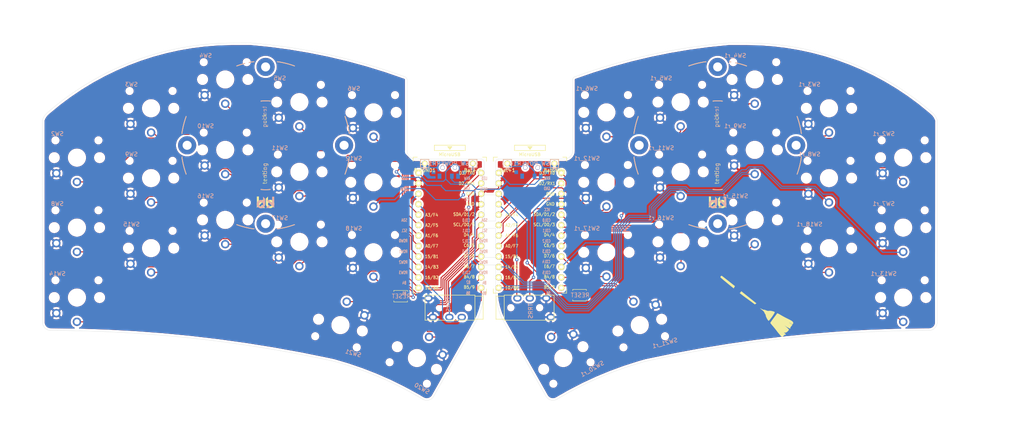
<source format=kicad_pcb>
(kicad_pcb (version 20171130) (host pcbnew 5.1.10)

  (general
    (thickness 1.6)
    (drawings 46)
    (tracks 670)
    (zones 0)
    (modules 49)
    (nets 46)
  )

  (page A4)
  (layers
    (0 F.Cu signal)
    (31 B.Cu signal)
    (32 B.Adhes user)
    (33 F.Adhes user)
    (34 B.Paste user)
    (35 F.Paste user)
    (36 B.SilkS user)
    (37 F.SilkS user)
    (38 B.Mask user)
    (39 F.Mask user)
    (40 Dwgs.User user)
    (41 Cmts.User user)
    (42 Eco1.User user)
    (43 Eco2.User user)
    (44 Edge.Cuts user)
    (45 Margin user)
    (46 B.CrtYd user)
    (47 F.CrtYd user)
    (48 B.Fab user)
    (49 F.Fab user)
  )

  (setup
    (last_trace_width 0.25)
    (trace_clearance 0.2)
    (zone_clearance 0.508)
    (zone_45_only no)
    (trace_min 0.2)
    (via_size 0.8)
    (via_drill 0.4)
    (via_min_size 0.4)
    (via_min_drill 0.3)
    (uvia_size 0.3)
    (uvia_drill 0.1)
    (uvias_allowed no)
    (uvia_min_size 0.2)
    (uvia_min_drill 0.1)
    (edge_width 0.05)
    (segment_width 0.2)
    (pcb_text_width 0.3)
    (pcb_text_size 1.5 1.5)
    (mod_edge_width 0.12)
    (mod_text_size 1 1)
    (mod_text_width 0.15)
    (pad_size 2.032 2.032)
    (pad_drill 1.27)
    (pad_to_mask_clearance 0)
    (aux_axis_origin 0 0)
    (visible_elements FFFFFF7F)
    (pcbplotparams
      (layerselection 0x010fc_ffffffff)
      (usegerberextensions false)
      (usegerberattributes true)
      (usegerberadvancedattributes true)
      (creategerberjobfile true)
      (excludeedgelayer true)
      (linewidth 0.100000)
      (plotframeref false)
      (viasonmask false)
      (mode 1)
      (useauxorigin false)
      (hpglpennumber 1)
      (hpglpenspeed 20)
      (hpglpendiameter 15.000000)
      (psnegative false)
      (psa4output false)
      (plotreference true)
      (plotvalue true)
      (plotinvisibletext false)
      (padsonsilk false)
      (subtractmaskfromsilk false)
      (outputformat 1)
      (mirror false)
      (drillshape 0)
      (scaleselection 1)
      (outputdirectory "sweep2gerber"))
  )

  (net 0 "")
  (net 1 BT+)
  (net 2 gnd)
  (net 3 vcc)
  (net 4 Switch18)
  (net 5 reset)
  (net 6 Switch1)
  (net 7 Switch2)
  (net 8 Switch3)
  (net 9 Switch4)
  (net 10 Switch5)
  (net 11 Switch6)
  (net 12 Switch7)
  (net 13 Switch8)
  (net 14 Switch9)
  (net 15 Switch10)
  (net 16 Switch11)
  (net 17 Switch12)
  (net 18 Switch13)
  (net 19 Switch14)
  (net 20 Switch15)
  (net 21 Switch16)
  (net 22 Switch17)
  (net 23 "Net-(SW_POWER1-Pad1)")
  (net 24 raw)
  (net 25 BT+_r)
  (net 26 Switch18_r)
  (net 27 reset_r)
  (net 28 Switch9_r)
  (net 29 Switch10_r)
  (net 30 Switch11_r)
  (net 31 Switch12_r)
  (net 32 Switch13_r)
  (net 33 Switch14_r)
  (net 34 Switch15_r)
  (net 35 Switch16_r)
  (net 36 Switch17_r)
  (net 37 Switch1_r)
  (net 38 Switch2_r)
  (net 39 Switch3_r)
  (net 40 Switch4_r)
  (net 41 Switch5_r)
  (net 42 Switch6_r)
  (net 43 Switch7_r)
  (net 44 Switch8_r)
  (net 45 "Net-(SW_POWERR1-Pad1)")

  (net_class Default "This is the default net class."
    (clearance 0.2)
    (trace_width 0.25)
    (via_dia 0.8)
    (via_drill 0.4)
    (uvia_dia 0.3)
    (uvia_drill 0.1)
    (add_net BT+)
    (add_net BT+_r)
    (add_net "Net-(SW_POWER1-Pad1)")
    (add_net "Net-(SW_POWERR1-Pad1)")
    (add_net Switch1)
    (add_net Switch10)
    (add_net Switch10_r)
    (add_net Switch11)
    (add_net Switch11_r)
    (add_net Switch12)
    (add_net Switch12_r)
    (add_net Switch13)
    (add_net Switch13_r)
    (add_net Switch14)
    (add_net Switch14_r)
    (add_net Switch15)
    (add_net Switch15_r)
    (add_net Switch16)
    (add_net Switch16_r)
    (add_net Switch17)
    (add_net Switch17_r)
    (add_net Switch18)
    (add_net Switch18_r)
    (add_net Switch1_r)
    (add_net Switch2)
    (add_net Switch2_r)
    (add_net Switch3)
    (add_net Switch3_r)
    (add_net Switch4)
    (add_net Switch4_r)
    (add_net Switch5)
    (add_net Switch5_r)
    (add_net Switch6)
    (add_net Switch6_r)
    (add_net Switch7)
    (add_net Switch7_r)
    (add_net Switch8)
    (add_net Switch8_r)
    (add_net Switch9)
    (add_net Switch9_r)
    (add_net gnd)
    (add_net raw)
    (add_net reset)
    (add_net reset_r)
    (add_net vcc)
  )

  (module kbd:SW_SPST_B3U-1000P (layer F.Cu) (tedit 5A02FC95) (tstamp 608AA06D)
    (at 144.018 74.422)
    (descr "Ultra-small-sized Tactile Switch with High Contact Reliability, Top-actuated Model, without Ground Terminal, without Boss")
    (tags "Tactile Switch")
    (path /608F2176)
    (attr smd)
    (fp_text reference RSW2 (at 0 2.55) (layer F.SilkS) hide
      (effects (font (size 1 1) (thickness 0.15)))
    )
    (fp_text value SW_Push (at 0 -2.55) (layer F.Fab)
      (effects (font (size 1 1) (thickness 0.15)))
    )
    (fp_circle (center 0 0) (end 0.75 0) (layer F.Fab) (width 0.1))
    (fp_line (start -1.5 1.25) (end -1.5 -1.25) (layer F.Fab) (width 0.1))
    (fp_line (start 1.5 1.25) (end -1.5 1.25) (layer F.Fab) (width 0.1))
    (fp_line (start 1.5 -1.25) (end 1.5 1.25) (layer F.Fab) (width 0.1))
    (fp_line (start -1.5 -1.25) (end 1.5 -1.25) (layer F.Fab) (width 0.1))
    (fp_line (start 1.65 -1.4) (end 1.65 -1.1) (layer F.SilkS) (width 0.12))
    (fp_line (start -1.65 -1.4) (end 1.65 -1.4) (layer F.SilkS) (width 0.12))
    (fp_line (start -1.65 -1.1) (end -1.65 -1.4) (layer F.SilkS) (width 0.12))
    (fp_line (start 1.65 1.4) (end 1.65 1.1) (layer F.SilkS) (width 0.12))
    (fp_line (start -1.65 1.4) (end 1.65 1.4) (layer F.SilkS) (width 0.12))
    (fp_line (start -1.65 1.1) (end -1.65 1.4) (layer F.SilkS) (width 0.12))
    (fp_line (start -2.4 -1.65) (end -2.4 1.65) (layer F.CrtYd) (width 0.05))
    (fp_line (start 2.4 -1.65) (end -2.4 -1.65) (layer F.CrtYd) (width 0.05))
    (fp_line (start 2.4 1.65) (end 2.4 -1.65) (layer F.CrtYd) (width 0.05))
    (fp_line (start -2.4 1.65) (end 2.4 1.65) (layer F.CrtYd) (width 0.05))
    (fp_text user RESET (at 0.127 0) (layer B.SilkS)
      (effects (font (size 1 1) (thickness 0.15)) (justify mirror))
    )
    (fp_text user %R (at 0 -2.5 -180) (layer F.Fab) hide
      (effects (font (size 1 1) (thickness 0.15)))
    )
    (pad 1 smd rect (at -1.7 0) (size 0.9 1.7) (layers F.Cu F.Paste F.Mask)
      (net 2 gnd))
    (pad 2 smd rect (at 1.7 0) (size 0.9 1.7) (layers F.Cu F.Paste F.Mask)
      (net 27 reset_r))
    (model ${KISYS3DMOD}/Button_Switch_SMD.3dshapes/SW_SPST_B3U-1000P.wrl
      (at (xyz 0 0 0))
      (scale (xyz 1 1 1))
      (rotate (xyz 0 0 0))
    )
  )

  (module kbd:SW_SPST_B3U-1000P (layer F.Cu) (tedit 5A02FC95) (tstamp 608AA059)
    (at 100.584 74.676)
    (descr "Ultra-small-sized Tactile Switch with High Contact Reliability, Top-actuated Model, without Ground Terminal, without Boss")
    (tags "Tactile Switch")
    (path /604EA4F3)
    (attr smd)
    (fp_text reference RSW1 (at 0 2.55) (layer F.SilkS) hide
      (effects (font (size 1 1) (thickness 0.15)))
    )
    (fp_text value SW_Push (at 0 -2.55) (layer F.Fab)
      (effects (font (size 1 1) (thickness 0.15)))
    )
    (fp_circle (center 0 0) (end 0.75 0) (layer F.Fab) (width 0.1))
    (fp_line (start -1.5 1.25) (end -1.5 -1.25) (layer F.Fab) (width 0.1))
    (fp_line (start 1.5 1.25) (end -1.5 1.25) (layer F.Fab) (width 0.1))
    (fp_line (start 1.5 -1.25) (end 1.5 1.25) (layer F.Fab) (width 0.1))
    (fp_line (start -1.5 -1.25) (end 1.5 -1.25) (layer F.Fab) (width 0.1))
    (fp_line (start 1.65 -1.4) (end 1.65 -1.1) (layer F.SilkS) (width 0.12))
    (fp_line (start -1.65 -1.4) (end 1.65 -1.4) (layer F.SilkS) (width 0.12))
    (fp_line (start -1.65 -1.1) (end -1.65 -1.4) (layer F.SilkS) (width 0.12))
    (fp_line (start 1.65 1.4) (end 1.65 1.1) (layer F.SilkS) (width 0.12))
    (fp_line (start -1.65 1.4) (end 1.65 1.4) (layer F.SilkS) (width 0.12))
    (fp_line (start -1.65 1.1) (end -1.65 1.4) (layer F.SilkS) (width 0.12))
    (fp_line (start -2.4 -1.65) (end -2.4 1.65) (layer F.CrtYd) (width 0.05))
    (fp_line (start 2.4 -1.65) (end -2.4 -1.65) (layer F.CrtYd) (width 0.05))
    (fp_line (start 2.4 1.65) (end 2.4 -1.65) (layer F.CrtYd) (width 0.05))
    (fp_line (start -2.4 1.65) (end 2.4 1.65) (layer F.CrtYd) (width 0.05))
    (fp_text user RESET (at 0.127 0) (layer B.SilkS)
      (effects (font (size 1 1) (thickness 0.15)) (justify mirror))
    )
    (fp_text user %R (at 0 -2.5 -180) (layer F.Fab) hide
      (effects (font (size 1 1) (thickness 0.15)))
    )
    (pad 1 smd rect (at -1.7 0) (size 0.9 1.7) (layers F.Cu F.Paste F.Mask)
      (net 2 gnd))
    (pad 2 smd rect (at 1.7 0) (size 0.9 1.7) (layers F.Cu F.Paste F.Mask)
      (net 5 reset))
    (model ${KISYS3DMOD}/Button_Switch_SMD.3dshapes/SW_SPST_B3U-1000P.wrl
      (at (xyz 0 0 0))
      (scale (xyz 1 1 1))
      (rotate (xyz 0 0 0))
    )
  )

  (module Kailh:TRRS-PJ-320A (layer F.Cu) (tedit 608ACB71) (tstamp 608AA02B)
    (at 125.73 77.47 90)
    (path /605E7E3E)
    (fp_text reference J1 (at -0.85 4.95 90) (layer F.Fab)
      (effects (font (size 1 1) (thickness 0.15)))
    )
    (fp_text value AudioJack4dpb (at 0 14 90) (layer F.Fab) hide
      (effects (font (size 1 1) (thickness 0.15)))
    )
    (fp_line (start 3.05 0) (end -3.05 0) (layer F.SilkS) (width 0.15))
    (fp_line (start 3.05 12.1) (end -3.05 12.1) (layer F.SilkS) (width 0.15))
    (fp_line (start 3.05 0) (end 3.05 12.1) (layer F.SilkS) (width 0.15))
    (fp_line (start -3.05 0) (end -3.05 12.1) (layer F.SilkS) (width 0.15))
    (fp_line (start 2.8 0) (end 2.8 -2) (layer F.SilkS) (width 0.15))
    (fp_line (start -2.8 0) (end -2.8 -2) (layer F.SilkS) (width 0.15))
    (fp_line (start 2.8 -2) (end -2.8 -2) (layer F.SilkS) (width 0.15))
    (fp_text user TRRS (at -0.8255 6.4135 90) (layer B.SilkS)
      (effects (font (size 1 1) (thickness 0.15)) (justify mirror))
    )
    (fp_text user Sleeve (at 0.25 11.4 270) (layer F.Fab) hide
      (effects (font (size 0.7 0.7) (thickness 0.1)))
    )
    (fp_text user Tip (at 0 10 270) (layer F.Fab) hide
      (effects (font (size 0.7 0.7) (thickness 0.1)))
    )
    (fp_text user Ring1 (at 0 6.25 270) (layer F.Fab) hide
      (effects (font (size 0.7 0.7) (thickness 0.1)))
    )
    (fp_text user Ring2 (at 0 3.25 270) (layer F.Fab) hide
      (effects (font (size 0.7 0.7) (thickness 0.1)))
    )
    (pad R1 thru_hole oval (at 2.3 6.2 90) (size 1.6 2) (drill oval 0.9 1.3) (layers *.Cu *.Mask)
      (net 26 Switch18_r))
    (pad "" np_thru_hole circle (at 0 1.6 90) (size 0.8 0.8) (drill 0.8) (layers *.Cu *.Mask))
    (pad "" np_thru_hole circle (at 0 8.6 90) (size 0.8 0.8) (drill 0.8) (layers *.Cu *.Mask))
    (pad R2 thru_hole oval (at 2.3 3.2 90) (size 1.6 2) (drill oval 0.9 1.3) (layers *.Cu *.Mask)
      (net 3 vcc))
    (pad T thru_hole oval (at 2.3 10.2 90) (size 1.6 2) (drill oval 0.9 1.3) (layers *.Cu *.Mask)
      (net 2 gnd))
    (pad S thru_hole oval (at -2.3 11.3 90) (size 1.6 2) (drill oval 0.9 1.3) (layers *.Cu *.Mask)
      (net 2 gnd))
    (model /Users/danny/syncproj/kicad-libs/footprints/Keebio-Parts.pretty/3dmodels/PJ-320A.step
      (at (xyz 0 0 0))
      (scale (xyz 1 1 1))
      (rotate (xyz -90 0 180))
    )
  )

  (module kbd:Tenting_Puck2 locked (layer F.Cu) (tedit 5F880A3E) (tstamp 608B4EEE)
    (at 177.546 38)
    (fp_text reference REF** (at 7.6835 1.4605) (layer F.Fab)
      (effects (font (size 1 1) (thickness 0.15)))
    )
    (fp_text value "Tenting Puck" (at 8.0645 -2.8575) (layer F.Fab)
      (effects (font (size 1 1) (thickness 0.15)))
    )
    (fp_poly (pts (xy 1.584498 14.118044) (xy 0.781552 13.315344) (xy 0.493184 13.318438) (xy 0.204816 13.321531)
      (xy 1.05204 14.181668) (xy 1.169965 14.301391) (xy 1.284764 14.41794) (xy 1.395218 14.53008)
      (xy 1.50011 14.636573) (xy 1.598222 14.736184) (xy 1.688337 14.827677) (xy 1.769236 14.909814)
      (xy 1.839703 14.981359) (xy 1.898519 15.041077) (xy 1.944466 15.087731) (xy 1.976327 15.120084)
      (xy 1.990108 15.13408) (xy 2.080952 15.226356) (xy 2.080952 12.484486) (xy 1.584498 12.484486)
      (xy 1.584498 14.118044)) (layer B.SilkS) (width 0.01))
    (fp_poly (pts (xy -0.620536 12.983827) (xy -0.620728 13.088067) (xy -0.621217 13.184812) (xy -0.621967 13.271698)
      (xy -0.622943 13.34636) (xy -0.624112 13.406435) (xy -0.625439 13.449558) (xy -0.626888 13.473365)
      (xy -0.627796 13.477395) (xy -0.640227 13.471081) (xy -0.665073 13.454738) (xy -0.689207 13.437536)
      (xy -0.803904 13.366814) (xy -0.92612 13.31771) (xy -1.056503 13.290034) (xy -1.195704 13.283596)
      (xy -1.213516 13.284264) (xy -1.303151 13.290816) (xy -1.379634 13.302753) (xy -1.451286 13.322245)
      (xy -1.526424 13.351462) (xy -1.596275 13.384101) (xy -1.724208 13.459394) (xy -1.837128 13.551374)
      (xy -1.934022 13.658363) (xy -2.01388 13.778688) (xy -2.07569 13.910673) (xy -2.118442 14.052642)
      (xy -2.141123 14.202921) (xy -2.144684 14.292591) (xy -2.134393 14.445069) (xy -2.103037 14.589633)
      (xy -2.049892 14.728869) (xy -1.992637 14.835788) (xy -1.906925 14.956081) (xy -1.805312 15.06093)
      (xy -1.689979 15.149252) (xy -1.563104 15.219966) (xy -1.426868 15.271989) (xy -1.283449 15.304242)
      (xy -1.135028 15.315641) (xy -1.034782 15.311158) (xy -0.890174 15.286277) (xy -0.749606 15.240002)
      (xy -0.616433 15.174023) (xy -0.494013 15.090026) (xy -0.385701 14.9897) (xy -0.377307 14.980534)
      (xy -0.296176 14.876414) (xy -0.226484 14.758232) (xy -0.171318 14.632369) (xy -0.133765 14.505209)
      (xy -0.124896 14.458759) (xy -0.122283 14.430364) (xy -0.119938 14.380292) (xy -0.118469 14.329958)
      (xy -0.614807 14.329958) (xy -0.625379 14.427507) (xy -0.655811 14.521526) (xy -0.684465 14.575671)
      (xy -0.751399 14.663954) (xy -0.83088 14.734831) (xy -0.920312 14.787324) (xy -1.017098 14.820456)
      (xy -1.118639 14.83325) (xy -1.22234 14.824729) (xy -1.295167 14.805441) (xy -1.338164 14.789355)
      (xy -1.379069 14.771995) (xy -1.395236 14.764219) (xy -1.440522 14.733215) (xy -1.489845 14.687021)
      (xy -1.537902 14.631565) (xy -1.579387 14.572771) (xy -1.600875 14.534444) (xy -1.621056 14.490198)
      (xy -1.633701 14.45159) (xy -1.641058 14.409298) (xy -1.645376 14.353995) (xy -1.645658 14.348705)
      (xy -1.64229 14.24146) (xy -1.619434 14.143568) (xy -1.575782 14.050145) (xy -1.558012 14.021616)
      (xy -1.49347 13.943712) (xy -1.414653 13.881542) (xy -1.325017 13.836046) (xy -1.228018 13.808168)
      (xy -1.127114 13.798848) (xy -1.025762 13.80903) (xy -0.927416 13.839655) (xy -0.913413 13.845941)
      (xy -0.825461 13.89889) (xy -0.751471 13.967104) (xy -0.692428 14.04745) (xy -0.649315 14.136797)
      (xy -0.623113 14.23201) (xy -0.614807 14.329958) (xy -0.118469 14.329958) (xy -0.117885 14.309955)
      (xy -0.116146 14.220766) (xy -0.114743 14.114137) (xy -0.113699 13.991481) (xy -0.113035 13.854209)
      (xy -0.112774 13.703735) (xy -0.112771 13.691999) (xy -0.112684 13.000285) (xy -0.620388 12.490259)
      (xy -0.620536 12.983827)) (layer B.SilkS) (width 0.01))
    (fp_poly (pts (xy 0.777718 14.524575) (xy 0.755015 14.547438) (xy 0.720536 14.582969) (xy 0.676267 14.629061)
      (xy 0.6242 14.683607) (xy 0.566321 14.744501) (xy 0.504622 14.809636) (xy 0.441089 14.876906)
      (xy 0.377714 14.944204) (xy 0.316484 15.009423) (xy 0.259388 15.070458) (xy 0.208416 15.125201)
      (xy 0.165556 15.171546) (xy 0.132798 15.207386) (xy 0.11213 15.230615) (xy 0.109837 15.233306)
      (xy 0.081536 15.266941) (xy 0.70155 15.266941) (xy 0.8749 15.090872) (xy 0.928642 15.036129)
      (xy 0.978925 14.984616) (xy 1.022741 14.939436) (xy 1.057087 14.90369) (xy 1.078955 14.880481)
      (xy 1.082132 14.876989) (xy 1.116014 14.839174) (xy 0.954979 14.67783) (xy 0.905266 14.628375)
      (xy 0.861042 14.58505) (xy 0.824895 14.550337) (xy 0.799413 14.526717) (xy 0.787184 14.516669)
      (xy 0.786653 14.516486) (xy 0.777718 14.524575)) (layer B.SilkS) (width 0.01))
    (fp_poly (pts (xy 0.578279 12.94765) (xy 0.578471 13.05189) (xy 0.57896 13.148635) (xy 0.57971 13.235521)
      (xy 0.580686 13.310183) (xy 0.581855 13.370258) (xy 0.583182 13.413381) (xy 0.584631 13.437188)
      (xy 0.585539 13.441218) (xy 0.59797 13.434904) (xy 0.622816 13.418561) (xy 0.64695 13.401359)
      (xy 0.761647 13.330637) (xy 0.883863 13.281533) (xy 1.014246 13.253857) (xy 1.153447 13.247419)
      (xy 1.171259 13.248087) (xy 1.260894 13.254639) (xy 1.337377 13.266576) (xy 1.409029 13.286068)
      (xy 1.484167 13.315285) (xy 1.554018 13.347924) (xy 1.681951 13.423217) (xy 1.794871 13.515197)
      (xy 1.891765 13.622186) (xy 1.971623 13.742511) (xy 2.033433 13.874496) (xy 2.076185 14.016465)
      (xy 2.098866 14.166744) (xy 2.102427 14.256414) (xy 2.092136 14.408892) (xy 2.06078 14.553456)
      (xy 2.007635 14.692692) (xy 1.95038 14.799611) (xy 1.864668 14.919904) (xy 1.763055 15.024753)
      (xy 1.647722 15.113075) (xy 1.520847 15.183789) (xy 1.384611 15.235812) (xy 1.241192 15.268065)
      (xy 1.092771 15.279464) (xy 0.992525 15.274981) (xy 0.847917 15.2501) (xy 0.707349 15.203825)
      (xy 0.574176 15.137846) (xy 0.451756 15.053849) (xy 0.343444 14.953523) (xy 0.33505 14.944357)
      (xy 0.253919 14.840237) (xy 0.184227 14.722055) (xy 0.129061 14.596192) (xy 0.091508 14.469032)
      (xy 0.082639 14.422582) (xy 0.080026 14.394187) (xy 0.077681 14.344115) (xy 0.076212 14.293781)
      (xy 0.57255 14.293781) (xy 0.583122 14.39133) (xy 0.613554 14.485349) (xy 0.642208 14.539494)
      (xy 0.709142 14.627777) (xy 0.788623 14.698654) (xy 0.878055 14.751147) (xy 0.974841 14.784279)
      (xy 1.076382 14.797073) (xy 1.180083 14.788552) (xy 1.25291 14.769264) (xy 1.295907 14.753178)
      (xy 1.336812 14.735818) (xy 1.352979 14.728042) (xy 1.398265 14.697038) (xy 1.447588 14.650844)
      (xy 1.495645 14.595388) (xy 1.53713 14.536594) (xy 1.558618 14.498267) (xy 1.578799 14.454021)
      (xy 1.591444 14.415413) (xy 1.598801 14.373121) (xy 1.603119 14.317818) (xy 1.603401 14.312528)
      (xy 1.600033 14.205283) (xy 1.577177 14.107391) (xy 1.533525 14.013968) (xy 1.515755 13.985439)
      (xy 1.451213 13.907535) (xy 1.372396 13.845365) (xy 1.28276 13.799869) (xy 1.185761 13.771991)
      (xy 1.084857 13.762671) (xy 0.983505 13.772853) (xy 0.885159 13.803478) (xy 0.871156 13.809764)
      (xy 0.783204 13.862713) (xy 0.709214 13.930927) (xy 0.650171 14.011273) (xy 0.607058 14.10062)
      (xy 0.580856 14.195833) (xy 0.57255 14.293781) (xy 0.076212 14.293781) (xy 0.075628 14.273778)
      (xy 0.073889 14.184589) (xy 0.072486 14.07796) (xy 0.071442 13.955304) (xy 0.070778 13.818032)
      (xy 0.070517 13.667558) (xy 0.070514 13.655822) (xy 0.070427 12.964108) (xy 0.578131 12.454082)
      (xy 0.578279 12.94765)) (layer F.SilkS) (width 0.01))
    (fp_poly (pts (xy -0.819975 14.488398) (xy -0.797272 14.511261) (xy -0.762793 14.546792) (xy -0.718524 14.592884)
      (xy -0.666457 14.64743) (xy -0.608578 14.708324) (xy -0.546879 14.773459) (xy -0.483346 14.840729)
      (xy -0.419971 14.908027) (xy -0.358741 14.973246) (xy -0.301645 15.034281) (xy -0.250673 15.089024)
      (xy -0.207813 15.135369) (xy -0.175055 15.171209) (xy -0.154387 15.194438) (xy -0.152094 15.197129)
      (xy -0.123793 15.230764) (xy -0.743807 15.230764) (xy -0.917157 15.054695) (xy -0.970899 14.999952)
      (xy -1.021182 14.948439) (xy -1.064998 14.903259) (xy -1.099344 14.867513) (xy -1.121212 14.844304)
      (xy -1.124389 14.840812) (xy -1.158271 14.802997) (xy -0.997236 14.641653) (xy -0.947523 14.592198)
      (xy -0.903299 14.548873) (xy -0.867152 14.51416) (xy -0.84167 14.49054) (xy -0.829441 14.480492)
      (xy -0.82891 14.480309) (xy -0.819975 14.488398)) (layer F.SilkS) (width 0.01))
    (fp_poly (pts (xy -1.626755 14.081867) (xy -0.823809 13.279167) (xy -0.535441 13.282261) (xy -0.247073 13.285354)
      (xy -1.094297 14.145491) (xy -1.212222 14.265214) (xy -1.327021 14.381763) (xy -1.437475 14.493903)
      (xy -1.542367 14.600396) (xy -1.640479 14.700007) (xy -1.730594 14.7915) (xy -1.811493 14.873637)
      (xy -1.88196 14.945182) (xy -1.940776 15.0049) (xy -1.986723 15.051554) (xy -2.018584 15.083907)
      (xy -2.032365 15.097903) (xy -2.123209 15.190179) (xy -2.123209 12.448309) (xy -1.626755 12.448309)
      (xy -1.626755 14.081867)) (layer F.SilkS) (width 0.01))
    (fp_line (start -17.6 10) (end -17.6 -10) (layer Cmts.User) (width 0.2))
    (fp_line (start 17.6 10) (end 17.6 -10) (layer Cmts.User) (width 0.2))
    (fp_line (start 1.6 19.05) (end 1.6 -19.05) (layer Cmts.User) (width 0.2))
    (fp_line (start -1.6 19.05) (end -1.6 -19.05) (layer Cmts.User) (width 0.2))
    (fp_circle (center 0 0) (end 20.55 0) (layer B.CrtYd) (width 0.55))
    (fp_arc (start 0 0) (end 0 10.795) (angle 6) (layer B.SilkS) (width 0.2))
    (fp_arc (start 0 0) (end 0 -10.795) (angle -6) (layer B.SilkS) (width 0.2))
    (fp_arc (start 0 0) (end 0 -10.795) (angle 6) (layer B.SilkS) (width 0.2))
    (fp_arc (start 0 0) (end 0 10.795) (angle -6) (layer B.SilkS) (width 0.2))
    (fp_arc (start 0 0) (end 0 -10.795) (angle 6) (layer F.SilkS) (width 0.2))
    (fp_arc (start 0 0) (end 0 -10.795) (angle -6) (layer F.SilkS) (width 0.2))
    (fp_arc (start 0 0) (end 0 10.795) (angle -6) (layer F.SilkS) (width 0.2))
    (fp_arc (start 0 0) (end 0 10.795) (angle 6) (layer F.SilkS) (width 0.2))
    (fp_text user puck (at -0.1905 6.0325 90 unlocked) (layer B.SilkS)
      (effects (font (size 1 1) (thickness 0.1)) (justify mirror))
    )
    (fp_text user tenting (at -0.254 -6.9215 90) (layer B.SilkS)
      (effects (font (size 1 1) (thickness 0.1)) (justify mirror))
    )
    (fp_text user puck (at -0.254 -6.0325 90) (layer F.SilkS)
      (effects (font (size 1 1) (thickness 0.1)))
    )
    (fp_text user tenting (at -0.1905 6.858 90) (layer F.SilkS)
      (effects (font (size 1 1) (thickness 0.1)))
    )
    (fp_arc (start 0 0) (end -20.32 -2.8575) (angle 11.96500434) (layer B.SilkS) (width 0.2))
    (fp_arc (start 0 0) (end -20.32 2.8575) (angle -11.96501054) (layer B.SilkS) (width 0.2))
    (fp_arc (start 0 0) (end -2.8575 20.32) (angle 11.96500792) (layer B.SilkS) (width 0.2))
    (fp_arc (start 0 0) (end 2.8575 20.32) (angle -11.96500792) (layer B.SilkS) (width 0.2))
    (fp_arc (start 0 0) (end 20.32 2.8575) (angle 11.96501674) (layer B.SilkS) (width 0.2))
    (fp_arc (start 0 0) (end 20.32 -2.8575) (angle -11.96501674) (layer B.SilkS) (width 0.2))
    (fp_arc (start 0 0) (end 2.8575 -20.32) (angle 11.96501937) (layer B.SilkS) (width 0.2))
    (fp_arc (start 0 0) (end -2.8575 -20.32) (angle -11.96501054) (layer B.SilkS) (width 0.2))
    (fp_arc (start 0 0) (end -20.32 -2.8575) (angle 11.96501674) (layer F.SilkS) (width 0.2))
    (fp_arc (start 0 0) (end -20.32 2.8575) (angle -11.96501412) (layer F.SilkS) (width 0.2))
    (fp_arc (start 0 0) (end 20.32 2.8575) (angle 11.96501054) (layer F.SilkS) (width 0.2))
    (fp_arc (start 0 0) (end 20.32 -2.8575) (angle -11.96500792) (layer F.SilkS) (width 0.2))
    (fp_arc (start 0 0) (end -2.8575 20.32) (angle 11.96501128) (layer F.SilkS) (width 0.2))
    (fp_arc (start 0 0) (end 2.8575 20.32) (angle -11.96501412) (layer F.SilkS) (width 0.2))
    (fp_arc (start 0 0) (end -2.8575 -20.32) (angle -11.96501674) (layer F.SilkS) (width 0.2))
    (fp_arc (start 0 0) (end 2.8575 -20.32) (angle 11.96501412) (layer F.SilkS) (width 0.2))
    (pad 1 thru_hole circle (at -19.05 0) (size 4.4 4.4) (drill 2.2) (layers *.Cu *.Mask))
    (pad 1 thru_hole circle (at 0 19.05) (size 4.4 4.4) (drill 2.2) (layers *.Cu *.Mask))
    (pad 1 thru_hole circle (at 19.05 0) (size 4.4 4.4) (drill 2.2) (layers *.Cu *.Mask))
    (pad 1 thru_hole circle (at 0 -19.05) (size 4.4 4.4) (drill 2.2) (layers *.Cu *.Mask))
  )

  (module kbd:Tenting_Puck2 locked (layer F.Cu) (tedit 5F880A3E) (tstamp 608B49D9)
    (at 67.8 38)
    (fp_text reference REF** (at 7.6835 1.4605) (layer F.Fab)
      (effects (font (size 1 1) (thickness 0.15)))
    )
    (fp_text value "Tenting Puck" (at 8.0645 -2.8575) (layer F.Fab)
      (effects (font (size 1 1) (thickness 0.15)))
    )
    (fp_circle (center 0 0) (end 20.55 0) (layer B.CrtYd) (width 0.55))
    (fp_line (start -1.6 19.05) (end -1.6 -19.05) (layer Cmts.User) (width 0.2))
    (fp_line (start 1.6 19.05) (end 1.6 -19.05) (layer Cmts.User) (width 0.2))
    (fp_line (start 17.6 10) (end 17.6 -10) (layer Cmts.User) (width 0.2))
    (fp_line (start -17.6 10) (end -17.6 -10) (layer Cmts.User) (width 0.2))
    (fp_poly (pts (xy -1.626755 14.081867) (xy -0.823809 13.279167) (xy -0.535441 13.282261) (xy -0.247073 13.285354)
      (xy -1.094297 14.145491) (xy -1.212222 14.265214) (xy -1.327021 14.381763) (xy -1.437475 14.493903)
      (xy -1.542367 14.600396) (xy -1.640479 14.700007) (xy -1.730594 14.7915) (xy -1.811493 14.873637)
      (xy -1.88196 14.945182) (xy -1.940776 15.0049) (xy -1.986723 15.051554) (xy -2.018584 15.083907)
      (xy -2.032365 15.097903) (xy -2.123209 15.190179) (xy -2.123209 12.448309) (xy -1.626755 12.448309)
      (xy -1.626755 14.081867)) (layer F.SilkS) (width 0.01))
    (fp_poly (pts (xy -0.819975 14.488398) (xy -0.797272 14.511261) (xy -0.762793 14.546792) (xy -0.718524 14.592884)
      (xy -0.666457 14.64743) (xy -0.608578 14.708324) (xy -0.546879 14.773459) (xy -0.483346 14.840729)
      (xy -0.419971 14.908027) (xy -0.358741 14.973246) (xy -0.301645 15.034281) (xy -0.250673 15.089024)
      (xy -0.207813 15.135369) (xy -0.175055 15.171209) (xy -0.154387 15.194438) (xy -0.152094 15.197129)
      (xy -0.123793 15.230764) (xy -0.743807 15.230764) (xy -0.917157 15.054695) (xy -0.970899 14.999952)
      (xy -1.021182 14.948439) (xy -1.064998 14.903259) (xy -1.099344 14.867513) (xy -1.121212 14.844304)
      (xy -1.124389 14.840812) (xy -1.158271 14.802997) (xy -0.997236 14.641653) (xy -0.947523 14.592198)
      (xy -0.903299 14.548873) (xy -0.867152 14.51416) (xy -0.84167 14.49054) (xy -0.829441 14.480492)
      (xy -0.82891 14.480309) (xy -0.819975 14.488398)) (layer F.SilkS) (width 0.01))
    (fp_poly (pts (xy 0.578279 12.94765) (xy 0.578471 13.05189) (xy 0.57896 13.148635) (xy 0.57971 13.235521)
      (xy 0.580686 13.310183) (xy 0.581855 13.370258) (xy 0.583182 13.413381) (xy 0.584631 13.437188)
      (xy 0.585539 13.441218) (xy 0.59797 13.434904) (xy 0.622816 13.418561) (xy 0.64695 13.401359)
      (xy 0.761647 13.330637) (xy 0.883863 13.281533) (xy 1.014246 13.253857) (xy 1.153447 13.247419)
      (xy 1.171259 13.248087) (xy 1.260894 13.254639) (xy 1.337377 13.266576) (xy 1.409029 13.286068)
      (xy 1.484167 13.315285) (xy 1.554018 13.347924) (xy 1.681951 13.423217) (xy 1.794871 13.515197)
      (xy 1.891765 13.622186) (xy 1.971623 13.742511) (xy 2.033433 13.874496) (xy 2.076185 14.016465)
      (xy 2.098866 14.166744) (xy 2.102427 14.256414) (xy 2.092136 14.408892) (xy 2.06078 14.553456)
      (xy 2.007635 14.692692) (xy 1.95038 14.799611) (xy 1.864668 14.919904) (xy 1.763055 15.024753)
      (xy 1.647722 15.113075) (xy 1.520847 15.183789) (xy 1.384611 15.235812) (xy 1.241192 15.268065)
      (xy 1.092771 15.279464) (xy 0.992525 15.274981) (xy 0.847917 15.2501) (xy 0.707349 15.203825)
      (xy 0.574176 15.137846) (xy 0.451756 15.053849) (xy 0.343444 14.953523) (xy 0.33505 14.944357)
      (xy 0.253919 14.840237) (xy 0.184227 14.722055) (xy 0.129061 14.596192) (xy 0.091508 14.469032)
      (xy 0.082639 14.422582) (xy 0.080026 14.394187) (xy 0.077681 14.344115) (xy 0.076212 14.293781)
      (xy 0.57255 14.293781) (xy 0.583122 14.39133) (xy 0.613554 14.485349) (xy 0.642208 14.539494)
      (xy 0.709142 14.627777) (xy 0.788623 14.698654) (xy 0.878055 14.751147) (xy 0.974841 14.784279)
      (xy 1.076382 14.797073) (xy 1.180083 14.788552) (xy 1.25291 14.769264) (xy 1.295907 14.753178)
      (xy 1.336812 14.735818) (xy 1.352979 14.728042) (xy 1.398265 14.697038) (xy 1.447588 14.650844)
      (xy 1.495645 14.595388) (xy 1.53713 14.536594) (xy 1.558618 14.498267) (xy 1.578799 14.454021)
      (xy 1.591444 14.415413) (xy 1.598801 14.373121) (xy 1.603119 14.317818) (xy 1.603401 14.312528)
      (xy 1.600033 14.205283) (xy 1.577177 14.107391) (xy 1.533525 14.013968) (xy 1.515755 13.985439)
      (xy 1.451213 13.907535) (xy 1.372396 13.845365) (xy 1.28276 13.799869) (xy 1.185761 13.771991)
      (xy 1.084857 13.762671) (xy 0.983505 13.772853) (xy 0.885159 13.803478) (xy 0.871156 13.809764)
      (xy 0.783204 13.862713) (xy 0.709214 13.930927) (xy 0.650171 14.011273) (xy 0.607058 14.10062)
      (xy 0.580856 14.195833) (xy 0.57255 14.293781) (xy 0.076212 14.293781) (xy 0.075628 14.273778)
      (xy 0.073889 14.184589) (xy 0.072486 14.07796) (xy 0.071442 13.955304) (xy 0.070778 13.818032)
      (xy 0.070517 13.667558) (xy 0.070514 13.655822) (xy 0.070427 12.964108) (xy 0.578131 12.454082)
      (xy 0.578279 12.94765)) (layer F.SilkS) (width 0.01))
    (fp_poly (pts (xy 0.777718 14.524575) (xy 0.755015 14.547438) (xy 0.720536 14.582969) (xy 0.676267 14.629061)
      (xy 0.6242 14.683607) (xy 0.566321 14.744501) (xy 0.504622 14.809636) (xy 0.441089 14.876906)
      (xy 0.377714 14.944204) (xy 0.316484 15.009423) (xy 0.259388 15.070458) (xy 0.208416 15.125201)
      (xy 0.165556 15.171546) (xy 0.132798 15.207386) (xy 0.11213 15.230615) (xy 0.109837 15.233306)
      (xy 0.081536 15.266941) (xy 0.70155 15.266941) (xy 0.8749 15.090872) (xy 0.928642 15.036129)
      (xy 0.978925 14.984616) (xy 1.022741 14.939436) (xy 1.057087 14.90369) (xy 1.078955 14.880481)
      (xy 1.082132 14.876989) (xy 1.116014 14.839174) (xy 0.954979 14.67783) (xy 0.905266 14.628375)
      (xy 0.861042 14.58505) (xy 0.824895 14.550337) (xy 0.799413 14.526717) (xy 0.787184 14.516669)
      (xy 0.786653 14.516486) (xy 0.777718 14.524575)) (layer B.SilkS) (width 0.01))
    (fp_poly (pts (xy -0.620536 12.983827) (xy -0.620728 13.088067) (xy -0.621217 13.184812) (xy -0.621967 13.271698)
      (xy -0.622943 13.34636) (xy -0.624112 13.406435) (xy -0.625439 13.449558) (xy -0.626888 13.473365)
      (xy -0.627796 13.477395) (xy -0.640227 13.471081) (xy -0.665073 13.454738) (xy -0.689207 13.437536)
      (xy -0.803904 13.366814) (xy -0.92612 13.31771) (xy -1.056503 13.290034) (xy -1.195704 13.283596)
      (xy -1.213516 13.284264) (xy -1.303151 13.290816) (xy -1.379634 13.302753) (xy -1.451286 13.322245)
      (xy -1.526424 13.351462) (xy -1.596275 13.384101) (xy -1.724208 13.459394) (xy -1.837128 13.551374)
      (xy -1.934022 13.658363) (xy -2.01388 13.778688) (xy -2.07569 13.910673) (xy -2.118442 14.052642)
      (xy -2.141123 14.202921) (xy -2.144684 14.292591) (xy -2.134393 14.445069) (xy -2.103037 14.589633)
      (xy -2.049892 14.728869) (xy -1.992637 14.835788) (xy -1.906925 14.956081) (xy -1.805312 15.06093)
      (xy -1.689979 15.149252) (xy -1.563104 15.219966) (xy -1.426868 15.271989) (xy -1.283449 15.304242)
      (xy -1.135028 15.315641) (xy -1.034782 15.311158) (xy -0.890174 15.286277) (xy -0.749606 15.240002)
      (xy -0.616433 15.174023) (xy -0.494013 15.090026) (xy -0.385701 14.9897) (xy -0.377307 14.980534)
      (xy -0.296176 14.876414) (xy -0.226484 14.758232) (xy -0.171318 14.632369) (xy -0.133765 14.505209)
      (xy -0.124896 14.458759) (xy -0.122283 14.430364) (xy -0.119938 14.380292) (xy -0.118469 14.329958)
      (xy -0.614807 14.329958) (xy -0.625379 14.427507) (xy -0.655811 14.521526) (xy -0.684465 14.575671)
      (xy -0.751399 14.663954) (xy -0.83088 14.734831) (xy -0.920312 14.787324) (xy -1.017098 14.820456)
      (xy -1.118639 14.83325) (xy -1.22234 14.824729) (xy -1.295167 14.805441) (xy -1.338164 14.789355)
      (xy -1.379069 14.771995) (xy -1.395236 14.764219) (xy -1.440522 14.733215) (xy -1.489845 14.687021)
      (xy -1.537902 14.631565) (xy -1.579387 14.572771) (xy -1.600875 14.534444) (xy -1.621056 14.490198)
      (xy -1.633701 14.45159) (xy -1.641058 14.409298) (xy -1.645376 14.353995) (xy -1.645658 14.348705)
      (xy -1.64229 14.24146) (xy -1.619434 14.143568) (xy -1.575782 14.050145) (xy -1.558012 14.021616)
      (xy -1.49347 13.943712) (xy -1.414653 13.881542) (xy -1.325017 13.836046) (xy -1.228018 13.808168)
      (xy -1.127114 13.798848) (xy -1.025762 13.80903) (xy -0.927416 13.839655) (xy -0.913413 13.845941)
      (xy -0.825461 13.89889) (xy -0.751471 13.967104) (xy -0.692428 14.04745) (xy -0.649315 14.136797)
      (xy -0.623113 14.23201) (xy -0.614807 14.329958) (xy -0.118469 14.329958) (xy -0.117885 14.309955)
      (xy -0.116146 14.220766) (xy -0.114743 14.114137) (xy -0.113699 13.991481) (xy -0.113035 13.854209)
      (xy -0.112774 13.703735) (xy -0.112771 13.691999) (xy -0.112684 13.000285) (xy -0.620388 12.490259)
      (xy -0.620536 12.983827)) (layer B.SilkS) (width 0.01))
    (fp_poly (pts (xy 1.584498 14.118044) (xy 0.781552 13.315344) (xy 0.493184 13.318438) (xy 0.204816 13.321531)
      (xy 1.05204 14.181668) (xy 1.169965 14.301391) (xy 1.284764 14.41794) (xy 1.395218 14.53008)
      (xy 1.50011 14.636573) (xy 1.598222 14.736184) (xy 1.688337 14.827677) (xy 1.769236 14.909814)
      (xy 1.839703 14.981359) (xy 1.898519 15.041077) (xy 1.944466 15.087731) (xy 1.976327 15.120084)
      (xy 1.990108 15.13408) (xy 2.080952 15.226356) (xy 2.080952 12.484486) (xy 1.584498 12.484486)
      (xy 1.584498 14.118044)) (layer B.SilkS) (width 0.01))
    (fp_arc (start 0 0) (end 2.8575 -20.32) (angle 11.96501412) (layer F.SilkS) (width 0.2))
    (fp_arc (start 0 0) (end -2.8575 -20.32) (angle -11.96501674) (layer F.SilkS) (width 0.2))
    (fp_arc (start 0 0) (end 2.8575 20.32) (angle -11.96501412) (layer F.SilkS) (width 0.2))
    (fp_arc (start 0 0) (end -2.8575 20.32) (angle 11.96501128) (layer F.SilkS) (width 0.2))
    (fp_arc (start 0 0) (end 20.32 -2.8575) (angle -11.96500792) (layer F.SilkS) (width 0.2))
    (fp_arc (start 0 0) (end 20.32 2.8575) (angle 11.96501054) (layer F.SilkS) (width 0.2))
    (fp_arc (start 0 0) (end -20.32 2.8575) (angle -11.96501412) (layer F.SilkS) (width 0.2))
    (fp_arc (start 0 0) (end -20.32 -2.8575) (angle 11.96501674) (layer F.SilkS) (width 0.2))
    (fp_arc (start 0 0) (end -2.8575 -20.32) (angle -11.96501054) (layer B.SilkS) (width 0.2))
    (fp_arc (start 0 0) (end 2.8575 -20.32) (angle 11.96501937) (layer B.SilkS) (width 0.2))
    (fp_arc (start 0 0) (end 20.32 -2.8575) (angle -11.96501674) (layer B.SilkS) (width 0.2))
    (fp_arc (start 0 0) (end 20.32 2.8575) (angle 11.96501674) (layer B.SilkS) (width 0.2))
    (fp_arc (start 0 0) (end 2.8575 20.32) (angle -11.96500792) (layer B.SilkS) (width 0.2))
    (fp_arc (start 0 0) (end -2.8575 20.32) (angle 11.96500792) (layer B.SilkS) (width 0.2))
    (fp_arc (start 0 0) (end -20.32 2.8575) (angle -11.96501054) (layer B.SilkS) (width 0.2))
    (fp_arc (start 0 0) (end -20.32 -2.8575) (angle 11.96500434) (layer B.SilkS) (width 0.2))
    (fp_text user tenting (at -0.1905 6.858 90) (layer F.SilkS)
      (effects (font (size 1 1) (thickness 0.1)))
    )
    (fp_text user puck (at -0.254 -6.0325 90) (layer F.SilkS)
      (effects (font (size 1 1) (thickness 0.1)))
    )
    (fp_text user tenting (at -0.254 -6.9215 90) (layer B.SilkS)
      (effects (font (size 1 1) (thickness 0.1)) (justify mirror))
    )
    (fp_text user puck (at -0.1905 6.0325 90 unlocked) (layer B.SilkS)
      (effects (font (size 1 1) (thickness 0.1)) (justify mirror))
    )
    (fp_arc (start 0 0) (end 0 10.795) (angle 6) (layer F.SilkS) (width 0.2))
    (fp_arc (start 0 0) (end 0 10.795) (angle -6) (layer F.SilkS) (width 0.2))
    (fp_arc (start 0 0) (end 0 -10.795) (angle -6) (layer F.SilkS) (width 0.2))
    (fp_arc (start 0 0) (end 0 -10.795) (angle 6) (layer F.SilkS) (width 0.2))
    (fp_arc (start 0 0) (end 0 10.795) (angle -6) (layer B.SilkS) (width 0.2))
    (fp_arc (start 0 0) (end 0 -10.795) (angle 6) (layer B.SilkS) (width 0.2))
    (fp_arc (start 0 0) (end 0 -10.795) (angle -6) (layer B.SilkS) (width 0.2))
    (fp_arc (start 0 0) (end 0 10.795) (angle 6) (layer B.SilkS) (width 0.2))
    (pad 1 thru_hole circle (at 0 -19.05) (size 4.4 4.4) (drill 2.2) (layers *.Cu *.Mask))
    (pad 1 thru_hole circle (at 19.05 0) (size 4.4 4.4) (drill 2.2) (layers *.Cu *.Mask))
    (pad 1 thru_hole circle (at 0 19.05) (size 4.4 4.4) (drill 2.2) (layers *.Cu *.Mask))
    (pad 1 thru_hole circle (at -19.05 0) (size 4.4 4.4) (drill 2.2) (layers *.Cu *.Mask))
  )

  (module Kailh:TRRS-PJ-320A (layer F.Cu) (tedit 608AC0A0) (tstamp 608AA045)
    (at 118.618 77.47 270)
    (path /608F2563)
    (fp_text reference J2 (at -0.85 4.95 180) (layer F.Fab)
      (effects (font (size 1 1) (thickness 0.15)))
    )
    (fp_text value AudioJack4dpb (at 0 14 90) (layer F.Fab) hide
      (effects (font (size 1 1) (thickness 0.15)))
    )
    (fp_line (start 3.05 0) (end -3.05 0) (layer F.SilkS) (width 0.15))
    (fp_line (start 3.05 12.1) (end -3.05 12.1) (layer F.SilkS) (width 0.15))
    (fp_line (start 3.05 0) (end 3.05 12.1) (layer F.SilkS) (width 0.15))
    (fp_line (start -3.05 0) (end -3.05 12.1) (layer F.SilkS) (width 0.15))
    (fp_line (start 2.8 0) (end 2.8 -2) (layer F.SilkS) (width 0.15))
    (fp_line (start -2.8 0) (end -2.8 -2) (layer F.SilkS) (width 0.15))
    (fp_line (start 2.8 -2) (end -2.8 -2) (layer F.SilkS) (width 0.15))
    (fp_text user TRRS (at -0.8255 6.4135 90) (layer B.SilkS)
      (effects (font (size 1 1) (thickness 0.15)) (justify mirror))
    )
    (fp_text user Sleeve (at 0.25 11.4 90) (layer F.Fab) hide
      (effects (font (size 0.7 0.7) (thickness 0.1)))
    )
    (fp_text user Tip (at 0 10 90) (layer F.Fab) hide
      (effects (font (size 0.7 0.7) (thickness 0.1)))
    )
    (fp_text user Ring1 (at 0 6.25 90) (layer F.Fab) hide
      (effects (font (size 0.7 0.7) (thickness 0.1)))
    )
    (fp_text user Ring2 (at 0 3.25 90) (layer F.Fab) hide
      (effects (font (size 0.7 0.7) (thickness 0.1)))
    )
    (pad R1 thru_hole oval (at 2.3 6.2 270) (size 1.6 2) (drill oval 0.9 1.3) (layers *.Cu *.Mask)
      (net 4 Switch18))
    (pad "" np_thru_hole circle (at 0 1.6 270) (size 0.8 0.8) (drill 0.8) (layers *.Cu *.Mask))
    (pad "" np_thru_hole circle (at 0 8.6 270) (size 0.8 0.8) (drill 0.8) (layers *.Cu *.Mask))
    (pad R2 thru_hole oval (at 2.3 3.2 270) (size 1.6 2) (drill oval 0.9 1.3) (layers *.Cu *.Mask)
      (net 3 vcc))
    (pad T thru_hole oval (at 2.3 10.2 270) (size 1.6 2) (drill oval 0.9 1.3) (layers *.Cu *.Mask)
      (net 2 gnd))
    (pad S thru_hole oval (at -2.3 11.3 270) (size 1.6 2) (drill oval 0.9 1.3) (layers *.Cu *.Mask)
      (net 2 gnd))
    (model /Users/danny/syncproj/kicad-libs/footprints/Keebio-Parts.pretty/3dmodels/PJ-320A.step
      (at (xyz 0 0 0))
      (scale (xyz 1 1 1))
      (rotate (xyz -90 0 180))
    )
  )

  (module Kailh:SW_PG1350_nonrev_DPB (layer F.Cu) (tedit 60AE46C9) (tstamp 608AFEB1)
    (at 158.632 81.7 195)
    (descr "Kailh \"Choc\" PG1350 keyswitch, able to be mounted on front or back of PCB")
    (tags kailh,choc)
    (path /604A14CA)
    (fp_text reference SW21_r1 (at 4.98 -5.69 195) (layer Dwgs.User) hide
      (effects (font (size 1 1) (thickness 0.15)))
    )
    (fp_text value SW_Push (at -0.07 8.17 195) (layer Dwgs.User) hide
      (effects (font (size 1 1) (thickness 0.15)))
    )
    (fp_line (start -8.6 8.49968) (end 8.635989 8.500406) (layer Eco1.User) (width 0.12))
    (fp_line (start 9 8.1) (end 9.000321 -8.135989) (layer Eco1.User) (width 0.12))
    (fp_line (start -8.63 -8.5) (end 8.599915 -8.5) (layer Eco1.User) (width 0.12))
    (fp_line (start -9.000406 8.135669) (end -8.994011 -8.099594) (layer Eco1.User) (width 0.12))
    (fp_line (start -7.5 7.5) (end -7.5 -7.5) (layer F.Fab) (width 0.15))
    (fp_line (start 7.5 -7.5) (end 7.5 7.5) (layer F.Fab) (width 0.15))
    (fp_line (start 7.5 7.5) (end -7.5 7.5) (layer F.Fab) (width 0.15))
    (fp_line (start -7.5 -7.5) (end 7.5 -7.5) (layer F.Fab) (width 0.15))
    (fp_line (start -7.5 7.5) (end -7.5 -7.5) (layer B.Fab) (width 0.15))
    (fp_line (start 7.5 7.5) (end -7.5 7.5) (layer B.Fab) (width 0.15))
    (fp_line (start 7.5 -7.5) (end 7.5 7.5) (layer B.Fab) (width 0.15))
    (fp_line (start -7.5 -7.5) (end 7.5 -7.5) (layer B.Fab) (width 0.15))
    (fp_line (start -6.9 6.9) (end -6.9 -6.9) (layer Eco2.User) (width 0.15))
    (fp_line (start 6.9 -6.9) (end 6.9 6.9) (layer Eco2.User) (width 0.15))
    (fp_line (start 6.9 -6.9) (end -6.9 -6.9) (layer Eco2.User) (width 0.15))
    (fp_line (start -6.9 6.9) (end 6.9 6.9) (layer Eco2.User) (width 0.15))
    (fp_line (start -2.6 -3.1) (end -2.6 -6.3) (layer Eco2.User) (width 0.15))
    (fp_line (start 2.6 -6.3) (end -2.6 -6.3) (layer Eco2.User) (width 0.15))
    (fp_line (start 2.6 -3.1) (end 2.6 -6.3) (layer Eco2.User) (width 0.15))
    (fp_line (start -2.6 -3.1) (end 2.6 -3.1) (layer Eco2.User) (width 0.15))
    (fp_text user %V (at 0 8.255 15) (layer B.Fab)
      (effects (font (size 1 1) (thickness 0.15)) (justify mirror))
    )
    (fp_text user %R (at -4.759999 -5.8 15) (layer B.SilkS)
      (effects (font (size 1 1) (thickness 0.15)) (justify mirror))
    )
    (fp_text user %R (at 0 0 195) (layer F.Fab)
      (effects (font (size 1 1) (thickness 0.15)))
    )
    (fp_arc (start 8.629502 -8.13032) (end 9.000321 -8.135989) (angle -93.7) (layer Eco1.User) (width 0.12))
    (fp_arc (start 8.63032 8.129587) (end 8.635989 8.500406) (angle -93.7) (layer Eco1.User) (width 0.12))
    (fp_arc (start -8.629587 8.13) (end -9.000406 8.135669) (angle -93.7) (layer Eco1.User) (width 0.12))
    (fp_arc (start -8.624331 -8.129181) (end -8.63 -8.5) (angle -93.7) (layer Eco1.User) (width 0.12))
    (pad "" np_thru_hole circle (at -5.22 -4.2 195) (size 0.9906 0.9906) (drill 0.9906) (layers *.Cu *.Mask))
    (pad "" np_thru_hole circle (at 0 0 195) (size 3.429 3.429) (drill 3.429) (layers *.Cu *.Mask))
    (pad 2 thru_hole circle (at -5 3.8 195) (size 2.032 2.032) (drill 1.27) (layers *.Cu *.Mask)
      (net 2 gnd))
    (pad 1 thru_hole circle (at 0 5.9 195) (size 2.032 2.032) (drill 1.27) (layers *.Cu *.Mask)
      (net 35 Switch16_r))
    (pad "" np_thru_hole circle (at 5.22 -4.2 195) (size 0.9906 0.9906) (drill 0.9906) (layers *.Cu *.Mask))
    (pad "" np_thru_hole circle (at 5.5 0 195) (size 1.7018 1.7018) (drill 1.7018) (layers *.Cu *.Mask))
    (pad "" np_thru_hole circle (at -5.5 0 195) (size 1.7018 1.7018) (drill 1.7018) (layers *.Cu *.Mask))
  )

  (module Kailh:SW_PG1350_nonrev_DPB (layer F.Cu) (tedit 60AE46C0) (tstamp 608AFED7)
    (at 140.072 89.7 210)
    (descr "Kailh \"Choc\" PG1350 keyswitch, able to be mounted on front or back of PCB")
    (tags kailh,choc)
    (path /604A14C0)
    (fp_text reference SW20_r1 (at 4.98 -5.690001 210) (layer Dwgs.User) hide
      (effects (font (size 1 1) (thickness 0.15)))
    )
    (fp_text value SW_Push (at -0.07 8.170001 210) (layer Dwgs.User) hide
      (effects (font (size 1 1) (thickness 0.15)))
    )
    (fp_line (start -8.6 8.49968) (end 8.635989 8.500406) (layer Eco1.User) (width 0.12))
    (fp_line (start 9 8.1) (end 9.000321 -8.135989) (layer Eco1.User) (width 0.12))
    (fp_line (start -8.63 -8.5) (end 8.599915 -8.5) (layer Eco1.User) (width 0.12))
    (fp_line (start -9.000406 8.135669) (end -8.994011 -8.099594) (layer Eco1.User) (width 0.12))
    (fp_line (start -7.5 7.5) (end -7.5 -7.5) (layer F.Fab) (width 0.15))
    (fp_line (start 7.5 -7.5) (end 7.5 7.5) (layer F.Fab) (width 0.15))
    (fp_line (start 7.5 7.5) (end -7.5 7.5) (layer F.Fab) (width 0.15))
    (fp_line (start -7.5 -7.5) (end 7.5 -7.5) (layer F.Fab) (width 0.15))
    (fp_line (start -7.5 7.5) (end -7.5 -7.5) (layer B.Fab) (width 0.15))
    (fp_line (start 7.5 7.5) (end -7.5 7.5) (layer B.Fab) (width 0.15))
    (fp_line (start 7.5 -7.5) (end 7.5 7.5) (layer B.Fab) (width 0.15))
    (fp_line (start -7.5 -7.5) (end 7.5 -7.5) (layer B.Fab) (width 0.15))
    (fp_line (start -6.9 6.9) (end -6.9 -6.9) (layer Eco2.User) (width 0.15))
    (fp_line (start 6.9 -6.9) (end 6.9 6.9) (layer Eco2.User) (width 0.15))
    (fp_line (start 6.9 -6.9) (end -6.9 -6.9) (layer Eco2.User) (width 0.15))
    (fp_line (start -6.9 6.9) (end 6.9 6.9) (layer Eco2.User) (width 0.15))
    (fp_line (start -2.6 -3.1) (end -2.6 -6.3) (layer Eco2.User) (width 0.15))
    (fp_line (start 2.6 -6.3) (end -2.6 -6.3) (layer Eco2.User) (width 0.15))
    (fp_line (start 2.6 -3.1) (end 2.6 -6.3) (layer Eco2.User) (width 0.15))
    (fp_line (start -2.6 -3.1) (end 2.6 -3.1) (layer Eco2.User) (width 0.15))
    (fp_text user %V (at 0 8.255 30) (layer B.Fab)
      (effects (font (size 1 1) (thickness 0.15)) (justify mirror))
    )
    (fp_text user %R (at -4.76 -5.8 30) (layer B.SilkS)
      (effects (font (size 1 1) (thickness 0.15)) (justify mirror))
    )
    (fp_text user %R (at 0 0 210) (layer F.Fab)
      (effects (font (size 1 1) (thickness 0.15)))
    )
    (fp_arc (start 8.629502 -8.13032) (end 9.000321 -8.135989) (angle -93.7) (layer Eco1.User) (width 0.12))
    (fp_arc (start 8.63032 8.129587) (end 8.635989 8.500406) (angle -93.7) (layer Eco1.User) (width 0.12))
    (fp_arc (start -8.629587 8.13) (end -9.000406 8.135669) (angle -93.7) (layer Eco1.User) (width 0.12))
    (fp_arc (start -8.624331 -8.129181) (end -8.63 -8.5) (angle -93.7) (layer Eco1.User) (width 0.12))
    (pad "" np_thru_hole circle (at -5.22 -4.2 210) (size 0.9906 0.9906) (drill 0.9906) (layers *.Cu *.Mask))
    (pad "" np_thru_hole circle (at 0 0 210) (size 3.429 3.429) (drill 3.429) (layers *.Cu *.Mask))
    (pad 2 thru_hole circle (at -5 3.8 210) (size 2.032 2.032) (drill 1.27) (layers *.Cu *.Mask)
      (net 2 gnd))
    (pad 1 thru_hole circle (at 0 5.9 210) (size 2.032 2.032) (drill 1.27) (layers *.Cu *.Mask)
      (net 36 Switch17_r))
    (pad "" np_thru_hole circle (at 5.22 -4.2 210) (size 0.9906 0.9906) (drill 0.9906) (layers *.Cu *.Mask))
    (pad "" np_thru_hole circle (at 5.5 0 210) (size 1.7018 1.7018) (drill 1.7018) (layers *.Cu *.Mask))
    (pad "" np_thru_hole circle (at -5.5 0 210) (size 1.7018 1.7018) (drill 1.7018) (layers *.Cu *.Mask))
  )

  (module Kailh:SW_PG1350_nonrev_DPB (layer F.Cu) (tedit 6037838F) (tstamp 608AA59B)
    (at 186.542 39.116)
    (descr "Kailh \"Choc\" PG1350 keyswitch, able to be mounted on front or back of PCB")
    (tags kailh,choc)
    (path /608B2009)
    (fp_text reference SW9_r1 (at 4.98 -5.69 180) (layer Dwgs.User) hide
      (effects (font (size 1 1) (thickness 0.15)))
    )
    (fp_text value SW_Push (at -0.07 8.17 180) (layer Dwgs.User) hide
      (effects (font (size 1 1) (thickness 0.15)))
    )
    (fp_line (start -8.6 8.49968) (end 8.635989 8.500406) (layer Eco1.User) (width 0.12))
    (fp_line (start 9 8.1) (end 9.000321 -8.135989) (layer Eco1.User) (width 0.12))
    (fp_line (start -8.63 -8.5) (end 8.599915 -8.5) (layer Eco1.User) (width 0.12))
    (fp_line (start -9.000406 8.135669) (end -8.994011 -8.099594) (layer Eco1.User) (width 0.12))
    (fp_line (start -7.5 7.5) (end -7.5 -7.5) (layer F.Fab) (width 0.15))
    (fp_line (start 7.5 -7.5) (end 7.5 7.5) (layer F.Fab) (width 0.15))
    (fp_line (start 7.5 7.5) (end -7.5 7.5) (layer F.Fab) (width 0.15))
    (fp_line (start -7.5 -7.5) (end 7.5 -7.5) (layer F.Fab) (width 0.15))
    (fp_line (start -7.5 7.5) (end -7.5 -7.5) (layer B.Fab) (width 0.15))
    (fp_line (start 7.5 7.5) (end -7.5 7.5) (layer B.Fab) (width 0.15))
    (fp_line (start 7.5 -7.5) (end 7.5 7.5) (layer B.Fab) (width 0.15))
    (fp_line (start -7.5 -7.5) (end 7.5 -7.5) (layer B.Fab) (width 0.15))
    (fp_line (start -6.9 6.9) (end -6.9 -6.9) (layer Eco2.User) (width 0.15))
    (fp_line (start 6.9 -6.9) (end 6.9 6.9) (layer Eco2.User) (width 0.15))
    (fp_line (start 6.9 -6.9) (end -6.9 -6.9) (layer Eco2.User) (width 0.15))
    (fp_line (start -6.9 6.9) (end 6.9 6.9) (layer Eco2.User) (width 0.15))
    (fp_line (start -2.6 -3.1) (end -2.6 -6.3) (layer Eco2.User) (width 0.15))
    (fp_line (start 2.6 -6.3) (end -2.6 -6.3) (layer Eco2.User) (width 0.15))
    (fp_line (start 2.6 -3.1) (end 2.6 -6.3) (layer Eco2.User) (width 0.15))
    (fp_line (start -2.6 -3.1) (end 2.6 -3.1) (layer Eco2.User) (width 0.15))
    (fp_text user %V (at 0 8.255) (layer B.Fab)
      (effects (font (size 1 1) (thickness 0.15)) (justify mirror))
    )
    (fp_text user %R (at -4.76 -5.8) (layer B.SilkS)
      (effects (font (size 1 1) (thickness 0.15)) (justify mirror))
    )
    (fp_text user %R (at 0 0 180) (layer F.Fab)
      (effects (font (size 1 1) (thickness 0.15)))
    )
    (fp_arc (start 8.629502 -8.13032) (end 9.000321 -8.135989) (angle -93.7) (layer Eco1.User) (width 0.12))
    (fp_arc (start 8.63032 8.129587) (end 8.635989 8.500406) (angle -93.7) (layer Eco1.User) (width 0.12))
    (fp_arc (start -8.629587 8.13) (end -9.000406 8.135669) (angle -93.7) (layer Eco1.User) (width 0.12))
    (fp_arc (start -8.624331 -8.129181) (end -8.63 -8.5) (angle -93.7) (layer Eco1.User) (width 0.12))
    (pad "" np_thru_hole circle (at -5.22 -4.2) (size 0.9906 0.9906) (drill 0.9906) (layers *.Cu *.Mask))
    (pad "" np_thru_hole circle (at 0 0) (size 3.429 3.429) (drill 3.429) (layers *.Cu *.Mask))
    (pad 2 thru_hole circle (at -5 3.8) (size 2.032 2.032) (drill 1.27) (layers *.Cu *.Mask)
      (net 2 gnd))
    (pad 1 thru_hole circle (at 0 5.9) (size 2.032 2.032) (drill 1.27) (layers *.Cu *.Mask)
      (net 44 Switch8_r))
    (pad "" np_thru_hole circle (at 5.22 -4.2) (size 0.9906 0.9906) (drill 0.9906) (layers *.Cu *.Mask))
    (pad "" np_thru_hole circle (at 5.5 0) (size 1.7018 1.7018) (drill 1.7018) (layers *.Cu *.Mask))
    (pad "" np_thru_hole circle (at -5.5 0) (size 1.7018 1.7018) (drill 1.7018) (layers *.Cu *.Mask))
  )

  (module Kailh:SW_PG1350_nonrev_DPB (layer F.Cu) (tedit 6037838F) (tstamp 608AA574)
    (at 204.568 45.974)
    (descr "Kailh \"Choc\" PG1350 keyswitch, able to be mounted on front or back of PCB")
    (tags kailh,choc)
    (path /608B1FFF)
    (fp_text reference SW8_r1 (at 4.98 -5.69 180) (layer Dwgs.User) hide
      (effects (font (size 1 1) (thickness 0.15)))
    )
    (fp_text value SW_Push (at -0.07 8.17 180) (layer Dwgs.User) hide
      (effects (font (size 1 1) (thickness 0.15)))
    )
    (fp_line (start -8.6 8.49968) (end 8.635989 8.500406) (layer Eco1.User) (width 0.12))
    (fp_line (start 9 8.1) (end 9.000321 -8.135989) (layer Eco1.User) (width 0.12))
    (fp_line (start -8.63 -8.5) (end 8.599915 -8.5) (layer Eco1.User) (width 0.12))
    (fp_line (start -9.000406 8.135669) (end -8.994011 -8.099594) (layer Eco1.User) (width 0.12))
    (fp_line (start -7.5 7.5) (end -7.5 -7.5) (layer F.Fab) (width 0.15))
    (fp_line (start 7.5 -7.5) (end 7.5 7.5) (layer F.Fab) (width 0.15))
    (fp_line (start 7.5 7.5) (end -7.5 7.5) (layer F.Fab) (width 0.15))
    (fp_line (start -7.5 -7.5) (end 7.5 -7.5) (layer F.Fab) (width 0.15))
    (fp_line (start -7.5 7.5) (end -7.5 -7.5) (layer B.Fab) (width 0.15))
    (fp_line (start 7.5 7.5) (end -7.5 7.5) (layer B.Fab) (width 0.15))
    (fp_line (start 7.5 -7.5) (end 7.5 7.5) (layer B.Fab) (width 0.15))
    (fp_line (start -7.5 -7.5) (end 7.5 -7.5) (layer B.Fab) (width 0.15))
    (fp_line (start -6.9 6.9) (end -6.9 -6.9) (layer Eco2.User) (width 0.15))
    (fp_line (start 6.9 -6.9) (end 6.9 6.9) (layer Eco2.User) (width 0.15))
    (fp_line (start 6.9 -6.9) (end -6.9 -6.9) (layer Eco2.User) (width 0.15))
    (fp_line (start -6.9 6.9) (end 6.9 6.9) (layer Eco2.User) (width 0.15))
    (fp_line (start -2.6 -3.1) (end -2.6 -6.3) (layer Eco2.User) (width 0.15))
    (fp_line (start 2.6 -6.3) (end -2.6 -6.3) (layer Eco2.User) (width 0.15))
    (fp_line (start 2.6 -3.1) (end 2.6 -6.3) (layer Eco2.User) (width 0.15))
    (fp_line (start -2.6 -3.1) (end 2.6 -3.1) (layer Eco2.User) (width 0.15))
    (fp_text user %V (at 0 8.255) (layer B.Fab)
      (effects (font (size 1 1) (thickness 0.15)) (justify mirror))
    )
    (fp_text user %R (at -4.76 -5.8) (layer B.SilkS)
      (effects (font (size 1 1) (thickness 0.15)) (justify mirror))
    )
    (fp_text user %R (at 0 0 180) (layer F.Fab)
      (effects (font (size 1 1) (thickness 0.15)))
    )
    (fp_arc (start 8.629502 -8.13032) (end 9.000321 -8.135989) (angle -93.7) (layer Eco1.User) (width 0.12))
    (fp_arc (start 8.63032 8.129587) (end 8.635989 8.500406) (angle -93.7) (layer Eco1.User) (width 0.12))
    (fp_arc (start -8.629587 8.13) (end -9.000406 8.135669) (angle -93.7) (layer Eco1.User) (width 0.12))
    (fp_arc (start -8.624331 -8.129181) (end -8.63 -8.5) (angle -93.7) (layer Eco1.User) (width 0.12))
    (pad "" np_thru_hole circle (at -5.22 -4.2) (size 0.9906 0.9906) (drill 0.9906) (layers *.Cu *.Mask))
    (pad "" np_thru_hole circle (at 0 0) (size 3.429 3.429) (drill 3.429) (layers *.Cu *.Mask))
    (pad 2 thru_hole circle (at -5 3.8) (size 2.032 2.032) (drill 1.27) (layers *.Cu *.Mask)
      (net 2 gnd))
    (pad 1 thru_hole circle (at 0 5.9) (size 2.032 2.032) (drill 1.27) (layers *.Cu *.Mask)
      (net 43 Switch7_r))
    (pad "" np_thru_hole circle (at 5.22 -4.2) (size 0.9906 0.9906) (drill 0.9906) (layers *.Cu *.Mask))
    (pad "" np_thru_hole circle (at 5.5 0) (size 1.7018 1.7018) (drill 1.7018) (layers *.Cu *.Mask))
    (pad "" np_thru_hole circle (at -5.5 0) (size 1.7018 1.7018) (drill 1.7018) (layers *.Cu *.Mask))
  )

  (module Kailh:SW_PG1350_nonrev_DPB (layer F.Cu) (tedit 6037838F) (tstamp 608AA54D)
    (at 222.586 58)
    (descr "Kailh \"Choc\" PG1350 keyswitch, able to be mounted on front or back of PCB")
    (tags kailh,choc)
    (path /608B1FF5)
    (fp_text reference SW7_r1 (at 4.98 -5.69 180) (layer Dwgs.User) hide
      (effects (font (size 1 1) (thickness 0.15)))
    )
    (fp_text value SW_Push (at -0.07 8.17 180) (layer Dwgs.User) hide
      (effects (font (size 1 1) (thickness 0.15)))
    )
    (fp_line (start -8.6 8.49968) (end 8.635989 8.500406) (layer Eco1.User) (width 0.12))
    (fp_line (start 9 8.1) (end 9.000321 -8.135989) (layer Eco1.User) (width 0.12))
    (fp_line (start -8.63 -8.5) (end 8.599915 -8.5) (layer Eco1.User) (width 0.12))
    (fp_line (start -9.000406 8.135669) (end -8.994011 -8.099594) (layer Eco1.User) (width 0.12))
    (fp_line (start -7.5 7.5) (end -7.5 -7.5) (layer F.Fab) (width 0.15))
    (fp_line (start 7.5 -7.5) (end 7.5 7.5) (layer F.Fab) (width 0.15))
    (fp_line (start 7.5 7.5) (end -7.5 7.5) (layer F.Fab) (width 0.15))
    (fp_line (start -7.5 -7.5) (end 7.5 -7.5) (layer F.Fab) (width 0.15))
    (fp_line (start -7.5 7.5) (end -7.5 -7.5) (layer B.Fab) (width 0.15))
    (fp_line (start 7.5 7.5) (end -7.5 7.5) (layer B.Fab) (width 0.15))
    (fp_line (start 7.5 -7.5) (end 7.5 7.5) (layer B.Fab) (width 0.15))
    (fp_line (start -7.5 -7.5) (end 7.5 -7.5) (layer B.Fab) (width 0.15))
    (fp_line (start -6.9 6.9) (end -6.9 -6.9) (layer Eco2.User) (width 0.15))
    (fp_line (start 6.9 -6.9) (end 6.9 6.9) (layer Eco2.User) (width 0.15))
    (fp_line (start 6.9 -6.9) (end -6.9 -6.9) (layer Eco2.User) (width 0.15))
    (fp_line (start -6.9 6.9) (end 6.9 6.9) (layer Eco2.User) (width 0.15))
    (fp_line (start -2.6 -3.1) (end -2.6 -6.3) (layer Eco2.User) (width 0.15))
    (fp_line (start 2.6 -6.3) (end -2.6 -6.3) (layer Eco2.User) (width 0.15))
    (fp_line (start 2.6 -3.1) (end 2.6 -6.3) (layer Eco2.User) (width 0.15))
    (fp_line (start -2.6 -3.1) (end 2.6 -3.1) (layer Eco2.User) (width 0.15))
    (fp_text user %V (at 0 8.255) (layer B.Fab)
      (effects (font (size 1 1) (thickness 0.15)) (justify mirror))
    )
    (fp_text user %R (at -4.76 -5.8) (layer B.SilkS)
      (effects (font (size 1 1) (thickness 0.15)) (justify mirror))
    )
    (fp_text user %R (at 0 0 180) (layer F.Fab)
      (effects (font (size 1 1) (thickness 0.15)))
    )
    (fp_arc (start 8.629502 -8.13032) (end 9.000321 -8.135989) (angle -93.7) (layer Eco1.User) (width 0.12))
    (fp_arc (start 8.63032 8.129587) (end 8.635989 8.500406) (angle -93.7) (layer Eco1.User) (width 0.12))
    (fp_arc (start -8.629587 8.13) (end -9.000406 8.135669) (angle -93.7) (layer Eco1.User) (width 0.12))
    (fp_arc (start -8.624331 -8.129181) (end -8.63 -8.5) (angle -93.7) (layer Eco1.User) (width 0.12))
    (pad "" np_thru_hole circle (at -5.22 -4.2) (size 0.9906 0.9906) (drill 0.9906) (layers *.Cu *.Mask))
    (pad "" np_thru_hole circle (at 0 0) (size 3.429 3.429) (drill 3.429) (layers *.Cu *.Mask))
    (pad 2 thru_hole circle (at -5 3.8) (size 2.032 2.032) (drill 1.27) (layers *.Cu *.Mask)
      (net 2 gnd))
    (pad 1 thru_hole circle (at 0 5.9) (size 2.032 2.032) (drill 1.27) (layers *.Cu *.Mask)
      (net 42 Switch6_r))
    (pad "" np_thru_hole circle (at 5.22 -4.2) (size 0.9906 0.9906) (drill 0.9906) (layers *.Cu *.Mask))
    (pad "" np_thru_hole circle (at 5.5 0) (size 1.7018 1.7018) (drill 1.7018) (layers *.Cu *.Mask))
    (pad "" np_thru_hole circle (at -5.5 0) (size 1.7018 1.7018) (drill 1.7018) (layers *.Cu *.Mask))
  )

  (module Kailh:SW_PG1350_nonrev_DPB (layer F.Cu) (tedit 6037838F) (tstamp 608AA526)
    (at 150.54 30)
    (descr "Kailh \"Choc\" PG1350 keyswitch, able to be mounted on front or back of PCB")
    (tags kailh,choc)
    (path /608B1FD7)
    (fp_text reference SW6_r1 (at 4.98 -5.69 180) (layer Dwgs.User) hide
      (effects (font (size 1 1) (thickness 0.15)))
    )
    (fp_text value SW_Push (at -0.07 8.17 180) (layer Dwgs.User) hide
      (effects (font (size 1 1) (thickness 0.15)))
    )
    (fp_line (start -8.6 8.49968) (end 8.635989 8.500406) (layer Eco1.User) (width 0.12))
    (fp_line (start 9 8.1) (end 9.000321 -8.135989) (layer Eco1.User) (width 0.12))
    (fp_line (start -8.63 -8.5) (end 8.599915 -8.5) (layer Eco1.User) (width 0.12))
    (fp_line (start -9.000406 8.135669) (end -8.994011 -8.099594) (layer Eco1.User) (width 0.12))
    (fp_line (start -7.5 7.5) (end -7.5 -7.5) (layer F.Fab) (width 0.15))
    (fp_line (start 7.5 -7.5) (end 7.5 7.5) (layer F.Fab) (width 0.15))
    (fp_line (start 7.5 7.5) (end -7.5 7.5) (layer F.Fab) (width 0.15))
    (fp_line (start -7.5 -7.5) (end 7.5 -7.5) (layer F.Fab) (width 0.15))
    (fp_line (start -7.5 7.5) (end -7.5 -7.5) (layer B.Fab) (width 0.15))
    (fp_line (start 7.5 7.5) (end -7.5 7.5) (layer B.Fab) (width 0.15))
    (fp_line (start 7.5 -7.5) (end 7.5 7.5) (layer B.Fab) (width 0.15))
    (fp_line (start -7.5 -7.5) (end 7.5 -7.5) (layer B.Fab) (width 0.15))
    (fp_line (start -6.9 6.9) (end -6.9 -6.9) (layer Eco2.User) (width 0.15))
    (fp_line (start 6.9 -6.9) (end 6.9 6.9) (layer Eco2.User) (width 0.15))
    (fp_line (start 6.9 -6.9) (end -6.9 -6.9) (layer Eco2.User) (width 0.15))
    (fp_line (start -6.9 6.9) (end 6.9 6.9) (layer Eco2.User) (width 0.15))
    (fp_line (start -2.6 -3.1) (end -2.6 -6.3) (layer Eco2.User) (width 0.15))
    (fp_line (start 2.6 -6.3) (end -2.6 -6.3) (layer Eco2.User) (width 0.15))
    (fp_line (start 2.6 -3.1) (end 2.6 -6.3) (layer Eco2.User) (width 0.15))
    (fp_line (start -2.6 -3.1) (end 2.6 -3.1) (layer Eco2.User) (width 0.15))
    (fp_text user %V (at 0 8.255) (layer B.Fab)
      (effects (font (size 1 1) (thickness 0.15)) (justify mirror))
    )
    (fp_text user %R (at -4.76 -5.8) (layer B.SilkS)
      (effects (font (size 1 1) (thickness 0.15)) (justify mirror))
    )
    (fp_text user %R (at -5.334 1.27 180) (layer F.Fab)
      (effects (font (size 1 1) (thickness 0.15)))
    )
    (fp_arc (start 8.629502 -8.13032) (end 9.000321 -8.135989) (angle -93.7) (layer Eco1.User) (width 0.12))
    (fp_arc (start 8.63032 8.129587) (end 8.635989 8.500406) (angle -93.7) (layer Eco1.User) (width 0.12))
    (fp_arc (start -8.629587 8.13) (end -9.000406 8.135669) (angle -93.7) (layer Eco1.User) (width 0.12))
    (fp_arc (start -8.624331 -8.129181) (end -8.63 -8.5) (angle -93.7) (layer Eco1.User) (width 0.12))
    (pad "" np_thru_hole circle (at -5.22 -4.2) (size 0.9906 0.9906) (drill 0.9906) (layers *.Cu *.Mask))
    (pad "" np_thru_hole circle (at 0 0) (size 3.429 3.429) (drill 3.429) (layers *.Cu *.Mask))
    (pad 2 thru_hole circle (at -5 3.8) (size 2.032 2.032) (drill 1.27) (layers *.Cu *.Mask)
      (net 2 gnd))
    (pad 1 thru_hole circle (at 0 5.9) (size 2.032 2.032) (drill 1.27) (layers *.Cu *.Mask)
      (net 41 Switch5_r))
    (pad "" np_thru_hole circle (at 5.22 -4.2) (size 0.9906 0.9906) (drill 0.9906) (layers *.Cu *.Mask))
    (pad "" np_thru_hole circle (at 5.5 0) (size 1.7018 1.7018) (drill 1.7018) (layers *.Cu *.Mask))
    (pad "" np_thru_hole circle (at -5.5 0) (size 1.7018 1.7018) (drill 1.7018) (layers *.Cu *.Mask))
  )

  (module Kailh:SW_PG1350_nonrev_DPB (layer F.Cu) (tedit 6037838F) (tstamp 608AA4FF)
    (at 168.554 27.5)
    (descr "Kailh \"Choc\" PG1350 keyswitch, able to be mounted on front or back of PCB")
    (tags kailh,choc)
    (path /608B1FCD)
    (fp_text reference SW5_r1 (at 4.98 -5.69 180) (layer Dwgs.User) hide
      (effects (font (size 1 1) (thickness 0.15)))
    )
    (fp_text value SW_Push (at -0.07 8.17 180) (layer Dwgs.User) hide
      (effects (font (size 1 1) (thickness 0.15)))
    )
    (fp_line (start -8.6 8.49968) (end 8.635989 8.500406) (layer Eco1.User) (width 0.12))
    (fp_line (start 9 8.1) (end 9.000321 -8.135989) (layer Eco1.User) (width 0.12))
    (fp_line (start -8.63 -8.5) (end 8.599915 -8.5) (layer Eco1.User) (width 0.12))
    (fp_line (start -9.000406 8.135669) (end -8.994011 -8.099594) (layer Eco1.User) (width 0.12))
    (fp_line (start -7.5 7.5) (end -7.5 -7.5) (layer F.Fab) (width 0.15))
    (fp_line (start 7.5 -7.5) (end 7.5 7.5) (layer F.Fab) (width 0.15))
    (fp_line (start 7.5 7.5) (end -7.5 7.5) (layer F.Fab) (width 0.15))
    (fp_line (start -7.5 -7.5) (end 7.5 -7.5) (layer F.Fab) (width 0.15))
    (fp_line (start -7.5 7.5) (end -7.5 -7.5) (layer B.Fab) (width 0.15))
    (fp_line (start 7.5 7.5) (end -7.5 7.5) (layer B.Fab) (width 0.15))
    (fp_line (start 7.5 -7.5) (end 7.5 7.5) (layer B.Fab) (width 0.15))
    (fp_line (start -7.5 -7.5) (end 7.5 -7.5) (layer B.Fab) (width 0.15))
    (fp_line (start -6.9 6.9) (end -6.9 -6.9) (layer Eco2.User) (width 0.15))
    (fp_line (start 6.9 -6.9) (end 6.9 6.9) (layer Eco2.User) (width 0.15))
    (fp_line (start 6.9 -6.9) (end -6.9 -6.9) (layer Eco2.User) (width 0.15))
    (fp_line (start -6.9 6.9) (end 6.9 6.9) (layer Eco2.User) (width 0.15))
    (fp_line (start -2.6 -3.1) (end -2.6 -6.3) (layer Eco2.User) (width 0.15))
    (fp_line (start 2.6 -6.3) (end -2.6 -6.3) (layer Eco2.User) (width 0.15))
    (fp_line (start 2.6 -3.1) (end 2.6 -6.3) (layer Eco2.User) (width 0.15))
    (fp_line (start -2.6 -3.1) (end 2.6 -3.1) (layer Eco2.User) (width 0.15))
    (fp_text user %V (at 0 8.255) (layer B.Fab)
      (effects (font (size 1 1) (thickness 0.15)) (justify mirror))
    )
    (fp_text user %R (at -4.76 -5.8) (layer B.SilkS)
      (effects (font (size 1 1) (thickness 0.15)) (justify mirror))
    )
    (fp_text user %R (at 0 0 180) (layer F.Fab)
      (effects (font (size 1 1) (thickness 0.15)))
    )
    (fp_arc (start 8.629502 -8.13032) (end 9.000321 -8.135989) (angle -93.7) (layer Eco1.User) (width 0.12))
    (fp_arc (start 8.63032 8.129587) (end 8.635989 8.500406) (angle -93.7) (layer Eco1.User) (width 0.12))
    (fp_arc (start -8.629587 8.13) (end -9.000406 8.135669) (angle -93.7) (layer Eco1.User) (width 0.12))
    (fp_arc (start -8.624331 -8.129181) (end -8.63 -8.5) (angle -93.7) (layer Eco1.User) (width 0.12))
    (pad "" np_thru_hole circle (at -5.22 -4.2) (size 0.9906 0.9906) (drill 0.9906) (layers *.Cu *.Mask))
    (pad "" np_thru_hole circle (at 0 0) (size 3.429 3.429) (drill 3.429) (layers *.Cu *.Mask))
    (pad 2 thru_hole circle (at -5 3.8) (size 2.032 2.032) (drill 1.27) (layers *.Cu *.Mask)
      (net 2 gnd))
    (pad 1 thru_hole circle (at 0 5.9) (size 2.032 2.032) (drill 1.27) (layers *.Cu *.Mask)
      (net 40 Switch4_r))
    (pad "" np_thru_hole circle (at 5.22 -4.2) (size 0.9906 0.9906) (drill 0.9906) (layers *.Cu *.Mask))
    (pad "" np_thru_hole circle (at 5.5 0) (size 1.7018 1.7018) (drill 1.7018) (layers *.Cu *.Mask))
    (pad "" np_thru_hole circle (at -5.5 0) (size 1.7018 1.7018) (drill 1.7018) (layers *.Cu *.Mask))
  )

  (module Kailh:SW_PG1350_nonrev_DPB (layer F.Cu) (tedit 6037838F) (tstamp 608AA4D8)
    (at 186.542 22)
    (descr "Kailh \"Choc\" PG1350 keyswitch, able to be mounted on front or back of PCB")
    (tags kailh,choc)
    (path /608B1FC3)
    (fp_text reference SW4_r1 (at 4.98 -5.69 180) (layer Dwgs.User) hide
      (effects (font (size 1 1) (thickness 0.15)))
    )
    (fp_text value SW_Push (at -0.07 8.17 180) (layer Dwgs.User) hide
      (effects (font (size 1 1) (thickness 0.15)))
    )
    (fp_line (start -8.6 8.49968) (end 8.635989 8.500406) (layer Eco1.User) (width 0.12))
    (fp_line (start 9 8.1) (end 9.000321 -8.135989) (layer Eco1.User) (width 0.12))
    (fp_line (start -8.63 -8.5) (end 8.599915 -8.5) (layer Eco1.User) (width 0.12))
    (fp_line (start -9.000406 8.135669) (end -8.994011 -8.099594) (layer Eco1.User) (width 0.12))
    (fp_line (start -7.5 7.5) (end -7.5 -7.5) (layer F.Fab) (width 0.15))
    (fp_line (start 7.5 -7.5) (end 7.5 7.5) (layer F.Fab) (width 0.15))
    (fp_line (start 7.5 7.5) (end -7.5 7.5) (layer F.Fab) (width 0.15))
    (fp_line (start -7.5 -7.5) (end 7.5 -7.5) (layer F.Fab) (width 0.15))
    (fp_line (start -7.5 7.5) (end -7.5 -7.5) (layer B.Fab) (width 0.15))
    (fp_line (start 7.5 7.5) (end -7.5 7.5) (layer B.Fab) (width 0.15))
    (fp_line (start 7.5 -7.5) (end 7.5 7.5) (layer B.Fab) (width 0.15))
    (fp_line (start -7.5 -7.5) (end 7.5 -7.5) (layer B.Fab) (width 0.15))
    (fp_line (start -6.9 6.9) (end -6.9 -6.9) (layer Eco2.User) (width 0.15))
    (fp_line (start 6.9 -6.9) (end 6.9 6.9) (layer Eco2.User) (width 0.15))
    (fp_line (start 6.9 -6.9) (end -6.9 -6.9) (layer Eco2.User) (width 0.15))
    (fp_line (start -6.9 6.9) (end 6.9 6.9) (layer Eco2.User) (width 0.15))
    (fp_line (start -2.6 -3.1) (end -2.6 -6.3) (layer Eco2.User) (width 0.15))
    (fp_line (start 2.6 -6.3) (end -2.6 -6.3) (layer Eco2.User) (width 0.15))
    (fp_line (start 2.6 -3.1) (end 2.6 -6.3) (layer Eco2.User) (width 0.15))
    (fp_line (start -2.6 -3.1) (end 2.6 -3.1) (layer Eco2.User) (width 0.15))
    (fp_text user %V (at 0 8.255) (layer B.Fab)
      (effects (font (size 1 1) (thickness 0.15)) (justify mirror))
    )
    (fp_text user %R (at -4.76 -5.8) (layer B.SilkS)
      (effects (font (size 1 1) (thickness 0.15)) (justify mirror))
    )
    (fp_text user %R (at 0 0 180) (layer F.Fab)
      (effects (font (size 1 1) (thickness 0.15)))
    )
    (fp_arc (start 8.629502 -8.13032) (end 9.000321 -8.135989) (angle -93.7) (layer Eco1.User) (width 0.12))
    (fp_arc (start 8.63032 8.129587) (end 8.635989 8.500406) (angle -93.7) (layer Eco1.User) (width 0.12))
    (fp_arc (start -8.629587 8.13) (end -9.000406 8.135669) (angle -93.7) (layer Eco1.User) (width 0.12))
    (fp_arc (start -8.624331 -8.129181) (end -8.63 -8.5) (angle -93.7) (layer Eco1.User) (width 0.12))
    (pad "" np_thru_hole circle (at -5.22 -4.2) (size 0.9906 0.9906) (drill 0.9906) (layers *.Cu *.Mask))
    (pad "" np_thru_hole circle (at 0 0) (size 3.429 3.429) (drill 3.429) (layers *.Cu *.Mask))
    (pad 2 thru_hole circle (at -5 3.8) (size 2.032 2.032) (drill 1.27) (layers *.Cu *.Mask)
      (net 2 gnd))
    (pad 1 thru_hole circle (at 0 5.9) (size 2.032 2.032) (drill 1.27) (layers *.Cu *.Mask)
      (net 39 Switch3_r))
    (pad "" np_thru_hole circle (at 5.22 -4.2) (size 0.9906 0.9906) (drill 0.9906) (layers *.Cu *.Mask))
    (pad "" np_thru_hole circle (at 5.5 0) (size 1.7018 1.7018) (drill 1.7018) (layers *.Cu *.Mask))
    (pad "" np_thru_hole circle (at -5.5 0) (size 1.7018 1.7018) (drill 1.7018) (layers *.Cu *.Mask))
  )

  (module Kailh:SW_PG1350_nonrev_DPB (layer F.Cu) (tedit 6037838F) (tstamp 608AA4B1)
    (at 204.568 29)
    (descr "Kailh \"Choc\" PG1350 keyswitch, able to be mounted on front or back of PCB")
    (tags kailh,choc)
    (path /608B1FB9)
    (fp_text reference SW3_r1 (at 4.98 -5.69 180) (layer Dwgs.User) hide
      (effects (font (size 1 1) (thickness 0.15)))
    )
    (fp_text value SW_Push (at -0.07 8.17 180) (layer Dwgs.User) hide
      (effects (font (size 1 1) (thickness 0.15)))
    )
    (fp_line (start -8.6 8.49968) (end 8.635989 8.500406) (layer Eco1.User) (width 0.12))
    (fp_line (start 9 8.1) (end 9.000321 -8.135989) (layer Eco1.User) (width 0.12))
    (fp_line (start -8.63 -8.5) (end 8.599915 -8.5) (layer Eco1.User) (width 0.12))
    (fp_line (start -9.000406 8.135669) (end -8.994011 -8.099594) (layer Eco1.User) (width 0.12))
    (fp_line (start -7.5 7.5) (end -7.5 -7.5) (layer F.Fab) (width 0.15))
    (fp_line (start 7.5 -7.5) (end 7.5 7.5) (layer F.Fab) (width 0.15))
    (fp_line (start 7.5 7.5) (end -7.5 7.5) (layer F.Fab) (width 0.15))
    (fp_line (start -7.5 -7.5) (end 7.5 -7.5) (layer F.Fab) (width 0.15))
    (fp_line (start -7.5 7.5) (end -7.5 -7.5) (layer B.Fab) (width 0.15))
    (fp_line (start 7.5 7.5) (end -7.5 7.5) (layer B.Fab) (width 0.15))
    (fp_line (start 7.5 -7.5) (end 7.5 7.5) (layer B.Fab) (width 0.15))
    (fp_line (start -7.5 -7.5) (end 7.5 -7.5) (layer B.Fab) (width 0.15))
    (fp_line (start -6.9 6.9) (end -6.9 -6.9) (layer Eco2.User) (width 0.15))
    (fp_line (start 6.9 -6.9) (end 6.9 6.9) (layer Eco2.User) (width 0.15))
    (fp_line (start 6.9 -6.9) (end -6.9 -6.9) (layer Eco2.User) (width 0.15))
    (fp_line (start -6.9 6.9) (end 6.9 6.9) (layer Eco2.User) (width 0.15))
    (fp_line (start -2.6 -3.1) (end -2.6 -6.3) (layer Eco2.User) (width 0.15))
    (fp_line (start 2.6 -6.3) (end -2.6 -6.3) (layer Eco2.User) (width 0.15))
    (fp_line (start 2.6 -3.1) (end 2.6 -6.3) (layer Eco2.User) (width 0.15))
    (fp_line (start -2.6 -3.1) (end 2.6 -3.1) (layer Eco2.User) (width 0.15))
    (fp_text user %V (at 0 8.255) (layer B.Fab)
      (effects (font (size 1 1) (thickness 0.15)) (justify mirror))
    )
    (fp_text user %R (at -4.76 -5.8) (layer B.SilkS)
      (effects (font (size 1 1) (thickness 0.15)) (justify mirror))
    )
    (fp_text user %R (at 0 0 180) (layer F.Fab)
      (effects (font (size 1 1) (thickness 0.15)))
    )
    (fp_arc (start 8.629502 -8.13032) (end 9.000321 -8.135989) (angle -93.7) (layer Eco1.User) (width 0.12))
    (fp_arc (start 8.63032 8.129587) (end 8.635989 8.500406) (angle -93.7) (layer Eco1.User) (width 0.12))
    (fp_arc (start -8.629587 8.13) (end -9.000406 8.135669) (angle -93.7) (layer Eco1.User) (width 0.12))
    (fp_arc (start -8.624331 -8.129181) (end -8.63 -8.5) (angle -93.7) (layer Eco1.User) (width 0.12))
    (pad "" np_thru_hole circle (at -5.22 -4.2) (size 0.9906 0.9906) (drill 0.9906) (layers *.Cu *.Mask))
    (pad "" np_thru_hole circle (at 0 0) (size 3.429 3.429) (drill 3.429) (layers *.Cu *.Mask))
    (pad 2 thru_hole circle (at -5 3.8) (size 2.032 2.032) (drill 1.27) (layers *.Cu *.Mask)
      (net 2 gnd))
    (pad 1 thru_hole circle (at 0 5.9) (size 2.032 2.032) (drill 1.27) (layers *.Cu *.Mask)
      (net 38 Switch2_r))
    (pad "" np_thru_hole circle (at 5.22 -4.2) (size 0.9906 0.9906) (drill 0.9906) (layers *.Cu *.Mask))
    (pad "" np_thru_hole circle (at 5.5 0) (size 1.7018 1.7018) (drill 1.7018) (layers *.Cu *.Mask))
    (pad "" np_thru_hole circle (at -5.5 0) (size 1.7018 1.7018) (drill 1.7018) (layers *.Cu *.Mask))
  )

  (module Kailh:SW_PG1350_nonrev_DPB (layer F.Cu) (tedit 6037838F) (tstamp 608AA48A)
    (at 222.586 41)
    (descr "Kailh \"Choc\" PG1350 keyswitch, able to be mounted on front or back of PCB")
    (tags kailh,choc)
    (path /608B1D83)
    (fp_text reference SW2_r1 (at 4.98 -5.69 180) (layer Dwgs.User) hide
      (effects (font (size 1 1) (thickness 0.15)))
    )
    (fp_text value SW_Push (at -0.07 8.17 180) (layer Dwgs.User) hide
      (effects (font (size 1 1) (thickness 0.15)))
    )
    (fp_line (start -8.6 8.49968) (end 8.635989 8.500406) (layer Eco1.User) (width 0.12))
    (fp_line (start 9 8.1) (end 9.000321 -8.135989) (layer Eco1.User) (width 0.12))
    (fp_line (start -8.63 -8.5) (end 8.599915 -8.5) (layer Eco1.User) (width 0.12))
    (fp_line (start -9.000406 8.135669) (end -8.994011 -8.099594) (layer Eco1.User) (width 0.12))
    (fp_line (start -7.5 7.5) (end -7.5 -7.5) (layer F.Fab) (width 0.15))
    (fp_line (start 7.5 -7.5) (end 7.5 7.5) (layer F.Fab) (width 0.15))
    (fp_line (start 7.5 7.5) (end -7.5 7.5) (layer F.Fab) (width 0.15))
    (fp_line (start -7.5 -7.5) (end 7.5 -7.5) (layer F.Fab) (width 0.15))
    (fp_line (start -7.5 7.5) (end -7.5 -7.5) (layer B.Fab) (width 0.15))
    (fp_line (start 7.5 7.5) (end -7.5 7.5) (layer B.Fab) (width 0.15))
    (fp_line (start 7.5 -7.5) (end 7.5 7.5) (layer B.Fab) (width 0.15))
    (fp_line (start -7.5 -7.5) (end 7.5 -7.5) (layer B.Fab) (width 0.15))
    (fp_line (start -6.9 6.9) (end -6.9 -6.9) (layer Eco2.User) (width 0.15))
    (fp_line (start 6.9 -6.9) (end 6.9 6.9) (layer Eco2.User) (width 0.15))
    (fp_line (start 6.9 -6.9) (end -6.9 -6.9) (layer Eco2.User) (width 0.15))
    (fp_line (start -6.9 6.9) (end 6.9 6.9) (layer Eco2.User) (width 0.15))
    (fp_line (start -2.6 -3.1) (end -2.6 -6.3) (layer Eco2.User) (width 0.15))
    (fp_line (start 2.6 -6.3) (end -2.6 -6.3) (layer Eco2.User) (width 0.15))
    (fp_line (start 2.6 -3.1) (end 2.6 -6.3) (layer Eco2.User) (width 0.15))
    (fp_line (start -2.6 -3.1) (end 2.6 -3.1) (layer Eco2.User) (width 0.15))
    (fp_text user %V (at 0 8.255) (layer B.Fab)
      (effects (font (size 1 1) (thickness 0.15)) (justify mirror))
    )
    (fp_text user %R (at -4.76 -5.8) (layer B.SilkS)
      (effects (font (size 1 1) (thickness 0.15)) (justify mirror))
    )
    (fp_text user %R (at 0 11.028 180) (layer F.Fab)
      (effects (font (size 1 1) (thickness 0.15)))
    )
    (fp_arc (start 8.629502 -8.13032) (end 9.000321 -8.135989) (angle -93.7) (layer Eco1.User) (width 0.12))
    (fp_arc (start 8.63032 8.129587) (end 8.635989 8.500406) (angle -93.7) (layer Eco1.User) (width 0.12))
    (fp_arc (start -8.629587 8.13) (end -9.000406 8.135669) (angle -93.7) (layer Eco1.User) (width 0.12))
    (fp_arc (start -8.624331 -8.129181) (end -8.63 -8.5) (angle -93.7) (layer Eco1.User) (width 0.12))
    (pad "" np_thru_hole circle (at -5.22 -4.2) (size 0.9906 0.9906) (drill 0.9906) (layers *.Cu *.Mask))
    (pad "" np_thru_hole circle (at 0 0) (size 3.429 3.429) (drill 3.429) (layers *.Cu *.Mask))
    (pad 2 thru_hole circle (at -5 3.8) (size 2.032 2.032) (drill 1.27) (layers *.Cu *.Mask)
      (net 2 gnd))
    (pad 1 thru_hole circle (at 0 5.9) (size 2.032 2.032) (drill 1.27) (layers *.Cu *.Mask)
      (net 37 Switch1_r))
    (pad "" np_thru_hole circle (at 5.22 -4.2) (size 0.9906 0.9906) (drill 0.9906) (layers *.Cu *.Mask))
    (pad "" np_thru_hole circle (at 5.5 0) (size 1.7018 1.7018) (drill 1.7018) (layers *.Cu *.Mask))
    (pad "" np_thru_hole circle (at -5.5 0) (size 1.7018 1.7018) (drill 1.7018) (layers *.Cu *.Mask))
  )

  (module Kailh:SW_PG1350_nonrev_DPB (layer F.Cu) (tedit 608ABFA9) (tstamp 608AA463)
    (at 204.568 62.992)
    (descr "Kailh \"Choc\" PG1350 keyswitch, able to be mounted on front or back of PCB")
    (tags kailh,choc)
    (path /608B1FEB)
    (fp_text reference SW18_r1 (at 4.98 -5.69 180) (layer Dwgs.User) hide
      (effects (font (size 1 1) (thickness 0.15)))
    )
    (fp_text value SW_Push (at -0.07 8.17 180) (layer Dwgs.User) hide
      (effects (font (size 1 1) (thickness 0.15)))
    )
    (fp_line (start -8.6 8.49968) (end 8.635989 8.500406) (layer Eco1.User) (width 0.12))
    (fp_line (start 9 8.1) (end 9.000321 -8.135989) (layer Eco1.User) (width 0.12))
    (fp_line (start -8.63 -8.5) (end 8.599915 -8.5) (layer Eco1.User) (width 0.12))
    (fp_line (start -9.000406 8.135669) (end -8.994011 -8.099594) (layer Eco1.User) (width 0.12))
    (fp_line (start -7.5 7.5) (end -7.5 -7.5) (layer F.Fab) (width 0.15))
    (fp_line (start 7.5 -7.5) (end 7.5 7.5) (layer F.Fab) (width 0.15))
    (fp_line (start 7.5 7.5) (end -7.5 7.5) (layer F.Fab) (width 0.15))
    (fp_line (start -7.5 -7.5) (end 7.5 -7.5) (layer F.Fab) (width 0.15))
    (fp_line (start -7.5 7.5) (end -7.5 -7.5) (layer B.Fab) (width 0.15))
    (fp_line (start 7.5 7.5) (end -7.5 7.5) (layer B.Fab) (width 0.15))
    (fp_line (start 7.5 -7.5) (end 7.5 7.5) (layer B.Fab) (width 0.15))
    (fp_line (start -7.5 -7.5) (end 7.5 -7.5) (layer B.Fab) (width 0.15))
    (fp_line (start -6.9 6.9) (end -6.9 -6.9) (layer Eco2.User) (width 0.15))
    (fp_line (start 6.9 -6.9) (end 6.9 6.9) (layer Eco2.User) (width 0.15))
    (fp_line (start 6.9 -6.9) (end -6.9 -6.9) (layer Eco2.User) (width 0.15))
    (fp_line (start -6.9 6.9) (end 6.9 6.9) (layer Eco2.User) (width 0.15))
    (fp_line (start -2.6 -3.1) (end -2.6 -6.3) (layer Eco2.User) (width 0.15))
    (fp_line (start 2.6 -6.3) (end -2.6 -6.3) (layer Eco2.User) (width 0.15))
    (fp_line (start 2.6 -3.1) (end 2.6 -6.3) (layer Eco2.User) (width 0.15))
    (fp_line (start -2.6 -3.1) (end 2.6 -3.1) (layer Eco2.User) (width 0.15))
    (fp_text user %V (at 0 8.255) (layer B.Fab)
      (effects (font (size 1 1) (thickness 0.15)) (justify mirror))
    )
    (fp_text user %R (at -4.76 -5.8) (layer B.SilkS)
      (effects (font (size 1 1) (thickness 0.15)) (justify mirror))
    )
    (fp_text user %R (at 0 0 180) (layer F.Fab)
      (effects (font (size 1 1) (thickness 0.15)))
    )
    (fp_arc (start 8.629502 -8.13032) (end 9.000321 -8.135989) (angle -93.7) (layer Eco1.User) (width 0.12))
    (fp_arc (start 8.63032 8.129587) (end 8.635989 8.500406) (angle -93.7) (layer Eco1.User) (width 0.12))
    (fp_arc (start -8.629587 8.13) (end -9.000406 8.135669) (angle -93.7) (layer Eco1.User) (width 0.12))
    (fp_arc (start -8.624331 -8.129181) (end -8.63 -8.5) (angle -93.7) (layer Eco1.User) (width 0.12))
    (pad "" np_thru_hole circle (at -5.22 -4.2) (size 0.9906 0.9906) (drill 0.9906) (layers *.Cu *.Mask))
    (pad "" np_thru_hole circle (at 0 0) (size 3.429 3.429) (drill 3.429) (layers *.Cu *.Mask))
    (pad 2 thru_hole circle (at -5 3.8) (size 2.032 2.032) (drill 1.27) (layers *.Cu *.Mask)
      (net 2 gnd))
    (pad 1 thru_hole circle (at 0 5.9) (size 2.032 2.032) (drill 1.27) (layers *.Cu *.Mask)
      (net 31 Switch12_r))
    (pad "" np_thru_hole circle (at 5.22 -4.2) (size 0.9906 0.9906) (drill 0.9906) (layers *.Cu *.Mask))
    (pad "" np_thru_hole circle (at 5.5 0) (size 1.7018 1.7018) (drill 1.7018) (layers *.Cu *.Mask))
    (pad "" np_thru_hole circle (at -5.5 0) (size 1.7018 1.7018) (drill 1.7018) (layers *.Cu *.Mask))
  )

  (module Kailh:SW_PG1350_nonrev_DPB (layer F.Cu) (tedit 608ABFC9) (tstamp 608AA43C)
    (at 150.54 64.008)
    (descr "Kailh \"Choc\" PG1350 keyswitch, able to be mounted on front or back of PCB")
    (tags kailh,choc)
    (path /608B1FE1)
    (fp_text reference SW17_r1 (at 4.98 -5.69 180) (layer Dwgs.User) hide
      (effects (font (size 1 1) (thickness 0.15)))
    )
    (fp_text value SW_Push (at -0.07 8.17 180) (layer Dwgs.User) hide
      (effects (font (size 1 1) (thickness 0.15)))
    )
    (fp_line (start -8.6 8.49968) (end 8.635989 8.500406) (layer Eco1.User) (width 0.12))
    (fp_line (start 9 8.1) (end 9.000321 -8.135989) (layer Eco1.User) (width 0.12))
    (fp_line (start -8.63 -8.5) (end 8.599915 -8.5) (layer Eco1.User) (width 0.12))
    (fp_line (start -9.000406 8.135669) (end -8.994011 -8.099594) (layer Eco1.User) (width 0.12))
    (fp_line (start -7.5 7.5) (end -7.5 -7.5) (layer F.Fab) (width 0.15))
    (fp_line (start 7.5 -7.5) (end 7.5 7.5) (layer F.Fab) (width 0.15))
    (fp_line (start 7.5 7.5) (end -7.5 7.5) (layer F.Fab) (width 0.15))
    (fp_line (start -7.5 -7.5) (end 7.5 -7.5) (layer F.Fab) (width 0.15))
    (fp_line (start -7.5 7.5) (end -7.5 -7.5) (layer B.Fab) (width 0.15))
    (fp_line (start 7.5 7.5) (end -7.5 7.5) (layer B.Fab) (width 0.15))
    (fp_line (start 7.5 -7.5) (end 7.5 7.5) (layer B.Fab) (width 0.15))
    (fp_line (start -7.5 -7.5) (end 7.5 -7.5) (layer B.Fab) (width 0.15))
    (fp_line (start -6.9 6.9) (end -6.9 -6.9) (layer Eco2.User) (width 0.15))
    (fp_line (start 6.9 -6.9) (end 6.9 6.9) (layer Eco2.User) (width 0.15))
    (fp_line (start 6.9 -6.9) (end -6.9 -6.9) (layer Eco2.User) (width 0.15))
    (fp_line (start -6.9 6.9) (end 6.9 6.9) (layer Eco2.User) (width 0.15))
    (fp_line (start -2.6 -3.1) (end -2.6 -6.3) (layer Eco2.User) (width 0.15))
    (fp_line (start 2.6 -6.3) (end -2.6 -6.3) (layer Eco2.User) (width 0.15))
    (fp_line (start 2.6 -3.1) (end 2.6 -6.3) (layer Eco2.User) (width 0.15))
    (fp_line (start -2.6 -3.1) (end 2.6 -3.1) (layer Eco2.User) (width 0.15))
    (fp_text user %V (at 0 8.255) (layer B.Fab)
      (effects (font (size 1 1) (thickness 0.15)) (justify mirror))
    )
    (fp_text user %R (at -4.76 -5.8) (layer B.SilkS)
      (effects (font (size 1 1) (thickness 0.15)) (justify mirror))
    )
    (fp_text user %R (at 0 0 180) (layer F.Fab)
      (effects (font (size 1 1) (thickness 0.15)))
    )
    (fp_arc (start 8.629502 -8.13032) (end 9.000321 -8.135989) (angle -93.7) (layer Eco1.User) (width 0.12))
    (fp_arc (start 8.63032 8.129587) (end 8.635989 8.500406) (angle -93.7) (layer Eco1.User) (width 0.12))
    (fp_arc (start -8.629587 8.13) (end -9.000406 8.135669) (angle -93.7) (layer Eco1.User) (width 0.12))
    (fp_arc (start -8.624331 -8.129181) (end -8.63 -8.5) (angle -93.7) (layer Eco1.User) (width 0.12))
    (pad "" np_thru_hole circle (at -5.22 -4.2) (size 0.9906 0.9906) (drill 0.9906) (layers *.Cu *.Mask))
    (pad "" np_thru_hole circle (at 0 0) (size 3.429 3.429) (drill 3.429) (layers *.Cu *.Mask))
    (pad 2 thru_hole circle (at -5 3.8) (size 2.032 2.032) (drill 1.27) (layers *.Cu *.Mask)
      (net 2 gnd))
    (pad 1 thru_hole circle (at 0 5.9) (size 2.032 2.032) (drill 1.27) (layers *.Cu *.Mask)
      (net 34 Switch15_r))
    (pad "" np_thru_hole circle (at 5.22 -4.2) (size 0.9906 0.9906) (drill 0.9906) (layers *.Cu *.Mask))
    (pad "" np_thru_hole circle (at 5.5 0) (size 1.7018 1.7018) (drill 1.7018) (layers *.Cu *.Mask))
    (pad "" np_thru_hole circle (at -5.5 0) (size 1.7018 1.7018) (drill 1.7018) (layers *.Cu *.Mask))
  )

  (module Kailh:SW_PG1350_nonrev_DPB (layer F.Cu) (tedit 608ABFBC) (tstamp 608AA415)
    (at 168.554 61.468)
    (descr "Kailh \"Choc\" PG1350 keyswitch, able to be mounted on front or back of PCB")
    (tags kailh,choc)
    (path /608B204F)
    (fp_text reference SW16_r1 (at 4.98 -5.69 180) (layer Dwgs.User) hide
      (effects (font (size 1 1) (thickness 0.15)))
    )
    (fp_text value SW_Push (at -0.07 8.17 180) (layer Dwgs.User) hide
      (effects (font (size 1 1) (thickness 0.15)))
    )
    (fp_line (start -8.6 8.49968) (end 8.635989 8.500406) (layer Eco1.User) (width 0.12))
    (fp_line (start 9 8.1) (end 9.000321 -8.135989) (layer Eco1.User) (width 0.12))
    (fp_line (start -8.63 -8.5) (end 8.599915 -8.5) (layer Eco1.User) (width 0.12))
    (fp_line (start -9.000406 8.135669) (end -8.994011 -8.099594) (layer Eco1.User) (width 0.12))
    (fp_line (start -7.5 7.5) (end -7.5 -7.5) (layer F.Fab) (width 0.15))
    (fp_line (start 7.5 -7.5) (end 7.5 7.5) (layer F.Fab) (width 0.15))
    (fp_line (start 7.5 7.5) (end -7.5 7.5) (layer F.Fab) (width 0.15))
    (fp_line (start -7.5 -7.5) (end 7.5 -7.5) (layer F.Fab) (width 0.15))
    (fp_line (start -7.5 7.5) (end -7.5 -7.5) (layer B.Fab) (width 0.15))
    (fp_line (start 7.5 7.5) (end -7.5 7.5) (layer B.Fab) (width 0.15))
    (fp_line (start 7.5 -7.5) (end 7.5 7.5) (layer B.Fab) (width 0.15))
    (fp_line (start -7.5 -7.5) (end 7.5 -7.5) (layer B.Fab) (width 0.15))
    (fp_line (start -6.9 6.9) (end -6.9 -6.9) (layer Eco2.User) (width 0.15))
    (fp_line (start 6.9 -6.9) (end 6.9 6.9) (layer Eco2.User) (width 0.15))
    (fp_line (start 6.9 -6.9) (end -6.9 -6.9) (layer Eco2.User) (width 0.15))
    (fp_line (start -6.9 6.9) (end 6.9 6.9) (layer Eco2.User) (width 0.15))
    (fp_line (start -2.6 -3.1) (end -2.6 -6.3) (layer Eco2.User) (width 0.15))
    (fp_line (start 2.6 -6.3) (end -2.6 -6.3) (layer Eco2.User) (width 0.15))
    (fp_line (start 2.6 -3.1) (end 2.6 -6.3) (layer Eco2.User) (width 0.15))
    (fp_line (start -2.6 -3.1) (end 2.6 -3.1) (layer Eco2.User) (width 0.15))
    (fp_text user %V (at 0 8.255) (layer B.Fab)
      (effects (font (size 1 1) (thickness 0.15)) (justify mirror))
    )
    (fp_text user %R (at -4.76 -5.8) (layer B.SilkS)
      (effects (font (size 1 1) (thickness 0.15)) (justify mirror))
    )
    (fp_text user %R (at 0 0 180) (layer F.Fab)
      (effects (font (size 1 1) (thickness 0.15)))
    )
    (fp_arc (start 8.629502 -8.13032) (end 9.000321 -8.135989) (angle -93.7) (layer Eco1.User) (width 0.12))
    (fp_arc (start 8.63032 8.129587) (end 8.635989 8.500406) (angle -93.7) (layer Eco1.User) (width 0.12))
    (fp_arc (start -8.629587 8.13) (end -9.000406 8.135669) (angle -93.7) (layer Eco1.User) (width 0.12))
    (fp_arc (start -8.624331 -8.129181) (end -8.63 -8.5) (angle -93.7) (layer Eco1.User) (width 0.12))
    (pad "" np_thru_hole circle (at -5.22 -4.2) (size 0.9906 0.9906) (drill 0.9906) (layers *.Cu *.Mask))
    (pad "" np_thru_hole circle (at 0 0) (size 3.429 3.429) (drill 3.429) (layers *.Cu *.Mask))
    (pad 2 thru_hole circle (at -5 3.8) (size 2.032 2.032) (drill 1.27) (layers *.Cu *.Mask)
      (net 2 gnd))
    (pad 1 thru_hole circle (at 0 5.9) (size 2.032 2.032) (drill 1.27) (layers *.Cu *.Mask)
      (net 33 Switch14_r))
    (pad "" np_thru_hole circle (at 5.22 -4.2) (size 0.9906 0.9906) (drill 0.9906) (layers *.Cu *.Mask))
    (pad "" np_thru_hole circle (at 5.5 0) (size 1.7018 1.7018) (drill 1.7018) (layers *.Cu *.Mask))
    (pad "" np_thru_hole circle (at -5.5 0) (size 1.7018 1.7018) (drill 1.7018) (layers *.Cu *.Mask))
  )

  (module Kailh:SW_PG1350_nonrev_DPB (layer F.Cu) (tedit 608ABFB3) (tstamp 608AA3EE)
    (at 186.542 56.134)
    (descr "Kailh \"Choc\" PG1350 keyswitch, able to be mounted on front or back of PCB")
    (tags kailh,choc)
    (path /608B2045)
    (fp_text reference SW15_r1 (at 4.98 -5.69 180) (layer Dwgs.User) hide
      (effects (font (size 1 1) (thickness 0.15)))
    )
    (fp_text value SW_Push (at -0.07 8.17 180) (layer Dwgs.User) hide
      (effects (font (size 1 1) (thickness 0.15)))
    )
    (fp_line (start -8.6 8.49968) (end 8.635989 8.500406) (layer Eco1.User) (width 0.12))
    (fp_line (start 9 8.1) (end 9.000321 -8.135989) (layer Eco1.User) (width 0.12))
    (fp_line (start -8.63 -8.5) (end 8.599915 -8.5) (layer Eco1.User) (width 0.12))
    (fp_line (start -9.000406 8.135669) (end -8.994011 -8.099594) (layer Eco1.User) (width 0.12))
    (fp_line (start -7.5 7.5) (end -7.5 -7.5) (layer F.Fab) (width 0.15))
    (fp_line (start 7.5 -7.5) (end 7.5 7.5) (layer F.Fab) (width 0.15))
    (fp_line (start 7.5 7.5) (end -7.5 7.5) (layer F.Fab) (width 0.15))
    (fp_line (start -7.5 -7.5) (end 7.5 -7.5) (layer F.Fab) (width 0.15))
    (fp_line (start -7.5 7.5) (end -7.5 -7.5) (layer B.Fab) (width 0.15))
    (fp_line (start 7.5 7.5) (end -7.5 7.5) (layer B.Fab) (width 0.15))
    (fp_line (start 7.5 -7.5) (end 7.5 7.5) (layer B.Fab) (width 0.15))
    (fp_line (start -7.5 -7.5) (end 7.5 -7.5) (layer B.Fab) (width 0.15))
    (fp_line (start -6.9 6.9) (end -6.9 -6.9) (layer Eco2.User) (width 0.15))
    (fp_line (start 6.9 -6.9) (end 6.9 6.9) (layer Eco2.User) (width 0.15))
    (fp_line (start 6.9 -6.9) (end -6.9 -6.9) (layer Eco2.User) (width 0.15))
    (fp_line (start -6.9 6.9) (end 6.9 6.9) (layer Eco2.User) (width 0.15))
    (fp_line (start -2.6 -3.1) (end -2.6 -6.3) (layer Eco2.User) (width 0.15))
    (fp_line (start 2.6 -6.3) (end -2.6 -6.3) (layer Eco2.User) (width 0.15))
    (fp_line (start 2.6 -3.1) (end 2.6 -6.3) (layer Eco2.User) (width 0.15))
    (fp_line (start -2.6 -3.1) (end 2.6 -3.1) (layer Eco2.User) (width 0.15))
    (fp_text user %V (at 0 8.255) (layer B.Fab)
      (effects (font (size 1 1) (thickness 0.15)) (justify mirror))
    )
    (fp_text user %R (at -4.76 -5.8) (layer B.SilkS)
      (effects (font (size 1 1) (thickness 0.15)) (justify mirror))
    )
    (fp_text user %R (at 0 0 180) (layer F.Fab)
      (effects (font (size 1 1) (thickness 0.15)))
    )
    (fp_arc (start 8.629502 -8.13032) (end 9.000321 -8.135989) (angle -93.7) (layer Eco1.User) (width 0.12))
    (fp_arc (start 8.63032 8.129587) (end 8.635989 8.500406) (angle -93.7) (layer Eco1.User) (width 0.12))
    (fp_arc (start -8.629587 8.13) (end -9.000406 8.135669) (angle -93.7) (layer Eco1.User) (width 0.12))
    (fp_arc (start -8.624331 -8.129181) (end -8.63 -8.5) (angle -93.7) (layer Eco1.User) (width 0.12))
    (pad "" np_thru_hole circle (at -5.22 -4.2) (size 0.9906 0.9906) (drill 0.9906) (layers *.Cu *.Mask))
    (pad "" np_thru_hole circle (at 0 0) (size 3.429 3.429) (drill 3.429) (layers *.Cu *.Mask))
    (pad 2 thru_hole circle (at -5 3.8) (size 2.032 2.032) (drill 1.27) (layers *.Cu *.Mask)
      (net 2 gnd))
    (pad 1 thru_hole circle (at 0 5.9) (size 2.032 2.032) (drill 1.27) (layers *.Cu *.Mask)
      (net 32 Switch13_r))
    (pad "" np_thru_hole circle (at 5.22 -4.2) (size 0.9906 0.9906) (drill 0.9906) (layers *.Cu *.Mask))
    (pad "" np_thru_hole circle (at 5.5 0) (size 1.7018 1.7018) (drill 1.7018) (layers *.Cu *.Mask))
    (pad "" np_thru_hole circle (at -5.5 0) (size 1.7018 1.7018) (drill 1.7018) (layers *.Cu *.Mask))
  )

  (module Kailh:SW_PG1350_nonrev_DPB (layer F.Cu) (tedit 608ABFA0) (tstamp 608AA3A0)
    (at 222.586 75)
    (descr "Kailh \"Choc\" PG1350 keyswitch, able to be mounted on front or back of PCB")
    (tags kailh,choc)
    (path /608B2031)
    (fp_text reference SW13_r1 (at 4.98 -5.69 180) (layer Dwgs.User) hide
      (effects (font (size 1 1) (thickness 0.15)))
    )
    (fp_text value SW_Push (at -0.07 8.17 180) (layer Dwgs.User) hide
      (effects (font (size 1 1) (thickness 0.15)))
    )
    (fp_line (start -8.6 8.49968) (end 8.635989 8.500406) (layer Eco1.User) (width 0.12))
    (fp_line (start 9 8.1) (end 9.000321 -8.135989) (layer Eco1.User) (width 0.12))
    (fp_line (start -8.63 -8.5) (end 8.599915 -8.5) (layer Eco1.User) (width 0.12))
    (fp_line (start -9.000406 8.135669) (end -8.994011 -8.099594) (layer Eco1.User) (width 0.12))
    (fp_line (start -7.5 7.5) (end -7.5 -7.5) (layer F.Fab) (width 0.15))
    (fp_line (start 7.5 -7.5) (end 7.5 7.5) (layer F.Fab) (width 0.15))
    (fp_line (start 7.5 7.5) (end -7.5 7.5) (layer F.Fab) (width 0.15))
    (fp_line (start -7.5 -7.5) (end 7.5 -7.5) (layer F.Fab) (width 0.15))
    (fp_line (start -7.5 7.5) (end -7.5 -7.5) (layer B.Fab) (width 0.15))
    (fp_line (start 7.5 7.5) (end -7.5 7.5) (layer B.Fab) (width 0.15))
    (fp_line (start 7.5 -7.5) (end 7.5 7.5) (layer B.Fab) (width 0.15))
    (fp_line (start -7.5 -7.5) (end 7.5 -7.5) (layer B.Fab) (width 0.15))
    (fp_line (start -6.9 6.9) (end -6.9 -6.9) (layer Eco2.User) (width 0.15))
    (fp_line (start 6.9 -6.9) (end 6.9 6.9) (layer Eco2.User) (width 0.15))
    (fp_line (start 6.9 -6.9) (end -6.9 -6.9) (layer Eco2.User) (width 0.15))
    (fp_line (start -6.9 6.9) (end 6.9 6.9) (layer Eco2.User) (width 0.15))
    (fp_line (start -2.6 -3.1) (end -2.6 -6.3) (layer Eco2.User) (width 0.15))
    (fp_line (start 2.6 -6.3) (end -2.6 -6.3) (layer Eco2.User) (width 0.15))
    (fp_line (start 2.6 -3.1) (end 2.6 -6.3) (layer Eco2.User) (width 0.15))
    (fp_line (start -2.6 -3.1) (end 2.6 -3.1) (layer Eco2.User) (width 0.15))
    (fp_text user %V (at 0 8.255) (layer B.Fab)
      (effects (font (size 1 1) (thickness 0.15)) (justify mirror))
    )
    (fp_text user %R (at -4.76 -5.8) (layer B.SilkS)
      (effects (font (size 1 1) (thickness 0.15)) (justify mirror))
    )
    (fp_text user %R (at 0 0 180) (layer F.Fab)
      (effects (font (size 1 1) (thickness 0.15)))
    )
    (fp_arc (start 8.629502 -8.13032) (end 9.000321 -8.135989) (angle -93.7) (layer Eco1.User) (width 0.12))
    (fp_arc (start 8.63032 8.129587) (end 8.635989 8.500406) (angle -93.7) (layer Eco1.User) (width 0.12))
    (fp_arc (start -8.629587 8.13) (end -9.000406 8.135669) (angle -93.7) (layer Eco1.User) (width 0.12))
    (fp_arc (start -8.624331 -8.129181) (end -8.63 -8.5) (angle -93.7) (layer Eco1.User) (width 0.12))
    (pad "" np_thru_hole circle (at -5.22 -4.2) (size 0.9906 0.9906) (drill 0.9906) (layers *.Cu *.Mask))
    (pad "" np_thru_hole circle (at 0 0) (size 3.429 3.429) (drill 3.429) (layers *.Cu *.Mask))
    (pad 2 thru_hole circle (at -5 3.8) (size 2.032 2.032) (drill 1.27) (layers *.Cu *.Mask)
      (net 2 gnd))
    (pad 1 thru_hole circle (at 0 5.9) (size 2.032 2.032) (drill 1.27) (layers *.Cu *.Mask)
      (net 30 Switch11_r))
    (pad "" np_thru_hole circle (at 5.22 -4.2) (size 0.9906 0.9906) (drill 0.9906) (layers *.Cu *.Mask))
    (pad "" np_thru_hole circle (at 5.5 0) (size 1.7018 1.7018) (drill 1.7018) (layers *.Cu *.Mask))
    (pad "" np_thru_hole circle (at -5.5 0) (size 1.7018 1.7018) (drill 1.7018) (layers *.Cu *.Mask))
  )

  (module Kailh:SW_PG1350_nonrev_DPB (layer F.Cu) (tedit 608ABF72) (tstamp 608AA379)
    (at 150.54 46.99)
    (descr "Kailh \"Choc\" PG1350 keyswitch, able to be mounted on front or back of PCB")
    (tags kailh,choc)
    (path /608B2027)
    (fp_text reference SW12_r1 (at 4.98 -5.69 180) (layer Dwgs.User) hide
      (effects (font (size 1 1) (thickness 0.15)))
    )
    (fp_text value SW_Push (at -0.07 8.17 180) (layer Dwgs.User) hide
      (effects (font (size 1 1) (thickness 0.15)))
    )
    (fp_line (start -8.6 8.49968) (end 8.635989 8.500406) (layer Eco1.User) (width 0.12))
    (fp_line (start 9 8.1) (end 9.000321 -8.135989) (layer Eco1.User) (width 0.12))
    (fp_line (start -8.63 -8.5) (end 8.599915 -8.5) (layer Eco1.User) (width 0.12))
    (fp_line (start -9.000406 8.135669) (end -8.994011 -8.099594) (layer Eco1.User) (width 0.12))
    (fp_line (start -7.5 7.5) (end -7.5 -7.5) (layer F.Fab) (width 0.15))
    (fp_line (start 7.5 -7.5) (end 7.5 7.5) (layer F.Fab) (width 0.15))
    (fp_line (start 7.5 7.5) (end -7.5 7.5) (layer F.Fab) (width 0.15))
    (fp_line (start -7.5 -7.5) (end 7.5 -7.5) (layer F.Fab) (width 0.15))
    (fp_line (start -7.5 7.5) (end -7.5 -7.5) (layer B.Fab) (width 0.15))
    (fp_line (start 7.5 7.5) (end -7.5 7.5) (layer B.Fab) (width 0.15))
    (fp_line (start 7.5 -7.5) (end 7.5 7.5) (layer B.Fab) (width 0.15))
    (fp_line (start -7.5 -7.5) (end 7.5 -7.5) (layer B.Fab) (width 0.15))
    (fp_line (start -6.9 6.9) (end -6.9 -6.9) (layer Eco2.User) (width 0.15))
    (fp_line (start 6.9 -6.9) (end 6.9 6.9) (layer Eco2.User) (width 0.15))
    (fp_line (start 6.9 -6.9) (end -6.9 -6.9) (layer Eco2.User) (width 0.15))
    (fp_line (start -6.9 6.9) (end 6.9 6.9) (layer Eco2.User) (width 0.15))
    (fp_line (start -2.6 -3.1) (end -2.6 -6.3) (layer Eco2.User) (width 0.15))
    (fp_line (start 2.6 -6.3) (end -2.6 -6.3) (layer Eco2.User) (width 0.15))
    (fp_line (start 2.6 -3.1) (end 2.6 -6.3) (layer Eco2.User) (width 0.15))
    (fp_line (start -2.6 -3.1) (end 2.6 -3.1) (layer Eco2.User) (width 0.15))
    (fp_text user %V (at 0 8.255) (layer B.Fab)
      (effects (font (size 1 1) (thickness 0.15)) (justify mirror))
    )
    (fp_text user %R (at -4.76 -5.8) (layer B.SilkS)
      (effects (font (size 1 1) (thickness 0.15)) (justify mirror))
    )
    (fp_text user %R (at 0 0 180) (layer F.Fab)
      (effects (font (size 1 1) (thickness 0.15)))
    )
    (fp_arc (start 8.629502 -8.13032) (end 9.000321 -8.135989) (angle -93.7) (layer Eco1.User) (width 0.12))
    (fp_arc (start 8.63032 8.129587) (end 8.635989 8.500406) (angle -93.7) (layer Eco1.User) (width 0.12))
    (fp_arc (start -8.629587 8.13) (end -9.000406 8.135669) (angle -93.7) (layer Eco1.User) (width 0.12))
    (fp_arc (start -8.624331 -8.129181) (end -8.63 -8.5) (angle -93.7) (layer Eco1.User) (width 0.12))
    (pad "" np_thru_hole circle (at -5.22 -4.2) (size 0.9906 0.9906) (drill 0.9906) (layers *.Cu *.Mask))
    (pad "" np_thru_hole circle (at 0 0) (size 3.429 3.429) (drill 3.429) (layers *.Cu *.Mask))
    (pad 2 thru_hole circle (at -5 3.8) (size 2.032 2.032) (drill 1.27) (layers *.Cu *.Mask)
      (net 2 gnd))
    (pad 1 thru_hole circle (at 0 5.9) (size 2.032 2.032) (drill 1.27) (layers *.Cu *.Mask)
      (net 29 Switch10_r))
    (pad "" np_thru_hole circle (at 5.22 -4.2) (size 0.9906 0.9906) (drill 0.9906) (layers *.Cu *.Mask))
    (pad "" np_thru_hole circle (at 5.5 0) (size 1.7018 1.7018) (drill 1.7018) (layers *.Cu *.Mask))
    (pad "" np_thru_hole circle (at -5.5 0) (size 1.7018 1.7018) (drill 1.7018) (layers *.Cu *.Mask))
  )

  (module Kailh:SW_PG1350_nonrev_DPB (layer F.Cu) (tedit 608ABF64) (tstamp 608AA352)
    (at 168.554 44.45)
    (descr "Kailh \"Choc\" PG1350 keyswitch, able to be mounted on front or back of PCB")
    (tags kailh,choc)
    (path /608B201D)
    (fp_text reference SW11_r1 (at 4.98 -5.69 180) (layer Dwgs.User) hide
      (effects (font (size 1 1) (thickness 0.15)))
    )
    (fp_text value SW_Push (at -0.07 8.17 180) (layer Dwgs.User) hide
      (effects (font (size 1 1) (thickness 0.15)))
    )
    (fp_line (start -8.6 8.49968) (end 8.635989 8.500406) (layer Eco1.User) (width 0.12))
    (fp_line (start 9 8.1) (end 9.000321 -8.135989) (layer Eco1.User) (width 0.12))
    (fp_line (start -8.63 -8.5) (end 8.599915 -8.5) (layer Eco1.User) (width 0.12))
    (fp_line (start -9.000406 8.135669) (end -8.994011 -8.099594) (layer Eco1.User) (width 0.12))
    (fp_line (start -7.5 7.5) (end -7.5 -7.5) (layer F.Fab) (width 0.15))
    (fp_line (start 7.5 -7.5) (end 7.5 7.5) (layer F.Fab) (width 0.15))
    (fp_line (start 7.5 7.5) (end -7.5 7.5) (layer F.Fab) (width 0.15))
    (fp_line (start -7.5 -7.5) (end 7.5 -7.5) (layer F.Fab) (width 0.15))
    (fp_line (start -7.5 7.5) (end -7.5 -7.5) (layer B.Fab) (width 0.15))
    (fp_line (start 7.5 7.5) (end -7.5 7.5) (layer B.Fab) (width 0.15))
    (fp_line (start 7.5 -7.5) (end 7.5 7.5) (layer B.Fab) (width 0.15))
    (fp_line (start -7.5 -7.5) (end 7.5 -7.5) (layer B.Fab) (width 0.15))
    (fp_line (start -6.9 6.9) (end -6.9 -6.9) (layer Eco2.User) (width 0.15))
    (fp_line (start 6.9 -6.9) (end 6.9 6.9) (layer Eco2.User) (width 0.15))
    (fp_line (start 6.9 -6.9) (end -6.9 -6.9) (layer Eco2.User) (width 0.15))
    (fp_line (start -6.9 6.9) (end 6.9 6.9) (layer Eco2.User) (width 0.15))
    (fp_line (start -2.6 -3.1) (end -2.6 -6.3) (layer Eco2.User) (width 0.15))
    (fp_line (start 2.6 -6.3) (end -2.6 -6.3) (layer Eco2.User) (width 0.15))
    (fp_line (start 2.6 -3.1) (end 2.6 -6.3) (layer Eco2.User) (width 0.15))
    (fp_line (start -2.6 -3.1) (end 2.6 -3.1) (layer Eco2.User) (width 0.15))
    (fp_text user %V (at 0 8.255) (layer B.Fab)
      (effects (font (size 1 1) (thickness 0.15)) (justify mirror))
    )
    (fp_text user %R (at -4.76 -5.8) (layer B.SilkS)
      (effects (font (size 1 1) (thickness 0.15)) (justify mirror))
    )
    (fp_text user %R (at 0 0 180) (layer F.Fab)
      (effects (font (size 1 1) (thickness 0.15)))
    )
    (fp_arc (start 8.629502 -8.13032) (end 9.000321 -8.135989) (angle -93.7) (layer Eco1.User) (width 0.12))
    (fp_arc (start 8.63032 8.129587) (end 8.635989 8.500406) (angle -93.7) (layer Eco1.User) (width 0.12))
    (fp_arc (start -8.629587 8.13) (end -9.000406 8.135669) (angle -93.7) (layer Eco1.User) (width 0.12))
    (fp_arc (start -8.624331 -8.129181) (end -8.63 -8.5) (angle -93.7) (layer Eco1.User) (width 0.12))
    (pad "" np_thru_hole circle (at -5.22 -4.2) (size 0.9906 0.9906) (drill 0.9906) (layers *.Cu *.Mask))
    (pad "" np_thru_hole circle (at 0 0) (size 3.429 3.429) (drill 3.429) (layers *.Cu *.Mask))
    (pad 2 thru_hole circle (at -5 3.8) (size 2.032 2.032) (drill 1.27) (layers *.Cu *.Mask)
      (net 2 gnd))
    (pad 1 thru_hole circle (at 0 5.9) (size 2.032 2.032) (drill 1.27) (layers *.Cu *.Mask)
      (net 28 Switch9_r))
    (pad "" np_thru_hole circle (at 5.22 -4.2) (size 0.9906 0.9906) (drill 0.9906) (layers *.Cu *.Mask))
    (pad "" np_thru_hole circle (at 5.5 0) (size 1.7018 1.7018) (drill 1.7018) (layers *.Cu *.Mask))
    (pad "" np_thru_hole circle (at -5.5 0) (size 1.7018 1.7018) (drill 1.7018) (layers *.Cu *.Mask))
  )

  (module Kailh:SW_PG1350_nonrev_DPB (layer F.Cu) (tedit 60AE46D7) (tstamp 608AA304)
    (at 85.97 81.7 165)
    (descr "Kailh \"Choc\" PG1350 keyswitch, able to be mounted on front or back of PCB")
    (tags kailh,choc)
    (path /604A14CA)
    (fp_text reference SW21 (at 4.98 -5.69 345) (layer Dwgs.User) hide
      (effects (font (size 1 1) (thickness 0.15)))
    )
    (fp_text value SW_Push (at -0.07 8.17 345) (layer Dwgs.User) hide
      (effects (font (size 1 1) (thickness 0.15)))
    )
    (fp_line (start -8.6 8.49968) (end 8.635989 8.500406) (layer Eco1.User) (width 0.12))
    (fp_line (start 9 8.1) (end 9.000321 -8.135989) (layer Eco1.User) (width 0.12))
    (fp_line (start -8.63 -8.5) (end 8.599915 -8.5) (layer Eco1.User) (width 0.12))
    (fp_line (start -9.000406 8.135669) (end -8.994011 -8.099594) (layer Eco1.User) (width 0.12))
    (fp_line (start -7.5 7.5) (end -7.5 -7.5) (layer F.Fab) (width 0.15))
    (fp_line (start 7.5 -7.5) (end 7.5 7.5) (layer F.Fab) (width 0.15))
    (fp_line (start 7.5 7.5) (end -7.5 7.5) (layer F.Fab) (width 0.15))
    (fp_line (start -7.5 -7.5) (end 7.5 -7.5) (layer F.Fab) (width 0.15))
    (fp_line (start -7.5 7.5) (end -7.5 -7.5) (layer B.Fab) (width 0.15))
    (fp_line (start 7.5 7.5) (end -7.5 7.5) (layer B.Fab) (width 0.15))
    (fp_line (start 7.5 -7.5) (end 7.5 7.5) (layer B.Fab) (width 0.15))
    (fp_line (start -7.5 -7.5) (end 7.5 -7.5) (layer B.Fab) (width 0.15))
    (fp_line (start -6.9 6.9) (end -6.9 -6.9) (layer Eco2.User) (width 0.15))
    (fp_line (start 6.9 -6.9) (end 6.9 6.9) (layer Eco2.User) (width 0.15))
    (fp_line (start 6.9 -6.9) (end -6.9 -6.9) (layer Eco2.User) (width 0.15))
    (fp_line (start -6.9 6.9) (end 6.9 6.9) (layer Eco2.User) (width 0.15))
    (fp_line (start -2.6 -3.1) (end -2.6 -6.3) (layer Eco2.User) (width 0.15))
    (fp_line (start 2.6 -6.3) (end -2.6 -6.3) (layer Eco2.User) (width 0.15))
    (fp_line (start 2.6 -3.1) (end 2.6 -6.3) (layer Eco2.User) (width 0.15))
    (fp_line (start -2.6 -3.1) (end 2.6 -3.1) (layer Eco2.User) (width 0.15))
    (fp_text user %V (at 0 8.255 165) (layer B.Fab)
      (effects (font (size 1 1) (thickness 0.15)) (justify mirror))
    )
    (fp_text user %R (at -4.759999 -5.8 165) (layer B.SilkS)
      (effects (font (size 1 1) (thickness 0.15)) (justify mirror))
    )
    (fp_text user %R (at 0 0 345) (layer F.Fab)
      (effects (font (size 1 1) (thickness 0.15)))
    )
    (fp_arc (start 8.629502 -8.13032) (end 9.000321 -8.135989) (angle -93.7) (layer Eco1.User) (width 0.12))
    (fp_arc (start 8.63032 8.129587) (end 8.635989 8.500406) (angle -93.7) (layer Eco1.User) (width 0.12))
    (fp_arc (start -8.629587 8.13) (end -9.000406 8.135669) (angle -93.7) (layer Eco1.User) (width 0.12))
    (fp_arc (start -8.624331 -8.129181) (end -8.63 -8.5) (angle -93.7) (layer Eco1.User) (width 0.12))
    (pad "" np_thru_hole circle (at -5.22 -4.2 165) (size 0.9906 0.9906) (drill 0.9906) (layers *.Cu *.Mask))
    (pad "" np_thru_hole circle (at 0 0 165) (size 3.429 3.429) (drill 3.429) (layers *.Cu *.Mask))
    (pad 2 thru_hole circle (at -5 3.8 165) (size 2.032 2.032) (drill 1.27) (layers *.Cu *.Mask)
      (net 2 gnd))
    (pad 1 thru_hole circle (at 0 5.9 165) (size 2.032 2.032) (drill 1.27) (layers *.Cu *.Mask)
      (net 21 Switch16))
    (pad "" np_thru_hole circle (at 5.22 -4.2 165) (size 0.9906 0.9906) (drill 0.9906) (layers *.Cu *.Mask))
    (pad "" np_thru_hole circle (at 5.5 0 165) (size 1.7018 1.7018) (drill 1.7018) (layers *.Cu *.Mask))
    (pad "" np_thru_hole circle (at -5.5 0 165) (size 1.7018 1.7018) (drill 1.7018) (layers *.Cu *.Mask))
  )

  (module Kailh:SW_PG1350_nonrev_DPB (layer F.Cu) (tedit 60AE46EE) (tstamp 608AA2DD)
    (at 104.53 89.7 150)
    (descr "Kailh \"Choc\" PG1350 keyswitch, able to be mounted on front or back of PCB")
    (tags kailh,choc)
    (path /604A14C0)
    (fp_text reference SW20 (at 4.98 -5.690001 330) (layer Dwgs.User) hide
      (effects (font (size 1 1) (thickness 0.15)))
    )
    (fp_text value SW_Push (at -0.07 8.170001 330) (layer Dwgs.User) hide
      (effects (font (size 1 1) (thickness 0.15)))
    )
    (fp_line (start -8.6 8.49968) (end 8.635989 8.500406) (layer Eco1.User) (width 0.12))
    (fp_line (start 9 8.1) (end 9.000321 -8.135989) (layer Eco1.User) (width 0.12))
    (fp_line (start -8.63 -8.5) (end 8.599915 -8.5) (layer Eco1.User) (width 0.12))
    (fp_line (start -9.000406 8.135669) (end -8.994011 -8.099594) (layer Eco1.User) (width 0.12))
    (fp_line (start -7.5 7.5) (end -7.5 -7.5) (layer F.Fab) (width 0.15))
    (fp_line (start 7.5 -7.5) (end 7.5 7.5) (layer F.Fab) (width 0.15))
    (fp_line (start 7.5 7.5) (end -7.5 7.5) (layer F.Fab) (width 0.15))
    (fp_line (start -7.5 -7.5) (end 7.5 -7.5) (layer F.Fab) (width 0.15))
    (fp_line (start -7.5 7.5) (end -7.5 -7.5) (layer B.Fab) (width 0.15))
    (fp_line (start 7.5 7.5) (end -7.5 7.5) (layer B.Fab) (width 0.15))
    (fp_line (start 7.5 -7.5) (end 7.5 7.5) (layer B.Fab) (width 0.15))
    (fp_line (start -7.5 -7.5) (end 7.5 -7.5) (layer B.Fab) (width 0.15))
    (fp_line (start -6.9 6.9) (end -6.9 -6.9) (layer Eco2.User) (width 0.15))
    (fp_line (start 6.9 -6.9) (end 6.9 6.9) (layer Eco2.User) (width 0.15))
    (fp_line (start 6.9 -6.9) (end -6.9 -6.9) (layer Eco2.User) (width 0.15))
    (fp_line (start -6.9 6.9) (end 6.9 6.9) (layer Eco2.User) (width 0.15))
    (fp_line (start -2.6 -3.1) (end -2.6 -6.3) (layer Eco2.User) (width 0.15))
    (fp_line (start 2.6 -6.3) (end -2.6 -6.3) (layer Eco2.User) (width 0.15))
    (fp_line (start 2.6 -3.1) (end 2.6 -6.3) (layer Eco2.User) (width 0.15))
    (fp_line (start -2.6 -3.1) (end 2.6 -3.1) (layer Eco2.User) (width 0.15))
    (fp_text user %V (at 0 8.255 150) (layer B.Fab)
      (effects (font (size 1 1) (thickness 0.15)) (justify mirror))
    )
    (fp_text user %R (at -4.76 -5.8 150) (layer B.SilkS)
      (effects (font (size 1 1) (thickness 0.15)) (justify mirror))
    )
    (fp_text user %R (at 0 0 330) (layer F.Fab)
      (effects (font (size 1 1) (thickness 0.15)))
    )
    (fp_arc (start 8.629502 -8.13032) (end 9.000321 -8.135989) (angle -93.7) (layer Eco1.User) (width 0.12))
    (fp_arc (start 8.63032 8.129587) (end 8.635989 8.500406) (angle -93.7) (layer Eco1.User) (width 0.12))
    (fp_arc (start -8.629587 8.13) (end -9.000406 8.135669) (angle -93.7) (layer Eco1.User) (width 0.12))
    (fp_arc (start -8.624331 -8.129181) (end -8.63 -8.5) (angle -93.7) (layer Eco1.User) (width 0.12))
    (pad "" np_thru_hole circle (at -5.22 -4.2 150) (size 0.9906 0.9906) (drill 0.9906) (layers *.Cu *.Mask))
    (pad "" np_thru_hole circle (at 0 0 150) (size 3.429 3.429) (drill 3.429) (layers *.Cu *.Mask))
    (pad 2 thru_hole circle (at -5 3.8 150) (size 2.032 2.032) (drill 1.27) (layers *.Cu *.Mask)
      (net 2 gnd))
    (pad 1 thru_hole circle (at 0 5.9 150) (size 2.032 2.032) (drill 1.27) (layers *.Cu *.Mask)
      (net 22 Switch17))
    (pad "" np_thru_hole circle (at 5.22 -4.2 150) (size 0.9906 0.9906) (drill 0.9906) (layers *.Cu *.Mask))
    (pad "" np_thru_hole circle (at 5.5 0 150) (size 1.7018 1.7018) (drill 1.7018) (layers *.Cu *.Mask))
    (pad "" np_thru_hole circle (at -5.5 0 150) (size 1.7018 1.7018) (drill 1.7018) (layers *.Cu *.Mask))
  )

  (module Kailh:SW_PG1350_nonrev_DPB (layer F.Cu) (tedit 6037838F) (tstamp 608AA2B6)
    (at 93.98 64.008)
    (descr "Kailh \"Choc\" PG1350 keyswitch, able to be mounted on front or back of PCB")
    (tags kailh,choc)
    (path /604BAF24)
    (fp_text reference SW18 (at 4.98 -5.69 180) (layer Dwgs.User) hide
      (effects (font (size 1 1) (thickness 0.15)))
    )
    (fp_text value SW_Push (at -0.07 8.17 180) (layer Dwgs.User) hide
      (effects (font (size 1 1) (thickness 0.15)))
    )
    (fp_line (start -8.6 8.49968) (end 8.635989 8.500406) (layer Eco1.User) (width 0.12))
    (fp_line (start 9 8.1) (end 9.000321 -8.135989) (layer Eco1.User) (width 0.12))
    (fp_line (start -8.63 -8.5) (end 8.599915 -8.5) (layer Eco1.User) (width 0.12))
    (fp_line (start -9.000406 8.135669) (end -8.994011 -8.099594) (layer Eco1.User) (width 0.12))
    (fp_line (start -7.5 7.5) (end -7.5 -7.5) (layer F.Fab) (width 0.15))
    (fp_line (start 7.5 -7.5) (end 7.5 7.5) (layer F.Fab) (width 0.15))
    (fp_line (start 7.5 7.5) (end -7.5 7.5) (layer F.Fab) (width 0.15))
    (fp_line (start -7.5 -7.5) (end 7.5 -7.5) (layer F.Fab) (width 0.15))
    (fp_line (start -7.5 7.5) (end -7.5 -7.5) (layer B.Fab) (width 0.15))
    (fp_line (start 7.5 7.5) (end -7.5 7.5) (layer B.Fab) (width 0.15))
    (fp_line (start 7.5 -7.5) (end 7.5 7.5) (layer B.Fab) (width 0.15))
    (fp_line (start -7.5 -7.5) (end 7.5 -7.5) (layer B.Fab) (width 0.15))
    (fp_line (start -6.9 6.9) (end -6.9 -6.9) (layer Eco2.User) (width 0.15))
    (fp_line (start 6.9 -6.9) (end 6.9 6.9) (layer Eco2.User) (width 0.15))
    (fp_line (start 6.9 -6.9) (end -6.9 -6.9) (layer Eco2.User) (width 0.15))
    (fp_line (start -6.9 6.9) (end 6.9 6.9) (layer Eco2.User) (width 0.15))
    (fp_line (start -2.6 -3.1) (end -2.6 -6.3) (layer Eco2.User) (width 0.15))
    (fp_line (start 2.6 -6.3) (end -2.6 -6.3) (layer Eco2.User) (width 0.15))
    (fp_line (start 2.6 -3.1) (end 2.6 -6.3) (layer Eco2.User) (width 0.15))
    (fp_line (start -2.6 -3.1) (end 2.6 -3.1) (layer Eco2.User) (width 0.15))
    (fp_text user %V (at 0 8.255) (layer B.Fab)
      (effects (font (size 1 1) (thickness 0.15)) (justify mirror))
    )
    (fp_text user %R (at -4.76 -5.8) (layer B.SilkS)
      (effects (font (size 1 1) (thickness 0.15)) (justify mirror))
    )
    (fp_text user %R (at 0 0 180) (layer F.Fab)
      (effects (font (size 1 1) (thickness 0.15)))
    )
    (fp_arc (start 8.629502 -8.13032) (end 9.000321 -8.135989) (angle -93.7) (layer Eco1.User) (width 0.12))
    (fp_arc (start 8.63032 8.129587) (end 8.635989 8.500406) (angle -93.7) (layer Eco1.User) (width 0.12))
    (fp_arc (start -8.629587 8.13) (end -9.000406 8.135669) (angle -93.7) (layer Eco1.User) (width 0.12))
    (fp_arc (start -8.624331 -8.129181) (end -8.63 -8.5) (angle -93.7) (layer Eco1.User) (width 0.12))
    (pad "" np_thru_hole circle (at -5.22 -4.2) (size 0.9906 0.9906) (drill 0.9906) (layers *.Cu *.Mask))
    (pad "" np_thru_hole circle (at 0 0) (size 3.429 3.429) (drill 3.429) (layers *.Cu *.Mask))
    (pad 2 thru_hole circle (at -5 3.8) (size 2.032 2.032) (drill 1.27) (layers *.Cu *.Mask)
      (net 2 gnd))
    (pad 1 thru_hole circle (at 0 5.9) (size 2.032 2.032) (drill 1.27) (layers *.Cu *.Mask)
      (net 20 Switch15))
    (pad "" np_thru_hole circle (at 5.22 -4.2) (size 0.9906 0.9906) (drill 0.9906) (layers *.Cu *.Mask))
    (pad "" np_thru_hole circle (at 5.5 0) (size 1.7018 1.7018) (drill 1.7018) (layers *.Cu *.Mask))
    (pad "" np_thru_hole circle (at -5.5 0) (size 1.7018 1.7018) (drill 1.7018) (layers *.Cu *.Mask))
  )

  (module Kailh:SW_PG1350_nonrev_DPB (layer F.Cu) (tedit 6037838F) (tstamp 608AA28F)
    (at 76 61.468)
    (descr "Kailh \"Choc\" PG1350 keyswitch, able to be mounted on front or back of PCB")
    (tags kailh,choc)
    (path /604BAF1A)
    (fp_text reference SW17 (at 4.98 -5.69 180) (layer Dwgs.User) hide
      (effects (font (size 1 1) (thickness 0.15)))
    )
    (fp_text value SW_Push (at -0.07 8.17 180) (layer Dwgs.User) hide
      (effects (font (size 1 1) (thickness 0.15)))
    )
    (fp_line (start -8.6 8.49968) (end 8.635989 8.500406) (layer Eco1.User) (width 0.12))
    (fp_line (start 9 8.1) (end 9.000321 -8.135989) (layer Eco1.User) (width 0.12))
    (fp_line (start -8.63 -8.5) (end 8.599915 -8.5) (layer Eco1.User) (width 0.12))
    (fp_line (start -9.000406 8.135669) (end -8.994011 -8.099594) (layer Eco1.User) (width 0.12))
    (fp_line (start -7.5 7.5) (end -7.5 -7.5) (layer F.Fab) (width 0.15))
    (fp_line (start 7.5 -7.5) (end 7.5 7.5) (layer F.Fab) (width 0.15))
    (fp_line (start 7.5 7.5) (end -7.5 7.5) (layer F.Fab) (width 0.15))
    (fp_line (start -7.5 -7.5) (end 7.5 -7.5) (layer F.Fab) (width 0.15))
    (fp_line (start -7.5 7.5) (end -7.5 -7.5) (layer B.Fab) (width 0.15))
    (fp_line (start 7.5 7.5) (end -7.5 7.5) (layer B.Fab) (width 0.15))
    (fp_line (start 7.5 -7.5) (end 7.5 7.5) (layer B.Fab) (width 0.15))
    (fp_line (start -7.5 -7.5) (end 7.5 -7.5) (layer B.Fab) (width 0.15))
    (fp_line (start -6.9 6.9) (end -6.9 -6.9) (layer Eco2.User) (width 0.15))
    (fp_line (start 6.9 -6.9) (end 6.9 6.9) (layer Eco2.User) (width 0.15))
    (fp_line (start 6.9 -6.9) (end -6.9 -6.9) (layer Eco2.User) (width 0.15))
    (fp_line (start -6.9 6.9) (end 6.9 6.9) (layer Eco2.User) (width 0.15))
    (fp_line (start -2.6 -3.1) (end -2.6 -6.3) (layer Eco2.User) (width 0.15))
    (fp_line (start 2.6 -6.3) (end -2.6 -6.3) (layer Eco2.User) (width 0.15))
    (fp_line (start 2.6 -3.1) (end 2.6 -6.3) (layer Eco2.User) (width 0.15))
    (fp_line (start -2.6 -3.1) (end 2.6 -3.1) (layer Eco2.User) (width 0.15))
    (fp_text user %V (at 0 8.255) (layer B.Fab)
      (effects (font (size 1 1) (thickness 0.15)) (justify mirror))
    )
    (fp_text user %R (at -4.76 -5.8) (layer B.SilkS)
      (effects (font (size 1 1) (thickness 0.15)) (justify mirror))
    )
    (fp_text user %R (at 0 0 180) (layer F.Fab)
      (effects (font (size 1 1) (thickness 0.15)))
    )
    (fp_arc (start 8.629502 -8.13032) (end 9.000321 -8.135989) (angle -93.7) (layer Eco1.User) (width 0.12))
    (fp_arc (start 8.63032 8.129587) (end 8.635989 8.500406) (angle -93.7) (layer Eco1.User) (width 0.12))
    (fp_arc (start -8.629587 8.13) (end -9.000406 8.135669) (angle -93.7) (layer Eco1.User) (width 0.12))
    (fp_arc (start -8.624331 -8.129181) (end -8.63 -8.5) (angle -93.7) (layer Eco1.User) (width 0.12))
    (pad "" np_thru_hole circle (at -5.22 -4.2) (size 0.9906 0.9906) (drill 0.9906) (layers *.Cu *.Mask))
    (pad "" np_thru_hole circle (at 0 0) (size 3.429 3.429) (drill 3.429) (layers *.Cu *.Mask))
    (pad 2 thru_hole circle (at -5 3.8) (size 2.032 2.032) (drill 1.27) (layers *.Cu *.Mask)
      (net 2 gnd))
    (pad 1 thru_hole circle (at 0 5.9) (size 2.032 2.032) (drill 1.27) (layers *.Cu *.Mask)
      (net 19 Switch14))
    (pad "" np_thru_hole circle (at 5.22 -4.2) (size 0.9906 0.9906) (drill 0.9906) (layers *.Cu *.Mask))
    (pad "" np_thru_hole circle (at 5.5 0) (size 1.7018 1.7018) (drill 1.7018) (layers *.Cu *.Mask))
    (pad "" np_thru_hole circle (at -5.5 0) (size 1.7018 1.7018) (drill 1.7018) (layers *.Cu *.Mask))
  )

  (module Kailh:SW_PG1350_nonrev_DPB (layer F.Cu) (tedit 6037838F) (tstamp 608AA268)
    (at 58 56.134)
    (descr "Kailh \"Choc\" PG1350 keyswitch, able to be mounted on front or back of PCB")
    (tags kailh,choc)
    (path /604BAF10)
    (fp_text reference SW16 (at 4.98 -5.69 180) (layer Dwgs.User) hide
      (effects (font (size 1 1) (thickness 0.15)))
    )
    (fp_text value SW_Push (at -0.07 8.17 180) (layer Dwgs.User) hide
      (effects (font (size 1 1) (thickness 0.15)))
    )
    (fp_line (start -8.6 8.49968) (end 8.635989 8.500406) (layer Eco1.User) (width 0.12))
    (fp_line (start 9 8.1) (end 9.000321 -8.135989) (layer Eco1.User) (width 0.12))
    (fp_line (start -8.63 -8.5) (end 8.599915 -8.5) (layer Eco1.User) (width 0.12))
    (fp_line (start -9.000406 8.135669) (end -8.994011 -8.099594) (layer Eco1.User) (width 0.12))
    (fp_line (start -7.5 7.5) (end -7.5 -7.5) (layer F.Fab) (width 0.15))
    (fp_line (start 7.5 -7.5) (end 7.5 7.5) (layer F.Fab) (width 0.15))
    (fp_line (start 7.5 7.5) (end -7.5 7.5) (layer F.Fab) (width 0.15))
    (fp_line (start -7.5 -7.5) (end 7.5 -7.5) (layer F.Fab) (width 0.15))
    (fp_line (start -7.5 7.5) (end -7.5 -7.5) (layer B.Fab) (width 0.15))
    (fp_line (start 7.5 7.5) (end -7.5 7.5) (layer B.Fab) (width 0.15))
    (fp_line (start 7.5 -7.5) (end 7.5 7.5) (layer B.Fab) (width 0.15))
    (fp_line (start -7.5 -7.5) (end 7.5 -7.5) (layer B.Fab) (width 0.15))
    (fp_line (start -6.9 6.9) (end -6.9 -6.9) (layer Eco2.User) (width 0.15))
    (fp_line (start 6.9 -6.9) (end 6.9 6.9) (layer Eco2.User) (width 0.15))
    (fp_line (start 6.9 -6.9) (end -6.9 -6.9) (layer Eco2.User) (width 0.15))
    (fp_line (start -6.9 6.9) (end 6.9 6.9) (layer Eco2.User) (width 0.15))
    (fp_line (start -2.6 -3.1) (end -2.6 -6.3) (layer Eco2.User) (width 0.15))
    (fp_line (start 2.6 -6.3) (end -2.6 -6.3) (layer Eco2.User) (width 0.15))
    (fp_line (start 2.6 -3.1) (end 2.6 -6.3) (layer Eco2.User) (width 0.15))
    (fp_line (start -2.6 -3.1) (end 2.6 -3.1) (layer Eco2.User) (width 0.15))
    (fp_text user %V (at 0 8.255) (layer B.Fab)
      (effects (font (size 1 1) (thickness 0.15)) (justify mirror))
    )
    (fp_text user %R (at -4.76 -5.8) (layer B.SilkS)
      (effects (font (size 1 1) (thickness 0.15)) (justify mirror))
    )
    (fp_text user %R (at 0 0 180) (layer F.Fab)
      (effects (font (size 1 1) (thickness 0.15)))
    )
    (fp_arc (start 8.629502 -8.13032) (end 9.000321 -8.135989) (angle -93.7) (layer Eco1.User) (width 0.12))
    (fp_arc (start 8.63032 8.129587) (end 8.635989 8.500406) (angle -93.7) (layer Eco1.User) (width 0.12))
    (fp_arc (start -8.629587 8.13) (end -9.000406 8.135669) (angle -93.7) (layer Eco1.User) (width 0.12))
    (fp_arc (start -8.624331 -8.129181) (end -8.63 -8.5) (angle -93.7) (layer Eco1.User) (width 0.12))
    (pad "" np_thru_hole circle (at -5.22 -4.2) (size 0.9906 0.9906) (drill 0.9906) (layers *.Cu *.Mask))
    (pad "" np_thru_hole circle (at 0 0) (size 3.429 3.429) (drill 3.429) (layers *.Cu *.Mask))
    (pad 2 thru_hole circle (at -5 3.8) (size 2.032 2.032) (drill 1.27) (layers *.Cu *.Mask)
      (net 2 gnd))
    (pad 1 thru_hole circle (at 0 5.9) (size 2.032 2.032) (drill 1.27) (layers *.Cu *.Mask)
      (net 18 Switch13))
    (pad "" np_thru_hole circle (at 5.22 -4.2) (size 0.9906 0.9906) (drill 0.9906) (layers *.Cu *.Mask))
    (pad "" np_thru_hole circle (at 5.5 0) (size 1.7018 1.7018) (drill 1.7018) (layers *.Cu *.Mask))
    (pad "" np_thru_hole circle (at -5.5 0) (size 1.7018 1.7018) (drill 1.7018) (layers *.Cu *.Mask))
  )

  (module Kailh:SW_PG1350_nonrev_DPB (layer F.Cu) (tedit 6037838F) (tstamp 608AA241)
    (at 40 62.992)
    (descr "Kailh \"Choc\" PG1350 keyswitch, able to be mounted on front or back of PCB")
    (tags kailh,choc)
    (path /604BAF06)
    (fp_text reference SW15 (at 4.98 -5.69 180) (layer Dwgs.User) hide
      (effects (font (size 1 1) (thickness 0.15)))
    )
    (fp_text value SW_Push (at -0.07 8.17 180) (layer Dwgs.User) hide
      (effects (font (size 1 1) (thickness 0.15)))
    )
    (fp_line (start -8.6 8.49968) (end 8.635989 8.500406) (layer Eco1.User) (width 0.12))
    (fp_line (start 9 8.1) (end 9.000321 -8.135989) (layer Eco1.User) (width 0.12))
    (fp_line (start -8.63 -8.5) (end 8.599915 -8.5) (layer Eco1.User) (width 0.12))
    (fp_line (start -9.000406 8.135669) (end -8.994011 -8.099594) (layer Eco1.User) (width 0.12))
    (fp_line (start -7.5 7.5) (end -7.5 -7.5) (layer F.Fab) (width 0.15))
    (fp_line (start 7.5 -7.5) (end 7.5 7.5) (layer F.Fab) (width 0.15))
    (fp_line (start 7.5 7.5) (end -7.5 7.5) (layer F.Fab) (width 0.15))
    (fp_line (start -7.5 -7.5) (end 7.5 -7.5) (layer F.Fab) (width 0.15))
    (fp_line (start -7.5 7.5) (end -7.5 -7.5) (layer B.Fab) (width 0.15))
    (fp_line (start 7.5 7.5) (end -7.5 7.5) (layer B.Fab) (width 0.15))
    (fp_line (start 7.5 -7.5) (end 7.5 7.5) (layer B.Fab) (width 0.15))
    (fp_line (start -7.5 -7.5) (end 7.5 -7.5) (layer B.Fab) (width 0.15))
    (fp_line (start -6.9 6.9) (end -6.9 -6.9) (layer Eco2.User) (width 0.15))
    (fp_line (start 6.9 -6.9) (end 6.9 6.9) (layer Eco2.User) (width 0.15))
    (fp_line (start 6.9 -6.9) (end -6.9 -6.9) (layer Eco2.User) (width 0.15))
    (fp_line (start -6.9 6.9) (end 6.9 6.9) (layer Eco2.User) (width 0.15))
    (fp_line (start -2.6 -3.1) (end -2.6 -6.3) (layer Eco2.User) (width 0.15))
    (fp_line (start 2.6 -6.3) (end -2.6 -6.3) (layer Eco2.User) (width 0.15))
    (fp_line (start 2.6 -3.1) (end 2.6 -6.3) (layer Eco2.User) (width 0.15))
    (fp_line (start -2.6 -3.1) (end 2.6 -3.1) (layer Eco2.User) (width 0.15))
    (fp_text user %V (at 0 8.255) (layer B.Fab)
      (effects (font (size 1 1) (thickness 0.15)) (justify mirror))
    )
    (fp_text user %R (at -4.76 -5.8) (layer B.SilkS)
      (effects (font (size 1 1) (thickness 0.15)) (justify mirror))
    )
    (fp_text user %R (at 0 0 180) (layer F.Fab)
      (effects (font (size 1 1) (thickness 0.15)))
    )
    (fp_arc (start 8.629502 -8.13032) (end 9.000321 -8.135989) (angle -93.7) (layer Eco1.User) (width 0.12))
    (fp_arc (start 8.63032 8.129587) (end 8.635989 8.500406) (angle -93.7) (layer Eco1.User) (width 0.12))
    (fp_arc (start -8.629587 8.13) (end -9.000406 8.135669) (angle -93.7) (layer Eco1.User) (width 0.12))
    (fp_arc (start -8.624331 -8.129181) (end -8.63 -8.5) (angle -93.7) (layer Eco1.User) (width 0.12))
    (pad "" np_thru_hole circle (at -5.22 -4.2) (size 0.9906 0.9906) (drill 0.9906) (layers *.Cu *.Mask))
    (pad "" np_thru_hole circle (at 0 0) (size 3.429 3.429) (drill 3.429) (layers *.Cu *.Mask))
    (pad 2 thru_hole circle (at -5 3.8) (size 2.032 2.032) (drill 1.27) (layers *.Cu *.Mask)
      (net 2 gnd))
    (pad 1 thru_hole circle (at 0 5.9) (size 2.032 2.032) (drill 1.27) (layers *.Cu *.Mask)
      (net 17 Switch12))
    (pad "" np_thru_hole circle (at 5.22 -4.2) (size 0.9906 0.9906) (drill 0.9906) (layers *.Cu *.Mask))
    (pad "" np_thru_hole circle (at 5.5 0) (size 1.7018 1.7018) (drill 1.7018) (layers *.Cu *.Mask))
    (pad "" np_thru_hole circle (at -5.5 0) (size 1.7018 1.7018) (drill 1.7018) (layers *.Cu *.Mask))
  )

  (module Kailh:SW_PG1350_nonrev_DPB (layer F.Cu) (tedit 6037838F) (tstamp 608AA21A)
    (at 22 75)
    (descr "Kailh \"Choc\" PG1350 keyswitch, able to be mounted on front or back of PCB")
    (tags kailh,choc)
    (path /604BAD64)
    (fp_text reference SW14 (at 4.98 -5.69 180) (layer Dwgs.User) hide
      (effects (font (size 1 1) (thickness 0.15)))
    )
    (fp_text value SW_Push (at -0.07 8.17 180) (layer Dwgs.User) hide
      (effects (font (size 1 1) (thickness 0.15)))
    )
    (fp_line (start -8.6 8.49968) (end 8.635989 8.500406) (layer Eco1.User) (width 0.12))
    (fp_line (start 9 8.1) (end 9.000321 -8.135989) (layer Eco1.User) (width 0.12))
    (fp_line (start -8.63 -8.5) (end 8.599915 -8.5) (layer Eco1.User) (width 0.12))
    (fp_line (start -9.000406 8.135669) (end -8.994011 -8.099594) (layer Eco1.User) (width 0.12))
    (fp_line (start -7.5 7.5) (end -7.5 -7.5) (layer F.Fab) (width 0.15))
    (fp_line (start 7.5 -7.5) (end 7.5 7.5) (layer F.Fab) (width 0.15))
    (fp_line (start 7.5 7.5) (end -7.5 7.5) (layer F.Fab) (width 0.15))
    (fp_line (start -7.5 -7.5) (end 7.5 -7.5) (layer F.Fab) (width 0.15))
    (fp_line (start -7.5 7.5) (end -7.5 -7.5) (layer B.Fab) (width 0.15))
    (fp_line (start 7.5 7.5) (end -7.5 7.5) (layer B.Fab) (width 0.15))
    (fp_line (start 7.5 -7.5) (end 7.5 7.5) (layer B.Fab) (width 0.15))
    (fp_line (start -7.5 -7.5) (end 7.5 -7.5) (layer B.Fab) (width 0.15))
    (fp_line (start -6.9 6.9) (end -6.9 -6.9) (layer Eco2.User) (width 0.15))
    (fp_line (start 6.9 -6.9) (end 6.9 6.9) (layer Eco2.User) (width 0.15))
    (fp_line (start 6.9 -6.9) (end -6.9 -6.9) (layer Eco2.User) (width 0.15))
    (fp_line (start -6.9 6.9) (end 6.9 6.9) (layer Eco2.User) (width 0.15))
    (fp_line (start -2.6 -3.1) (end -2.6 -6.3) (layer Eco2.User) (width 0.15))
    (fp_line (start 2.6 -6.3) (end -2.6 -6.3) (layer Eco2.User) (width 0.15))
    (fp_line (start 2.6 -3.1) (end 2.6 -6.3) (layer Eco2.User) (width 0.15))
    (fp_line (start -2.6 -3.1) (end 2.6 -3.1) (layer Eco2.User) (width 0.15))
    (fp_text user %V (at 0 8.255) (layer B.Fab)
      (effects (font (size 1 1) (thickness 0.15)) (justify mirror))
    )
    (fp_text user %R (at -4.76 -5.8) (layer B.SilkS)
      (effects (font (size 1 1) (thickness 0.15)) (justify mirror))
    )
    (fp_text user %R (at 0 0 180) (layer F.Fab)
      (effects (font (size 1 1) (thickness 0.15)))
    )
    (fp_arc (start 8.629502 -8.13032) (end 9.000321 -8.135989) (angle -93.7) (layer Eco1.User) (width 0.12))
    (fp_arc (start 8.63032 8.129587) (end 8.635989 8.500406) (angle -93.7) (layer Eco1.User) (width 0.12))
    (fp_arc (start -8.629587 8.13) (end -9.000406 8.135669) (angle -93.7) (layer Eco1.User) (width 0.12))
    (fp_arc (start -8.624331 -8.129181) (end -8.63 -8.5) (angle -93.7) (layer Eco1.User) (width 0.12))
    (pad "" np_thru_hole circle (at -5.22 -4.2) (size 0.9906 0.9906) (drill 0.9906) (layers *.Cu *.Mask))
    (pad "" np_thru_hole circle (at 0 0) (size 3.429 3.429) (drill 3.429) (layers *.Cu *.Mask))
    (pad 2 thru_hole circle (at -5 3.8) (size 2.032 2.032) (drill 1.27) (layers *.Cu *.Mask)
      (net 2 gnd))
    (pad 1 thru_hole circle (at 0 5.9) (size 2.032 2.032) (drill 1.27) (layers *.Cu *.Mask)
      (net 16 Switch11))
    (pad "" np_thru_hole circle (at 5.22 -4.2) (size 0.9906 0.9906) (drill 0.9906) (layers *.Cu *.Mask))
    (pad "" np_thru_hole circle (at 5.5 0) (size 1.7018 1.7018) (drill 1.7018) (layers *.Cu *.Mask))
    (pad "" np_thru_hole circle (at -5.5 0) (size 1.7018 1.7018) (drill 1.7018) (layers *.Cu *.Mask))
  )

  (module Kailh:SW_PG1350_nonrev_DPB (layer F.Cu) (tedit 6037838F) (tstamp 608AA1F3)
    (at 93.98 46.99)
    (descr "Kailh \"Choc\" PG1350 keyswitch, able to be mounted on front or back of PCB")
    (tags kailh,choc)
    (path /604A6D70)
    (fp_text reference SW12 (at 4.98 -5.69 180) (layer Dwgs.User) hide
      (effects (font (size 1 1) (thickness 0.15)))
    )
    (fp_text value SW_Push (at -0.07 8.17 180) (layer Dwgs.User) hide
      (effects (font (size 1 1) (thickness 0.15)))
    )
    (fp_line (start -8.6 8.49968) (end 8.635989 8.500406) (layer Eco1.User) (width 0.12))
    (fp_line (start 9 8.1) (end 9.000321 -8.135989) (layer Eco1.User) (width 0.12))
    (fp_line (start -8.63 -8.5) (end 8.599915 -8.5) (layer Eco1.User) (width 0.12))
    (fp_line (start -9.000406 8.135669) (end -8.994011 -8.099594) (layer Eco1.User) (width 0.12))
    (fp_line (start -7.5 7.5) (end -7.5 -7.5) (layer F.Fab) (width 0.15))
    (fp_line (start 7.5 -7.5) (end 7.5 7.5) (layer F.Fab) (width 0.15))
    (fp_line (start 7.5 7.5) (end -7.5 7.5) (layer F.Fab) (width 0.15))
    (fp_line (start -7.5 -7.5) (end 7.5 -7.5) (layer F.Fab) (width 0.15))
    (fp_line (start -7.5 7.5) (end -7.5 -7.5) (layer B.Fab) (width 0.15))
    (fp_line (start 7.5 7.5) (end -7.5 7.5) (layer B.Fab) (width 0.15))
    (fp_line (start 7.5 -7.5) (end 7.5 7.5) (layer B.Fab) (width 0.15))
    (fp_line (start -7.5 -7.5) (end 7.5 -7.5) (layer B.Fab) (width 0.15))
    (fp_line (start -6.9 6.9) (end -6.9 -6.9) (layer Eco2.User) (width 0.15))
    (fp_line (start 6.9 -6.9) (end 6.9 6.9) (layer Eco2.User) (width 0.15))
    (fp_line (start 6.9 -6.9) (end -6.9 -6.9) (layer Eco2.User) (width 0.15))
    (fp_line (start -6.9 6.9) (end 6.9 6.9) (layer Eco2.User) (width 0.15))
    (fp_line (start -2.6 -3.1) (end -2.6 -6.3) (layer Eco2.User) (width 0.15))
    (fp_line (start 2.6 -6.3) (end -2.6 -6.3) (layer Eco2.User) (width 0.15))
    (fp_line (start 2.6 -3.1) (end 2.6 -6.3) (layer Eco2.User) (width 0.15))
    (fp_line (start -2.6 -3.1) (end 2.6 -3.1) (layer Eco2.User) (width 0.15))
    (fp_text user %V (at 0 8.255) (layer B.Fab)
      (effects (font (size 1 1) (thickness 0.15)) (justify mirror))
    )
    (fp_text user %R (at -4.76 -5.8) (layer B.SilkS)
      (effects (font (size 1 1) (thickness 0.15)) (justify mirror))
    )
    (fp_text user %R (at 0 0 180) (layer F.Fab)
      (effects (font (size 1 1) (thickness 0.15)))
    )
    (fp_arc (start 8.629502 -8.13032) (end 9.000321 -8.135989) (angle -93.7) (layer Eco1.User) (width 0.12))
    (fp_arc (start 8.63032 8.129587) (end 8.635989 8.500406) (angle -93.7) (layer Eco1.User) (width 0.12))
    (fp_arc (start -8.629587 8.13) (end -9.000406 8.135669) (angle -93.7) (layer Eco1.User) (width 0.12))
    (fp_arc (start -8.624331 -8.129181) (end -8.63 -8.5) (angle -93.7) (layer Eco1.User) (width 0.12))
    (pad "" np_thru_hole circle (at -5.22 -4.2) (size 0.9906 0.9906) (drill 0.9906) (layers *.Cu *.Mask))
    (pad "" np_thru_hole circle (at 0 0) (size 3.429 3.429) (drill 3.429) (layers *.Cu *.Mask))
    (pad 2 thru_hole circle (at -5 3.8) (size 2.032 2.032) (drill 1.27) (layers *.Cu *.Mask)
      (net 2 gnd))
    (pad 1 thru_hole circle (at 0 5.9) (size 2.032 2.032) (drill 1.27) (layers *.Cu *.Mask)
      (net 15 Switch10))
    (pad "" np_thru_hole circle (at 5.22 -4.2) (size 0.9906 0.9906) (drill 0.9906) (layers *.Cu *.Mask))
    (pad "" np_thru_hole circle (at 5.5 0) (size 1.7018 1.7018) (drill 1.7018) (layers *.Cu *.Mask))
    (pad "" np_thru_hole circle (at -5.5 0) (size 1.7018 1.7018) (drill 1.7018) (layers *.Cu *.Mask))
  )

  (module Kailh:SW_PG1350_nonrev_DPB (layer F.Cu) (tedit 6037838F) (tstamp 608AA1CC)
    (at 76 44.45)
    (descr "Kailh \"Choc\" PG1350 keyswitch, able to be mounted on front or back of PCB")
    (tags kailh,choc)
    (path /604A6D66)
    (fp_text reference SW11 (at 4.98 -5.69 180) (layer Dwgs.User) hide
      (effects (font (size 1 1) (thickness 0.15)))
    )
    (fp_text value SW_Push (at -0.07 8.17 180) (layer Dwgs.User) hide
      (effects (font (size 1 1) (thickness 0.15)))
    )
    (fp_line (start -8.6 8.49968) (end 8.635989 8.500406) (layer Eco1.User) (width 0.12))
    (fp_line (start 9 8.1) (end 9.000321 -8.135989) (layer Eco1.User) (width 0.12))
    (fp_line (start -8.63 -8.5) (end 8.599915 -8.5) (layer Eco1.User) (width 0.12))
    (fp_line (start -9.000406 8.135669) (end -8.994011 -8.099594) (layer Eco1.User) (width 0.12))
    (fp_line (start -7.5 7.5) (end -7.5 -7.5) (layer F.Fab) (width 0.15))
    (fp_line (start 7.5 -7.5) (end 7.5 7.5) (layer F.Fab) (width 0.15))
    (fp_line (start 7.5 7.5) (end -7.5 7.5) (layer F.Fab) (width 0.15))
    (fp_line (start -7.5 -7.5) (end 7.5 -7.5) (layer F.Fab) (width 0.15))
    (fp_line (start -7.5 7.5) (end -7.5 -7.5) (layer B.Fab) (width 0.15))
    (fp_line (start 7.5 7.5) (end -7.5 7.5) (layer B.Fab) (width 0.15))
    (fp_line (start 7.5 -7.5) (end 7.5 7.5) (layer B.Fab) (width 0.15))
    (fp_line (start -7.5 -7.5) (end 7.5 -7.5) (layer B.Fab) (width 0.15))
    (fp_line (start -6.9 6.9) (end -6.9 -6.9) (layer Eco2.User) (width 0.15))
    (fp_line (start 6.9 -6.9) (end 6.9 6.9) (layer Eco2.User) (width 0.15))
    (fp_line (start 6.9 -6.9) (end -6.9 -6.9) (layer Eco2.User) (width 0.15))
    (fp_line (start -6.9 6.9) (end 6.9 6.9) (layer Eco2.User) (width 0.15))
    (fp_line (start -2.6 -3.1) (end -2.6 -6.3) (layer Eco2.User) (width 0.15))
    (fp_line (start 2.6 -6.3) (end -2.6 -6.3) (layer Eco2.User) (width 0.15))
    (fp_line (start 2.6 -3.1) (end 2.6 -6.3) (layer Eco2.User) (width 0.15))
    (fp_line (start -2.6 -3.1) (end 2.6 -3.1) (layer Eco2.User) (width 0.15))
    (fp_text user %V (at 0 8.255) (layer B.Fab)
      (effects (font (size 1 1) (thickness 0.15)) (justify mirror))
    )
    (fp_text user %R (at -4.76 -5.8) (layer B.SilkS)
      (effects (font (size 1 1) (thickness 0.15)) (justify mirror))
    )
    (fp_text user %R (at 0 0 180) (layer F.Fab)
      (effects (font (size 1 1) (thickness 0.15)))
    )
    (fp_arc (start 8.629502 -8.13032) (end 9.000321 -8.135989) (angle -93.7) (layer Eco1.User) (width 0.12))
    (fp_arc (start 8.63032 8.129587) (end 8.635989 8.500406) (angle -93.7) (layer Eco1.User) (width 0.12))
    (fp_arc (start -8.629587 8.13) (end -9.000406 8.135669) (angle -93.7) (layer Eco1.User) (width 0.12))
    (fp_arc (start -8.624331 -8.129181) (end -8.63 -8.5) (angle -93.7) (layer Eco1.User) (width 0.12))
    (pad "" np_thru_hole circle (at -5.22 -4.2) (size 0.9906 0.9906) (drill 0.9906) (layers *.Cu *.Mask))
    (pad "" np_thru_hole circle (at 0 0) (size 3.429 3.429) (drill 3.429) (layers *.Cu *.Mask))
    (pad 2 thru_hole circle (at -5 3.8) (size 2.032 2.032) (drill 1.27) (layers *.Cu *.Mask)
      (net 2 gnd))
    (pad 1 thru_hole circle (at 0 5.9) (size 2.032 2.032) (drill 1.27) (layers *.Cu *.Mask)
      (net 14 Switch9))
    (pad "" np_thru_hole circle (at 5.22 -4.2) (size 0.9906 0.9906) (drill 0.9906) (layers *.Cu *.Mask))
    (pad "" np_thru_hole circle (at 5.5 0) (size 1.7018 1.7018) (drill 1.7018) (layers *.Cu *.Mask))
    (pad "" np_thru_hole circle (at -5.5 0) (size 1.7018 1.7018) (drill 1.7018) (layers *.Cu *.Mask))
  )

  (module Kailh:SW_PG1350_nonrev_DPB (layer F.Cu) (tedit 6037838F) (tstamp 608AA1A5)
    (at 58 39.116)
    (descr "Kailh \"Choc\" PG1350 keyswitch, able to be mounted on front or back of PCB")
    (tags kailh,choc)
    (path /604A6D5C)
    (fp_text reference SW10 (at 4.98 -5.69 180) (layer Dwgs.User) hide
      (effects (font (size 1 1) (thickness 0.15)))
    )
    (fp_text value SW_Push (at -0.07 8.17 180) (layer Dwgs.User) hide
      (effects (font (size 1 1) (thickness 0.15)))
    )
    (fp_line (start -8.6 8.49968) (end 8.635989 8.500406) (layer Eco1.User) (width 0.12))
    (fp_line (start 9 8.1) (end 9.000321 -8.135989) (layer Eco1.User) (width 0.12))
    (fp_line (start -8.63 -8.5) (end 8.599915 -8.5) (layer Eco1.User) (width 0.12))
    (fp_line (start -9.000406 8.135669) (end -8.994011 -8.099594) (layer Eco1.User) (width 0.12))
    (fp_line (start -7.5 7.5) (end -7.5 -7.5) (layer F.Fab) (width 0.15))
    (fp_line (start 7.5 -7.5) (end 7.5 7.5) (layer F.Fab) (width 0.15))
    (fp_line (start 7.5 7.5) (end -7.5 7.5) (layer F.Fab) (width 0.15))
    (fp_line (start -7.5 -7.5) (end 7.5 -7.5) (layer F.Fab) (width 0.15))
    (fp_line (start -7.5 7.5) (end -7.5 -7.5) (layer B.Fab) (width 0.15))
    (fp_line (start 7.5 7.5) (end -7.5 7.5) (layer B.Fab) (width 0.15))
    (fp_line (start 7.5 -7.5) (end 7.5 7.5) (layer B.Fab) (width 0.15))
    (fp_line (start -7.5 -7.5) (end 7.5 -7.5) (layer B.Fab) (width 0.15))
    (fp_line (start -6.9 6.9) (end -6.9 -6.9) (layer Eco2.User) (width 0.15))
    (fp_line (start 6.9 -6.9) (end 6.9 6.9) (layer Eco2.User) (width 0.15))
    (fp_line (start 6.9 -6.9) (end -6.9 -6.9) (layer Eco2.User) (width 0.15))
    (fp_line (start -6.9 6.9) (end 6.9 6.9) (layer Eco2.User) (width 0.15))
    (fp_line (start -2.6 -3.1) (end -2.6 -6.3) (layer Eco2.User) (width 0.15))
    (fp_line (start 2.6 -6.3) (end -2.6 -6.3) (layer Eco2.User) (width 0.15))
    (fp_line (start 2.6 -3.1) (end 2.6 -6.3) (layer Eco2.User) (width 0.15))
    (fp_line (start -2.6 -3.1) (end 2.6 -3.1) (layer Eco2.User) (width 0.15))
    (fp_text user %V (at 0 8.255) (layer B.Fab)
      (effects (font (size 1 1) (thickness 0.15)) (justify mirror))
    )
    (fp_text user %R (at -4.76 -5.8) (layer B.SilkS)
      (effects (font (size 1 1) (thickness 0.15)) (justify mirror))
    )
    (fp_text user %R (at 0 0 180) (layer F.Fab)
      (effects (font (size 1 1) (thickness 0.15)))
    )
    (fp_arc (start 8.629502 -8.13032) (end 9.000321 -8.135989) (angle -93.7) (layer Eco1.User) (width 0.12))
    (fp_arc (start 8.63032 8.129587) (end 8.635989 8.500406) (angle -93.7) (layer Eco1.User) (width 0.12))
    (fp_arc (start -8.629587 8.13) (end -9.000406 8.135669) (angle -93.7) (layer Eco1.User) (width 0.12))
    (fp_arc (start -8.624331 -8.129181) (end -8.63 -8.5) (angle -93.7) (layer Eco1.User) (width 0.12))
    (pad "" np_thru_hole circle (at -5.22 -4.2) (size 0.9906 0.9906) (drill 0.9906) (layers *.Cu *.Mask))
    (pad "" np_thru_hole circle (at 0 0) (size 3.429 3.429) (drill 3.429) (layers *.Cu *.Mask))
    (pad 2 thru_hole circle (at -5 3.8) (size 2.032 2.032) (drill 1.27) (layers *.Cu *.Mask)
      (net 2 gnd))
    (pad 1 thru_hole circle (at 0 5.9) (size 2.032 2.032) (drill 1.27) (layers *.Cu *.Mask)
      (net 13 Switch8))
    (pad "" np_thru_hole circle (at 5.22 -4.2) (size 0.9906 0.9906) (drill 0.9906) (layers *.Cu *.Mask))
    (pad "" np_thru_hole circle (at 5.5 0) (size 1.7018 1.7018) (drill 1.7018) (layers *.Cu *.Mask))
    (pad "" np_thru_hole circle (at -5.5 0) (size 1.7018 1.7018) (drill 1.7018) (layers *.Cu *.Mask))
  )

  (module Kailh:SW_PG1350_nonrev_DPB (layer F.Cu) (tedit 6037838F) (tstamp 608AA17E)
    (at 40 45.974)
    (descr "Kailh \"Choc\" PG1350 keyswitch, able to be mounted on front or back of PCB")
    (tags kailh,choc)
    (path /604A6D52)
    (fp_text reference SW9 (at 4.98 -5.69 180) (layer Dwgs.User) hide
      (effects (font (size 1 1) (thickness 0.15)))
    )
    (fp_text value SW_Push (at -0.07 8.17 180) (layer Dwgs.User) hide
      (effects (font (size 1 1) (thickness 0.15)))
    )
    (fp_line (start -8.6 8.49968) (end 8.635989 8.500406) (layer Eco1.User) (width 0.12))
    (fp_line (start 9 8.1) (end 9.000321 -8.135989) (layer Eco1.User) (width 0.12))
    (fp_line (start -8.63 -8.5) (end 8.599915 -8.5) (layer Eco1.User) (width 0.12))
    (fp_line (start -9.000406 8.135669) (end -8.994011 -8.099594) (layer Eco1.User) (width 0.12))
    (fp_line (start -7.5 7.5) (end -7.5 -7.5) (layer F.Fab) (width 0.15))
    (fp_line (start 7.5 -7.5) (end 7.5 7.5) (layer F.Fab) (width 0.15))
    (fp_line (start 7.5 7.5) (end -7.5 7.5) (layer F.Fab) (width 0.15))
    (fp_line (start -7.5 -7.5) (end 7.5 -7.5) (layer F.Fab) (width 0.15))
    (fp_line (start -7.5 7.5) (end -7.5 -7.5) (layer B.Fab) (width 0.15))
    (fp_line (start 7.5 7.5) (end -7.5 7.5) (layer B.Fab) (width 0.15))
    (fp_line (start 7.5 -7.5) (end 7.5 7.5) (layer B.Fab) (width 0.15))
    (fp_line (start -7.5 -7.5) (end 7.5 -7.5) (layer B.Fab) (width 0.15))
    (fp_line (start -6.9 6.9) (end -6.9 -6.9) (layer Eco2.User) (width 0.15))
    (fp_line (start 6.9 -6.9) (end 6.9 6.9) (layer Eco2.User) (width 0.15))
    (fp_line (start 6.9 -6.9) (end -6.9 -6.9) (layer Eco2.User) (width 0.15))
    (fp_line (start -6.9 6.9) (end 6.9 6.9) (layer Eco2.User) (width 0.15))
    (fp_line (start -2.6 -3.1) (end -2.6 -6.3) (layer Eco2.User) (width 0.15))
    (fp_line (start 2.6 -6.3) (end -2.6 -6.3) (layer Eco2.User) (width 0.15))
    (fp_line (start 2.6 -3.1) (end 2.6 -6.3) (layer Eco2.User) (width 0.15))
    (fp_line (start -2.6 -3.1) (end 2.6 -3.1) (layer Eco2.User) (width 0.15))
    (fp_text user %V (at 0 8.255) (layer B.Fab)
      (effects (font (size 1 1) (thickness 0.15)) (justify mirror))
    )
    (fp_text user %R (at -4.76 -5.8) (layer B.SilkS)
      (effects (font (size 1 1) (thickness 0.15)) (justify mirror))
    )
    (fp_text user %R (at 0 0 180) (layer F.Fab)
      (effects (font (size 1 1) (thickness 0.15)))
    )
    (fp_arc (start 8.629502 -8.13032) (end 9.000321 -8.135989) (angle -93.7) (layer Eco1.User) (width 0.12))
    (fp_arc (start 8.63032 8.129587) (end 8.635989 8.500406) (angle -93.7) (layer Eco1.User) (width 0.12))
    (fp_arc (start -8.629587 8.13) (end -9.000406 8.135669) (angle -93.7) (layer Eco1.User) (width 0.12))
    (fp_arc (start -8.624331 -8.129181) (end -8.63 -8.5) (angle -93.7) (layer Eco1.User) (width 0.12))
    (pad "" np_thru_hole circle (at -5.22 -4.2) (size 0.9906 0.9906) (drill 0.9906) (layers *.Cu *.Mask))
    (pad "" np_thru_hole circle (at 0 0) (size 3.429 3.429) (drill 3.429) (layers *.Cu *.Mask))
    (pad 2 thru_hole circle (at -5 3.8) (size 2.032 2.032) (drill 1.27) (layers *.Cu *.Mask)
      (net 2 gnd))
    (pad 1 thru_hole circle (at 0 5.9) (size 2.032 2.032) (drill 1.27) (layers *.Cu *.Mask)
      (net 12 Switch7))
    (pad "" np_thru_hole circle (at 5.22 -4.2) (size 0.9906 0.9906) (drill 0.9906) (layers *.Cu *.Mask))
    (pad "" np_thru_hole circle (at 5.5 0) (size 1.7018 1.7018) (drill 1.7018) (layers *.Cu *.Mask))
    (pad "" np_thru_hole circle (at -5.5 0) (size 1.7018 1.7018) (drill 1.7018) (layers *.Cu *.Mask))
  )

  (module Kailh:SW_PG1350_nonrev_DPB (layer F.Cu) (tedit 6037838F) (tstamp 608AA157)
    (at 22 58)
    (descr "Kailh \"Choc\" PG1350 keyswitch, able to be mounted on front or back of PCB")
    (tags kailh,choc)
    (path /604A6C6C)
    (fp_text reference SW8 (at 4.98 -5.69 180) (layer Dwgs.User) hide
      (effects (font (size 1 1) (thickness 0.15)))
    )
    (fp_text value SW_Push (at -0.07 8.17 180) (layer Dwgs.User) hide
      (effects (font (size 1 1) (thickness 0.15)))
    )
    (fp_line (start -8.6 8.49968) (end 8.635989 8.500406) (layer Eco1.User) (width 0.12))
    (fp_line (start 9 8.1) (end 9.000321 -8.135989) (layer Eco1.User) (width 0.12))
    (fp_line (start -8.63 -8.5) (end 8.599915 -8.5) (layer Eco1.User) (width 0.12))
    (fp_line (start -9.000406 8.135669) (end -8.994011 -8.099594) (layer Eco1.User) (width 0.12))
    (fp_line (start -7.5 7.5) (end -7.5 -7.5) (layer F.Fab) (width 0.15))
    (fp_line (start 7.5 -7.5) (end 7.5 7.5) (layer F.Fab) (width 0.15))
    (fp_line (start 7.5 7.5) (end -7.5 7.5) (layer F.Fab) (width 0.15))
    (fp_line (start -7.5 -7.5) (end 7.5 -7.5) (layer F.Fab) (width 0.15))
    (fp_line (start -7.5 7.5) (end -7.5 -7.5) (layer B.Fab) (width 0.15))
    (fp_line (start 7.5 7.5) (end -7.5 7.5) (layer B.Fab) (width 0.15))
    (fp_line (start 7.5 -7.5) (end 7.5 7.5) (layer B.Fab) (width 0.15))
    (fp_line (start -7.5 -7.5) (end 7.5 -7.5) (layer B.Fab) (width 0.15))
    (fp_line (start -6.9 6.9) (end -6.9 -6.9) (layer Eco2.User) (width 0.15))
    (fp_line (start 6.9 -6.9) (end 6.9 6.9) (layer Eco2.User) (width 0.15))
    (fp_line (start 6.9 -6.9) (end -6.9 -6.9) (layer Eco2.User) (width 0.15))
    (fp_line (start -6.9 6.9) (end 6.9 6.9) (layer Eco2.User) (width 0.15))
    (fp_line (start -2.6 -3.1) (end -2.6 -6.3) (layer Eco2.User) (width 0.15))
    (fp_line (start 2.6 -6.3) (end -2.6 -6.3) (layer Eco2.User) (width 0.15))
    (fp_line (start 2.6 -3.1) (end 2.6 -6.3) (layer Eco2.User) (width 0.15))
    (fp_line (start -2.6 -3.1) (end 2.6 -3.1) (layer Eco2.User) (width 0.15))
    (fp_text user %V (at 0 8.255) (layer B.Fab)
      (effects (font (size 1 1) (thickness 0.15)) (justify mirror))
    )
    (fp_text user %R (at -4.76 -5.8) (layer B.SilkS)
      (effects (font (size 1 1) (thickness 0.15)) (justify mirror))
    )
    (fp_text user %R (at 0 0 180) (layer F.Fab)
      (effects (font (size 1 1) (thickness 0.15)))
    )
    (fp_arc (start 8.629502 -8.13032) (end 9.000321 -8.135989) (angle -93.7) (layer Eco1.User) (width 0.12))
    (fp_arc (start 8.63032 8.129587) (end 8.635989 8.500406) (angle -93.7) (layer Eco1.User) (width 0.12))
    (fp_arc (start -8.629587 8.13) (end -9.000406 8.135669) (angle -93.7) (layer Eco1.User) (width 0.12))
    (fp_arc (start -8.624331 -8.129181) (end -8.63 -8.5) (angle -93.7) (layer Eco1.User) (width 0.12))
    (pad "" np_thru_hole circle (at -5.22 -4.2) (size 0.9906 0.9906) (drill 0.9906) (layers *.Cu *.Mask))
    (pad "" np_thru_hole circle (at 0 0) (size 3.429 3.429) (drill 3.429) (layers *.Cu *.Mask))
    (pad 2 thru_hole circle (at -5 3.8) (size 2.032 2.032) (drill 1.27) (layers *.Cu *.Mask)
      (net 2 gnd))
    (pad 1 thru_hole circle (at 0 5.9) (size 2.032 2.032) (drill 1.27) (layers *.Cu *.Mask)
      (net 11 Switch6))
    (pad "" np_thru_hole circle (at 5.22 -4.2) (size 0.9906 0.9906) (drill 0.9906) (layers *.Cu *.Mask))
    (pad "" np_thru_hole circle (at 5.5 0) (size 1.7018 1.7018) (drill 1.7018) (layers *.Cu *.Mask))
    (pad "" np_thru_hole circle (at -5.5 0) (size 1.7018 1.7018) (drill 1.7018) (layers *.Cu *.Mask))
  )

  (module Kailh:SW_PG1350_nonrev_DPB (layer F.Cu) (tedit 6037838F) (tstamp 608AA130)
    (at 94 30)
    (descr "Kailh \"Choc\" PG1350 keyswitch, able to be mounted on front or back of PCB")
    (tags kailh,choc)
    (path /6049F698)
    (fp_text reference SW6 (at 4.98 -5.69 180) (layer Dwgs.User) hide
      (effects (font (size 1 1) (thickness 0.15)))
    )
    (fp_text value SW_Push (at -0.07 8.17 180) (layer Dwgs.User) hide
      (effects (font (size 1 1) (thickness 0.15)))
    )
    (fp_line (start -8.6 8.49968) (end 8.635989 8.500406) (layer Eco1.User) (width 0.12))
    (fp_line (start 9 8.1) (end 9.000321 -8.135989) (layer Eco1.User) (width 0.12))
    (fp_line (start -8.63 -8.5) (end 8.599915 -8.5) (layer Eco1.User) (width 0.12))
    (fp_line (start -9.000406 8.135669) (end -8.994011 -8.099594) (layer Eco1.User) (width 0.12))
    (fp_line (start -7.5 7.5) (end -7.5 -7.5) (layer F.Fab) (width 0.15))
    (fp_line (start 7.5 -7.5) (end 7.5 7.5) (layer F.Fab) (width 0.15))
    (fp_line (start 7.5 7.5) (end -7.5 7.5) (layer F.Fab) (width 0.15))
    (fp_line (start -7.5 -7.5) (end 7.5 -7.5) (layer F.Fab) (width 0.15))
    (fp_line (start -7.5 7.5) (end -7.5 -7.5) (layer B.Fab) (width 0.15))
    (fp_line (start 7.5 7.5) (end -7.5 7.5) (layer B.Fab) (width 0.15))
    (fp_line (start 7.5 -7.5) (end 7.5 7.5) (layer B.Fab) (width 0.15))
    (fp_line (start -7.5 -7.5) (end 7.5 -7.5) (layer B.Fab) (width 0.15))
    (fp_line (start -6.9 6.9) (end -6.9 -6.9) (layer Eco2.User) (width 0.15))
    (fp_line (start 6.9 -6.9) (end 6.9 6.9) (layer Eco2.User) (width 0.15))
    (fp_line (start 6.9 -6.9) (end -6.9 -6.9) (layer Eco2.User) (width 0.15))
    (fp_line (start -6.9 6.9) (end 6.9 6.9) (layer Eco2.User) (width 0.15))
    (fp_line (start -2.6 -3.1) (end -2.6 -6.3) (layer Eco2.User) (width 0.15))
    (fp_line (start 2.6 -6.3) (end -2.6 -6.3) (layer Eco2.User) (width 0.15))
    (fp_line (start 2.6 -3.1) (end 2.6 -6.3) (layer Eco2.User) (width 0.15))
    (fp_line (start -2.6 -3.1) (end 2.6 -3.1) (layer Eco2.User) (width 0.15))
    (fp_text user %V (at 0 8.255) (layer B.Fab)
      (effects (font (size 1 1) (thickness 0.15)) (justify mirror))
    )
    (fp_text user %R (at -4.76 -5.8) (layer B.SilkS)
      (effects (font (size 1 1) (thickness 0.15)) (justify mirror))
    )
    (fp_text user %R (at 0 0 180) (layer F.Fab)
      (effects (font (size 1 1) (thickness 0.15)))
    )
    (fp_arc (start 8.629502 -8.13032) (end 9.000321 -8.135989) (angle -93.7) (layer Eco1.User) (width 0.12))
    (fp_arc (start 8.63032 8.129587) (end 8.635989 8.500406) (angle -93.7) (layer Eco1.User) (width 0.12))
    (fp_arc (start -8.629587 8.13) (end -9.000406 8.135669) (angle -93.7) (layer Eco1.User) (width 0.12))
    (fp_arc (start -8.624331 -8.129181) (end -8.63 -8.5) (angle -93.7) (layer Eco1.User) (width 0.12))
    (pad "" np_thru_hole circle (at -5.22 -4.2) (size 0.9906 0.9906) (drill 0.9906) (layers *.Cu *.Mask))
    (pad "" np_thru_hole circle (at 0 0) (size 3.429 3.429) (drill 3.429) (layers *.Cu *.Mask))
    (pad 2 thru_hole circle (at -5 3.8) (size 2.032 2.032) (drill 1.27) (layers *.Cu *.Mask)
      (net 2 gnd))
    (pad 1 thru_hole circle (at 0 5.9) (size 2.032 2.032) (drill 1.27) (layers *.Cu *.Mask)
      (net 10 Switch5))
    (pad "" np_thru_hole circle (at 5.22 -4.2) (size 0.9906 0.9906) (drill 0.9906) (layers *.Cu *.Mask))
    (pad "" np_thru_hole circle (at 5.5 0) (size 1.7018 1.7018) (drill 1.7018) (layers *.Cu *.Mask))
    (pad "" np_thru_hole circle (at -5.5 0) (size 1.7018 1.7018) (drill 1.7018) (layers *.Cu *.Mask))
  )

  (module Kailh:SW_PG1350_nonrev_DPB (layer F.Cu) (tedit 6037838F) (tstamp 608AA109)
    (at 76 27.5)
    (descr "Kailh \"Choc\" PG1350 keyswitch, able to be mounted on front or back of PCB")
    (tags kailh,choc)
    (path /6049F636)
    (fp_text reference SW5 (at 4.98 -5.69 180) (layer Dwgs.User) hide
      (effects (font (size 1 1) (thickness 0.15)))
    )
    (fp_text value SW_Push (at -0.07 8.17 180) (layer Dwgs.User) hide
      (effects (font (size 1 1) (thickness 0.15)))
    )
    (fp_line (start -8.6 8.49968) (end 8.635989 8.500406) (layer Eco1.User) (width 0.12))
    (fp_line (start 9 8.1) (end 9.000321 -8.135989) (layer Eco1.User) (width 0.12))
    (fp_line (start -8.63 -8.5) (end 8.599915 -8.5) (layer Eco1.User) (width 0.12))
    (fp_line (start -9.000406 8.135669) (end -8.994011 -8.099594) (layer Eco1.User) (width 0.12))
    (fp_line (start -7.5 7.5) (end -7.5 -7.5) (layer F.Fab) (width 0.15))
    (fp_line (start 7.5 -7.5) (end 7.5 7.5) (layer F.Fab) (width 0.15))
    (fp_line (start 7.5 7.5) (end -7.5 7.5) (layer F.Fab) (width 0.15))
    (fp_line (start -7.5 -7.5) (end 7.5 -7.5) (layer F.Fab) (width 0.15))
    (fp_line (start -7.5 7.5) (end -7.5 -7.5) (layer B.Fab) (width 0.15))
    (fp_line (start 7.5 7.5) (end -7.5 7.5) (layer B.Fab) (width 0.15))
    (fp_line (start 7.5 -7.5) (end 7.5 7.5) (layer B.Fab) (width 0.15))
    (fp_line (start -7.5 -7.5) (end 7.5 -7.5) (layer B.Fab) (width 0.15))
    (fp_line (start -6.9 6.9) (end -6.9 -6.9) (layer Eco2.User) (width 0.15))
    (fp_line (start 6.9 -6.9) (end 6.9 6.9) (layer Eco2.User) (width 0.15))
    (fp_line (start 6.9 -6.9) (end -6.9 -6.9) (layer Eco2.User) (width 0.15))
    (fp_line (start -6.9 6.9) (end 6.9 6.9) (layer Eco2.User) (width 0.15))
    (fp_line (start -2.6 -3.1) (end -2.6 -6.3) (layer Eco2.User) (width 0.15))
    (fp_line (start 2.6 -6.3) (end -2.6 -6.3) (layer Eco2.User) (width 0.15))
    (fp_line (start 2.6 -3.1) (end 2.6 -6.3) (layer Eco2.User) (width 0.15))
    (fp_line (start -2.6 -3.1) (end 2.6 -3.1) (layer Eco2.User) (width 0.15))
    (fp_text user %V (at 0 8.255) (layer B.Fab)
      (effects (font (size 1 1) (thickness 0.15)) (justify mirror))
    )
    (fp_text user %R (at -4.76 -5.8) (layer B.SilkS)
      (effects (font (size 1 1) (thickness 0.15)) (justify mirror))
    )
    (fp_text user %R (at 0 0 180) (layer F.Fab)
      (effects (font (size 1 1) (thickness 0.15)))
    )
    (fp_arc (start 8.629502 -8.13032) (end 9.000321 -8.135989) (angle -93.7) (layer Eco1.User) (width 0.12))
    (fp_arc (start 8.63032 8.129587) (end 8.635989 8.500406) (angle -93.7) (layer Eco1.User) (width 0.12))
    (fp_arc (start -8.629587 8.13) (end -9.000406 8.135669) (angle -93.7) (layer Eco1.User) (width 0.12))
    (fp_arc (start -8.624331 -8.129181) (end -8.63 -8.5) (angle -93.7) (layer Eco1.User) (width 0.12))
    (pad "" np_thru_hole circle (at -5.22 -4.2) (size 0.9906 0.9906) (drill 0.9906) (layers *.Cu *.Mask))
    (pad "" np_thru_hole circle (at 0 0) (size 3.429 3.429) (drill 3.429) (layers *.Cu *.Mask))
    (pad 2 thru_hole circle (at -5 3.8) (size 2.032 2.032) (drill 1.27) (layers *.Cu *.Mask)
      (net 2 gnd))
    (pad 1 thru_hole circle (at 0 5.9) (size 2.032 2.032) (drill 1.27) (layers *.Cu *.Mask)
      (net 9 Switch4))
    (pad "" np_thru_hole circle (at 5.22 -4.2) (size 0.9906 0.9906) (drill 0.9906) (layers *.Cu *.Mask))
    (pad "" np_thru_hole circle (at 5.5 0) (size 1.7018 1.7018) (drill 1.7018) (layers *.Cu *.Mask))
    (pad "" np_thru_hole circle (at -5.5 0) (size 1.7018 1.7018) (drill 1.7018) (layers *.Cu *.Mask))
  )

  (module Kailh:SW_PG1350_nonrev_DPB (layer F.Cu) (tedit 6037838F) (tstamp 608AA0E2)
    (at 58 22)
    (descr "Kailh \"Choc\" PG1350 keyswitch, able to be mounted on front or back of PCB")
    (tags kailh,choc)
    (path /6049EB70)
    (fp_text reference SW4 (at 4.98 -5.69 180) (layer Dwgs.User) hide
      (effects (font (size 1 1) (thickness 0.15)))
    )
    (fp_text value SW_Push (at -0.07 8.17 180) (layer Dwgs.User) hide
      (effects (font (size 1 1) (thickness 0.15)))
    )
    (fp_line (start -8.6 8.49968) (end 8.635989 8.500406) (layer Eco1.User) (width 0.12))
    (fp_line (start 9 8.1) (end 9.000321 -8.135989) (layer Eco1.User) (width 0.12))
    (fp_line (start -8.63 -8.5) (end 8.599915 -8.5) (layer Eco1.User) (width 0.12))
    (fp_line (start -9.000406 8.135669) (end -8.994011 -8.099594) (layer Eco1.User) (width 0.12))
    (fp_line (start -7.5 7.5) (end -7.5 -7.5) (layer F.Fab) (width 0.15))
    (fp_line (start 7.5 -7.5) (end 7.5 7.5) (layer F.Fab) (width 0.15))
    (fp_line (start 7.5 7.5) (end -7.5 7.5) (layer F.Fab) (width 0.15))
    (fp_line (start -7.5 -7.5) (end 7.5 -7.5) (layer F.Fab) (width 0.15))
    (fp_line (start -7.5 7.5) (end -7.5 -7.5) (layer B.Fab) (width 0.15))
    (fp_line (start 7.5 7.5) (end -7.5 7.5) (layer B.Fab) (width 0.15))
    (fp_line (start 7.5 -7.5) (end 7.5 7.5) (layer B.Fab) (width 0.15))
    (fp_line (start -7.5 -7.5) (end 7.5 -7.5) (layer B.Fab) (width 0.15))
    (fp_line (start -6.9 6.9) (end -6.9 -6.9) (layer Eco2.User) (width 0.15))
    (fp_line (start 6.9 -6.9) (end 6.9 6.9) (layer Eco2.User) (width 0.15))
    (fp_line (start 6.9 -6.9) (end -6.9 -6.9) (layer Eco2.User) (width 0.15))
    (fp_line (start -6.9 6.9) (end 6.9 6.9) (layer Eco2.User) (width 0.15))
    (fp_line (start -2.6 -3.1) (end -2.6 -6.3) (layer Eco2.User) (width 0.15))
    (fp_line (start 2.6 -6.3) (end -2.6 -6.3) (layer Eco2.User) (width 0.15))
    (fp_line (start 2.6 -3.1) (end 2.6 -6.3) (layer Eco2.User) (width 0.15))
    (fp_line (start -2.6 -3.1) (end 2.6 -3.1) (layer Eco2.User) (width 0.15))
    (fp_text user %V (at 0 8.255) (layer B.Fab)
      (effects (font (size 1 1) (thickness 0.15)) (justify mirror))
    )
    (fp_text user %R (at -4.76 -5.8) (layer B.SilkS)
      (effects (font (size 1 1) (thickness 0.15)) (justify mirror))
    )
    (fp_text user %R (at 0 0 180) (layer F.Fab)
      (effects (font (size 1 1) (thickness 0.15)))
    )
    (fp_arc (start 8.629502 -8.13032) (end 9.000321 -8.135989) (angle -93.7) (layer Eco1.User) (width 0.12))
    (fp_arc (start 8.63032 8.129587) (end 8.635989 8.500406) (angle -93.7) (layer Eco1.User) (width 0.12))
    (fp_arc (start -8.629587 8.13) (end -9.000406 8.135669) (angle -93.7) (layer Eco1.User) (width 0.12))
    (fp_arc (start -8.624331 -8.129181) (end -8.63 -8.5) (angle -93.7) (layer Eco1.User) (width 0.12))
    (pad "" np_thru_hole circle (at -5.22 -4.2) (size 0.9906 0.9906) (drill 0.9906) (layers *.Cu *.Mask))
    (pad "" np_thru_hole circle (at 0 0) (size 3.429 3.429) (drill 3.429) (layers *.Cu *.Mask))
    (pad 2 thru_hole circle (at -5 3.8) (size 2.032 2.032) (drill 1.27) (layers *.Cu *.Mask)
      (net 2 gnd))
    (pad 1 thru_hole circle (at 0 5.9) (size 2.032 2.032) (drill 1.27) (layers *.Cu *.Mask)
      (net 8 Switch3))
    (pad "" np_thru_hole circle (at 5.22 -4.2) (size 0.9906 0.9906) (drill 0.9906) (layers *.Cu *.Mask))
    (pad "" np_thru_hole circle (at 5.5 0) (size 1.7018 1.7018) (drill 1.7018) (layers *.Cu *.Mask))
    (pad "" np_thru_hole circle (at -5.5 0) (size 1.7018 1.7018) (drill 1.7018) (layers *.Cu *.Mask))
  )

  (module Kailh:SW_PG1350_nonrev_DPB (layer F.Cu) (tedit 6037838F) (tstamp 608AA0BB)
    (at 40 29)
    (descr "Kailh \"Choc\" PG1350 keyswitch, able to be mounted on front or back of PCB")
    (tags kailh,choc)
    (path /6049E7C0)
    (fp_text reference SW3 (at 4.98 -5.69 180) (layer Dwgs.User) hide
      (effects (font (size 1 1) (thickness 0.15)))
    )
    (fp_text value SW_Push (at -0.07 8.17 180) (layer Dwgs.User) hide
      (effects (font (size 1 1) (thickness 0.15)))
    )
    (fp_line (start -8.6 8.49968) (end 8.635989 8.500406) (layer Eco1.User) (width 0.12))
    (fp_line (start 9 8.1) (end 9.000321 -8.135989) (layer Eco1.User) (width 0.12))
    (fp_line (start -8.63 -8.5) (end 8.599915 -8.5) (layer Eco1.User) (width 0.12))
    (fp_line (start -9.000406 8.135669) (end -8.994011 -8.099594) (layer Eco1.User) (width 0.12))
    (fp_line (start -7.5 7.5) (end -7.5 -7.5) (layer F.Fab) (width 0.15))
    (fp_line (start 7.5 -7.5) (end 7.5 7.5) (layer F.Fab) (width 0.15))
    (fp_line (start 7.5 7.5) (end -7.5 7.5) (layer F.Fab) (width 0.15))
    (fp_line (start -7.5 -7.5) (end 7.5 -7.5) (layer F.Fab) (width 0.15))
    (fp_line (start -7.5 7.5) (end -7.5 -7.5) (layer B.Fab) (width 0.15))
    (fp_line (start 7.5 7.5) (end -7.5 7.5) (layer B.Fab) (width 0.15))
    (fp_line (start 7.5 -7.5) (end 7.5 7.5) (layer B.Fab) (width 0.15))
    (fp_line (start -7.5 -7.5) (end 7.5 -7.5) (layer B.Fab) (width 0.15))
    (fp_line (start -6.9 6.9) (end -6.9 -6.9) (layer Eco2.User) (width 0.15))
    (fp_line (start 6.9 -6.9) (end 6.9 6.9) (layer Eco2.User) (width 0.15))
    (fp_line (start 6.9 -6.9) (end -6.9 -6.9) (layer Eco2.User) (width 0.15))
    (fp_line (start -6.9 6.9) (end 6.9 6.9) (layer Eco2.User) (width 0.15))
    (fp_line (start -2.6 -3.1) (end -2.6 -6.3) (layer Eco2.User) (width 0.15))
    (fp_line (start 2.6 -6.3) (end -2.6 -6.3) (layer Eco2.User) (width 0.15))
    (fp_line (start 2.6 -3.1) (end 2.6 -6.3) (layer Eco2.User) (width 0.15))
    (fp_line (start -2.6 -3.1) (end 2.6 -3.1) (layer Eco2.User) (width 0.15))
    (fp_text user %V (at 0 8.255) (layer B.Fab)
      (effects (font (size 1 1) (thickness 0.15)) (justify mirror))
    )
    (fp_text user %R (at -4.76 -5.8) (layer B.SilkS)
      (effects (font (size 1 1) (thickness 0.15)) (justify mirror))
    )
    (fp_text user %R (at 0 0 180) (layer F.Fab)
      (effects (font (size 1 1) (thickness 0.15)))
    )
    (fp_arc (start 8.629502 -8.13032) (end 9.000321 -8.135989) (angle -93.7) (layer Eco1.User) (width 0.12))
    (fp_arc (start 8.63032 8.129587) (end 8.635989 8.500406) (angle -93.7) (layer Eco1.User) (width 0.12))
    (fp_arc (start -8.629587 8.13) (end -9.000406 8.135669) (angle -93.7) (layer Eco1.User) (width 0.12))
    (fp_arc (start -8.624331 -8.129181) (end -8.63 -8.5) (angle -93.7) (layer Eco1.User) (width 0.12))
    (pad "" np_thru_hole circle (at -5.22 -4.2) (size 0.9906 0.9906) (drill 0.9906) (layers *.Cu *.Mask))
    (pad "" np_thru_hole circle (at 0 0) (size 3.429 3.429) (drill 3.429) (layers *.Cu *.Mask))
    (pad 2 thru_hole circle (at -5 3.8) (size 2.032 2.032) (drill 1.27) (layers *.Cu *.Mask)
      (net 2 gnd))
    (pad 1 thru_hole circle (at 0 5.9) (size 2.032 2.032) (drill 1.27) (layers *.Cu *.Mask)
      (net 7 Switch2))
    (pad "" np_thru_hole circle (at 5.22 -4.2) (size 0.9906 0.9906) (drill 0.9906) (layers *.Cu *.Mask))
    (pad "" np_thru_hole circle (at 5.5 0) (size 1.7018 1.7018) (drill 1.7018) (layers *.Cu *.Mask))
    (pad "" np_thru_hole circle (at -5.5 0) (size 1.7018 1.7018) (drill 1.7018) (layers *.Cu *.Mask))
  )

  (module Kailh:SW_PG1350_nonrev_DPB (layer F.Cu) (tedit 6037838F) (tstamp 608AA094)
    (at 22 41)
    (descr "Kailh \"Choc\" PG1350 keyswitch, able to be mounted on front or back of PCB")
    (tags kailh,choc)
    (path /6049E323)
    (fp_text reference SW2 (at 4.98 -5.69 180) (layer Dwgs.User) hide
      (effects (font (size 1 1) (thickness 0.15)))
    )
    (fp_text value SW_Push (at -0.07 8.17 180) (layer Dwgs.User) hide
      (effects (font (size 1 1) (thickness 0.15)))
    )
    (fp_line (start -8.6 8.49968) (end 8.635989 8.500406) (layer Eco1.User) (width 0.12))
    (fp_line (start 9 8.1) (end 9.000321 -8.135989) (layer Eco1.User) (width 0.12))
    (fp_line (start -8.63 -8.5) (end 8.599915 -8.5) (layer Eco1.User) (width 0.12))
    (fp_line (start -9.000406 8.135669) (end -8.994011 -8.099594) (layer Eco1.User) (width 0.12))
    (fp_line (start -7.5 7.5) (end -7.5 -7.5) (layer F.Fab) (width 0.15))
    (fp_line (start 7.5 -7.5) (end 7.5 7.5) (layer F.Fab) (width 0.15))
    (fp_line (start 7.5 7.5) (end -7.5 7.5) (layer F.Fab) (width 0.15))
    (fp_line (start -7.5 -7.5) (end 7.5 -7.5) (layer F.Fab) (width 0.15))
    (fp_line (start -7.5 7.5) (end -7.5 -7.5) (layer B.Fab) (width 0.15))
    (fp_line (start 7.5 7.5) (end -7.5 7.5) (layer B.Fab) (width 0.15))
    (fp_line (start 7.5 -7.5) (end 7.5 7.5) (layer B.Fab) (width 0.15))
    (fp_line (start -7.5 -7.5) (end 7.5 -7.5) (layer B.Fab) (width 0.15))
    (fp_line (start -6.9 6.9) (end -6.9 -6.9) (layer Eco2.User) (width 0.15))
    (fp_line (start 6.9 -6.9) (end 6.9 6.9) (layer Eco2.User) (width 0.15))
    (fp_line (start 6.9 -6.9) (end -6.9 -6.9) (layer Eco2.User) (width 0.15))
    (fp_line (start -6.9 6.9) (end 6.9 6.9) (layer Eco2.User) (width 0.15))
    (fp_line (start -2.6 -3.1) (end -2.6 -6.3) (layer Eco2.User) (width 0.15))
    (fp_line (start 2.6 -6.3) (end -2.6 -6.3) (layer Eco2.User) (width 0.15))
    (fp_line (start 2.6 -3.1) (end 2.6 -6.3) (layer Eco2.User) (width 0.15))
    (fp_line (start -2.6 -3.1) (end 2.6 -3.1) (layer Eco2.User) (width 0.15))
    (fp_text user %V (at 0 8.255) (layer B.Fab)
      (effects (font (size 1 1) (thickness 0.15)) (justify mirror))
    )
    (fp_text user %R (at -4.76 -5.8) (layer B.SilkS)
      (effects (font (size 1 1) (thickness 0.15)) (justify mirror))
    )
    (fp_text user %R (at 0 0 180) (layer F.Fab)
      (effects (font (size 1 1) (thickness 0.15)))
    )
    (fp_arc (start 8.629502 -8.13032) (end 9.000321 -8.135989) (angle -93.7) (layer Eco1.User) (width 0.12))
    (fp_arc (start 8.63032 8.129587) (end 8.635989 8.500406) (angle -93.7) (layer Eco1.User) (width 0.12))
    (fp_arc (start -8.629587 8.13) (end -9.000406 8.135669) (angle -93.7) (layer Eco1.User) (width 0.12))
    (fp_arc (start -8.624331 -8.129181) (end -8.63 -8.5) (angle -93.7) (layer Eco1.User) (width 0.12))
    (pad "" np_thru_hole circle (at -5.22 -4.2) (size 0.9906 0.9906) (drill 0.9906) (layers *.Cu *.Mask))
    (pad "" np_thru_hole circle (at 0 0) (size 3.429 3.429) (drill 3.429) (layers *.Cu *.Mask))
    (pad 2 thru_hole circle (at -5 3.8) (size 2.032 2.032) (drill 1.27) (layers *.Cu *.Mask)
      (net 2 gnd))
    (pad 1 thru_hole circle (at 0 5.9) (size 2.032 2.032) (drill 1.27) (layers *.Cu *.Mask)
      (net 6 Switch1))
    (pad "" np_thru_hole circle (at 5.22 -4.2) (size 0.9906 0.9906) (drill 0.9906) (layers *.Cu *.Mask))
    (pad "" np_thru_hole circle (at 5.5 0) (size 1.7018 1.7018) (drill 1.7018) (layers *.Cu *.Mask))
    (pad "" np_thru_hole circle (at -5.5 0) (size 1.7018 1.7018) (drill 1.7018) (layers *.Cu *.Mask))
  )

  (module Kailh:ferris_broom (layer F.Cu) (tedit 5F180684) (tstamp 608B6A98)
    (at 185.928 76.962 7)
    (fp_text reference G*** (at 0 0 7) (layer F.SilkS) hide
      (effects (font (size 1.524 1.524) (thickness 0.3)))
    )
    (fp_text value LOGO (at 0.75 0 7) (layer F.SilkS) hide
      (effects (font (size 1.524 1.524) (thickness 0.3)))
    )
    (fp_poly (pts (xy 1.415662 -8.375391) (xy 1.468234 -8.343101) (xy 1.508631 -8.306409) (xy 1.5193 -8.291973)
      (xy 1.537695 -8.264293) (xy 1.562975 -8.224735) (xy 1.5943 -8.174662) (xy 1.63083 -8.115438)
      (xy 1.671725 -8.048428) (xy 1.716144 -7.974996) (xy 1.763248 -7.896506) (xy 1.812195 -7.814321)
      (xy 1.823984 -7.794435) (xy 1.872293 -7.713038) (xy 1.918152 -7.636099) (xy 1.960825 -7.564833)
      (xy 1.999572 -7.500457) (xy 2.033658 -7.444187) (xy 2.062344 -7.397237) (xy 2.084894 -7.360824)
      (xy 2.100569 -7.336164) (xy 2.108633 -7.324472) (xy 2.109503 -7.323666) (xy 2.116173 -7.329809)
      (xy 2.133138 -7.347528) (xy 2.159426 -7.375756) (xy 2.194065 -7.413428) (xy 2.236084 -7.459478)
      (xy 2.28451 -7.51284) (xy 2.338371 -7.572448) (xy 2.396697 -7.637237) (xy 2.458515 -7.706141)
      (xy 2.472811 -7.722108) (xy 2.536168 -7.792691) (xy 2.59699 -7.860051) (xy 2.654209 -7.923031)
      (xy 2.706756 -7.980474) (xy 2.753565 -8.031222) (xy 2.793565 -8.074119) (xy 2.82569 -8.108007)
      (xy 2.848872 -8.13173) (xy 2.862041 -8.144129) (xy 2.86312 -8.144964) (xy 2.887644 -8.161593)
      (xy 2.911501 -8.174531) (xy 2.937241 -8.184226) (xy 2.967417 -8.191128) (xy 3.004579 -8.195684)
      (xy 3.051279 -8.198343) (xy 3.110067 -8.199554) (xy 3.174999 -8.199775) (xy 3.237321 -8.199615)
      (xy 3.285348 -8.199131) (xy 3.321723 -8.198107) (xy 3.349085 -8.196325) (xy 3.370073 -8.193568)
      (xy 3.387328 -8.189621) (xy 3.403489 -8.184265) (xy 3.414155 -8.180127) (xy 3.472443 -8.148309)
      (xy 3.524621 -8.10332) (xy 3.566987 -8.048751) (xy 3.585797 -8.0137) (xy 3.593426 -7.995163)
      (xy 3.606127 -7.962244) (xy 3.623322 -7.916521) (xy 3.644429 -7.859575) (xy 3.66887 -7.792984)
      (xy 3.696065 -7.718329) (xy 3.725434 -7.637188) (xy 3.756397 -7.551141) (xy 3.788376 -7.461768)
      (xy 3.789635 -7.458237) (xy 3.966633 -6.962042) (xy 3.997487 -6.953769) (xy 4.028342 -6.945497)
      (xy 4.431577 -7.248248) (xy 4.517196 -7.312279) (xy 4.595894 -7.370631) (xy 4.666774 -7.42266)
      (xy 4.728939 -7.467721) (xy 4.78149 -7.50517) (xy 4.823529 -7.534362) (xy 4.854159 -7.554653)
      (xy 4.872482 -7.565398) (xy 4.874856 -7.566449) (xy 4.889681 -7.571434) (xy 4.906598 -7.575237)
      (xy 4.92802 -7.578013) (xy 4.956358 -7.579913) (xy 4.994024 -7.581092) (xy 5.04343 -7.581702)
      (xy 5.106987 -7.581897) (xy 5.1181 -7.5819) (xy 5.3213 -7.5819) (xy 5.374487 -7.557339)
      (xy 5.426409 -7.525853) (xy 5.473881 -7.483087) (xy 5.512656 -7.43352) (xy 5.536948 -7.385896)
      (xy 5.542516 -7.365765) (xy 5.550349 -7.329211) (xy 5.560386 -7.276581) (xy 5.572567 -7.208225)
      (xy 5.58683 -7.124492) (xy 5.603116 -7.02573) (xy 5.621363 -6.912288) (xy 5.641511 -6.784514)
      (xy 5.641569 -6.784143) (xy 5.728072 -6.230813) (xy 5.780769 -6.201605) (xy 5.833467 -6.172398)
      (xy 6.251917 -6.371208) (xy 6.331897 -6.409005) (xy 6.408441 -6.444787) (xy 6.479974 -6.477846)
      (xy 6.544922 -6.507471) (xy 6.601708 -6.532953) (xy 6.648758 -6.553582) (xy 6.684496 -6.568646)
      (xy 6.707347 -6.577437) (xy 6.713497 -6.579269) (xy 6.738483 -6.582453) (xy 6.778061 -6.584708)
      (xy 6.829915 -6.585964) (xy 6.891727 -6.586157) (xy 6.936431 -6.585676) (xy 6.996342 -6.58465)
      (xy 7.042041 -6.583519) (xy 7.07625 -6.581979) (xy 7.101688 -6.579727) (xy 7.121077 -6.576462)
      (xy 7.137137 -6.571878) (xy 7.152588 -6.565675) (xy 7.164282 -6.560308) (xy 7.226177 -6.522225)
      (xy 7.277876 -6.471798) (xy 7.317553 -6.411406) (xy 7.343376 -6.343429) (xy 7.34833 -6.320928)
      (xy 7.351499 -6.29844) (xy 7.353896 -6.26905) (xy 7.355512 -6.231721) (xy 7.356336 -6.185412)
      (xy 7.356358 -6.129085) (xy 7.355569 -6.0617) (xy 7.353957 -5.982218) (xy 7.351512 -5.889601)
      (xy 7.348225 -5.782808) (xy 7.344085 -5.660801) (xy 7.341022 -5.5753) (xy 7.325597 -5.151967)
      (xy 7.377548 -5.103785) (xy 7.404081 -5.080007) (xy 7.42809 -5.059941) (xy 7.445272 -5.047146)
      (xy 7.448013 -5.045492) (xy 7.454359 -5.043655) (xy 7.464957 -5.043431) (xy 7.481146 -5.045106)
      (xy 7.504264 -5.048966) (xy 7.53565 -5.055297) (xy 7.576642 -5.064386) (xy 7.628578 -5.076519)
      (xy 7.692796 -5.091981) (xy 7.770635 -5.111059) (xy 7.863432 -5.134039) (xy 7.871347 -5.136006)
      (xy 8.276166 -5.236633) (xy 8.691033 -5.236633) (xy 8.741372 -5.211917) (xy 8.802911 -5.172471)
      (xy 8.853742 -5.120175) (xy 8.892756 -5.056299) (xy 8.919633 -4.999567) (xy 8.924251 -4.601633)
      (xy 8.823605 -4.157903) (xy 8.72296 -3.714173) (xy 8.834064 -3.572815) (xy 8.898015 -3.577196)
      (xy 8.937856 -3.579551) (xy 8.990758 -3.582109) (xy 9.054522 -3.584807) (xy 9.126947 -3.58758)
      (xy 9.205836 -3.590365) (xy 9.288988 -3.593097) (xy 9.374203 -3.595714) (xy 9.459283 -3.598151)
      (xy 9.542027 -3.600345) (xy 9.620237 -3.602231) (xy 9.691712 -3.603746) (xy 9.754253 -3.604825)
      (xy 9.805661 -3.605406) (xy 9.843736 -3.605423) (xy 9.859908 -3.605116) (xy 9.906798 -3.60323)
      (xy 9.941045 -3.60077) (xy 9.966936 -3.596973) (xy 9.988762 -3.591079) (xy 10.01081 -3.582324)
      (xy 10.025121 -3.575762) (xy 10.087987 -3.537184) (xy 10.139522 -3.486114) (xy 10.179089 -3.423187)
      (xy 10.180366 -3.420533) (xy 10.206566 -3.3655) (xy 10.206566 -2.916766) (xy 10.009815 -2.46867)
      (xy 9.813064 -2.020573) (xy 9.843843 -1.964903) (xy 9.858698 -1.93806) (xy 9.869887 -1.917887)
      (xy 9.875333 -1.908133) (xy 9.87554 -1.907776) (xy 9.883819 -1.90615) (xy 9.907393 -1.901951)
      (xy 9.944863 -1.895418) (xy 9.994825 -1.886793) (xy 10.055878 -1.876315) (xy 10.12662 -1.864225)
      (xy 10.20565 -1.850764) (xy 10.291567 -1.836171) (xy 10.382967 -1.820688) (xy 10.409812 -1.816148)
      (xy 10.526673 -1.796287) (xy 10.627807 -1.778862) (xy 10.714216 -1.763683) (xy 10.7869 -1.750559)
      (xy 10.846861 -1.739298) (xy 10.8951 -1.729709) (xy 10.932619 -1.721602) (xy 10.960418 -1.714785)
      (xy 10.9795 -1.709068) (xy 10.987496 -1.705945) (xy 11.035474 -1.676749) (xy 11.081064 -1.635265)
      (xy 11.119793 -1.586009) (xy 11.138411 -1.553525) (xy 11.1633 -1.502833) (xy 11.1633 -1.274233)
      (xy 11.163264 -1.206071) (xy 11.163043 -1.152606) (xy 11.16246 -1.111603) (xy 11.161341 -1.080827)
      (xy 11.159512 -1.058042) (xy 11.156798 -1.041013) (xy 11.153025 -1.027503) (xy 11.148017 -1.015278)
      (xy 11.142133 -1.003168) (xy 11.133466 -0.988436) (xy 11.116078 -0.961197) (xy 11.09091 -0.92285)
      (xy 11.058902 -0.874796) (xy 11.020994 -0.818434) (xy 10.978128 -0.755163) (xy 10.931243 -0.686384)
      (xy 10.88128 -0.613496) (xy 10.842583 -0.55731) (xy 10.791793 -0.483602) (xy 10.74401 -0.414045)
      (xy 10.700081 -0.349888) (xy 10.660853 -0.292376) (xy 10.627174 -0.242758) (xy 10.599891 -0.202281)
      (xy 10.57985 -0.172193) (xy 10.5679 -0.15374) (xy 10.564732 -0.148154) (xy 10.57149 -0.142542)
      (xy 10.591119 -0.127483) (xy 10.62284 -0.103555) (xy 10.665874 -0.071333) (xy 10.719445 -0.031395)
      (xy 10.782774 0.015683) (xy 10.855083 0.069324) (xy 10.935594 0.12895) (xy 11.023529 0.193986)
      (xy 11.118111 0.263854) (xy 11.21856 0.337978) (xy 11.3241 0.415781) (xy 11.433953 0.496686)
      (xy 11.507748 0.550993) (xy 11.653686 0.658439) (xy 11.786304 0.75625) (xy 11.905998 0.844724)
      (xy 12.013164 0.924158) (xy 12.108196 0.994851) (xy 12.19149 1.057099) (xy 12.263441 1.1112)
      (xy 12.324445 1.157452) (xy 12.374897 1.196152) (xy 12.415191 1.227598) (xy 12.445724 1.252088)
      (xy 12.466891 1.269918) (xy 12.479086 1.281387) (xy 12.481216 1.283836) (xy 12.498635 1.307322)
      (xy 12.512486 1.330049) (xy 12.523166 1.354297) (xy 12.531071 1.382345) (xy 12.536598 1.416471)
      (xy 12.540144 1.458956) (xy 12.542105 1.512077) (xy 12.542879 1.578115) (xy 12.542916 1.6383)
      (xy 12.542725 1.705368) (xy 12.542317 1.758114) (xy 12.541485 1.799147) (xy 12.54002 1.831078)
      (xy 12.537713 1.856519) (xy 12.534357 1.878079) (xy 12.529742 1.898369) (xy 12.523659 1.919999)
      (xy 12.519241 1.934634) (xy 12.491238 2.012685) (xy 12.451706 2.101403) (xy 12.401229 2.19962)
      (xy 12.340387 2.306168) (xy 12.306056 2.362531) (xy 12.251442 2.449104) (xy 12.186917 2.548959)
      (xy 12.112685 2.661801) (xy 12.028953 2.787333) (xy 11.935924 2.925259) (xy 11.833805 3.075282)
      (xy 11.7228 3.237106) (xy 11.603115 3.410435) (xy 11.474955 3.594972) (xy 11.338525 3.790422)
      (xy 11.19403 3.996487) (xy 11.041675 4.212871) (xy 10.881666 4.439278) (xy 10.714209 4.675413)
      (xy 10.539507 4.920977) (xy 10.368657 5.160433) (xy 10.314462 5.236802) (xy 10.260332 5.314039)
      (xy 10.207708 5.390024) (xy 10.158034 5.462637) (xy 10.11275 5.529757) (xy 10.073299 5.589266)
      (xy 10.041124 5.639042) (xy 10.020239 5.672667) (xy 9.948885 5.79024) (xy 9.882872 5.897238)
      (xy 9.822622 5.993014) (xy 9.768552 6.076923) (xy 9.721084 6.148321) (xy 9.680636 6.20656)
      (xy 9.647629 6.250996) (xy 9.630784 6.271683) (xy 9.59988 6.307667) (xy 9.453361 6.307667)
      (xy 9.4004 6.307603) (xy 9.361939 6.307206) (xy 9.335546 6.306171) (xy 9.318787 6.304193)
      (xy 9.309229 6.300965) (xy 9.304439 6.296183) (xy 9.301985 6.289539) (xy 9.301736 6.288617)
      (xy 9.299492 6.271046) (xy 9.297901 6.239627) (xy 9.296937 6.197429) (xy 9.296574 6.147525)
      (xy 9.296786 6.092984) (xy 9.297549 6.036879) (xy 9.298837 5.982279) (xy 9.300623 5.932256)
      (xy 9.302882 5.88988) (xy 9.305309 5.860716) (xy 9.312914 5.803275) (xy 9.32427 5.734163)
      (xy 9.33847 5.657988) (xy 9.354608 5.57936) (xy 9.371775 5.502888) (xy 9.389064 5.43318)
      (xy 9.390665 5.427133) (xy 9.442691 5.244594) (xy 9.500936 5.065094) (xy 9.566561 4.88562)
      (xy 9.64073 4.70316) (xy 9.724603 4.514703) (xy 9.816868 4.322234) (xy 9.893853 4.161803)
      (xy 9.972995 3.987811) (xy 10.053098 3.803293) (xy 10.132967 3.611286) (xy 10.211407 3.414826)
      (xy 10.287222 3.216949) (xy 10.359216 3.020692) (xy 10.426195 2.829091) (xy 10.486962 2.645183)
      (xy 10.524349 2.525336) (xy 10.540427 2.471301) (xy 10.556441 2.415548) (xy 10.571752 2.360509)
      (xy 10.585721 2.30862) (xy 10.59771 2.262317) (xy 10.607079 2.224032) (xy 10.61319 2.196202)
      (xy 10.615404 2.181261) (xy 10.615093 2.179472) (xy 10.609711 2.184812) (xy 10.597825 2.201537)
      (xy 10.581621 2.226497) (xy 10.574686 2.237649) (xy 10.539878 2.293202) (xy 10.495719 2.36188)
      (xy 10.442669 2.443004) (xy 10.381189 2.535896) (xy 10.311741 2.63988) (xy 10.234783 2.754278)
      (xy 10.150776 2.878413) (xy 10.060182 3.011606) (xy 9.96346 3.153181) (xy 9.861071 3.302459)
      (xy 9.753475 3.458764) (xy 9.641133 3.621418) (xy 9.524505 3.789744) (xy 9.404052 3.963063)
      (xy 9.321932 4.080934) (xy 9.269964 4.155844) (xy 9.218237 4.231134) (xy 9.168111 4.304778)
      (xy 9.120943 4.374753) (xy 9.078089 4.439032) (xy 9.040908 4.495593) (xy 9.010757 4.542409)
      (xy 8.988994 4.577456) (xy 8.988681 4.577976) (xy 8.958694 4.627391) (xy 8.935772 4.663643)
      (xy 8.918727 4.688353) (xy 8.906366 4.70314) (xy 8.8975 4.709626) (xy 8.891834 4.709827)
      (xy 8.877227 4.702449) (xy 8.873066 4.69887) (xy 8.864689 4.691975) (xy 8.84483 4.677242)
      (xy 8.81597 4.656413) (xy 8.780587 4.631231) (xy 8.741161 4.60344) (xy 8.700173 4.574782)
      (xy 8.660101 4.547001) (xy 8.623426 4.521839) (xy 8.592626 4.501041) (xy 8.576733 4.490557)
      (xy 8.548028 4.471756) (xy 8.52323 4.455236) (xy 8.507195 4.444236) (xy 8.506033 4.443398)
      (xy 8.501175 4.438944) (xy 8.49849 4.432609) (xy 8.498455 4.422294) (xy 8.501553 4.405903)
      (xy 8.508262 4.381339) (xy 8.519064 4.346503) (xy 8.534438 4.299299) (xy 8.549316 4.254343)
      (xy 8.587415 4.142333) (xy 8.625338 4.036998) (xy 8.664359 3.935335) (xy 8.70575 3.83434)
      (xy 8.750782 3.731008) (xy 8.800729 3.622337) (xy 8.856861 3.50532) (xy 8.920452 3.376956)
      (xy 8.923275 3.371331) (xy 9.003042 3.209527) (xy 9.080541 3.046118) (xy 9.157708 2.876896)
      (xy 9.236482 2.697653) (xy 9.276846 2.6035) (xy 9.300397 2.547827) (xy 9.324459 2.490368)
      (xy 9.348135 2.433324) (xy 9.370529 2.378898) (xy 9.390741 2.329289) (xy 9.407875 2.286701)
      (xy 9.421033 2.253335) (xy 9.429318 2.231392) (xy 9.431866 2.223232) (xy 9.424984 2.225995)
      (xy 9.406111 2.23581) (xy 9.37791 2.251241) (xy 9.343042 2.270851) (xy 9.332383 2.276931)
      (xy 9.268142 2.312985) (xy 9.20356 2.347942) (xy 9.141368 2.380419) (xy 9.084298 2.409029)
      (xy 9.03508 2.432387) (xy 8.996446 2.449106) (xy 8.983133 2.454133) (xy 8.964862 2.460621)
      (xy 8.9327 2.472132) (xy 8.888682 2.487936) (xy 8.834842 2.507299) (xy 8.773214 2.529489)
      (xy 8.705834 2.553777) (xy 8.634736 2.579428) (xy 8.619066 2.585085) (xy 8.459882 2.642425)
      (xy 8.314805 2.694395) (xy 8.182099 2.741596) (xy 8.060025 2.784629) (xy 7.946847 2.824095)
      (xy 7.840826 2.860595) (xy 7.740224 2.894731) (xy 7.643305 2.927104) (xy 7.548331 2.958315)
      (xy 7.453563 2.988965) (xy 7.4295 2.996674) (xy 7.341667 3.024772) (xy 7.268145 3.048282)
      (xy 7.207106 3.067742) (xy 7.15672 3.083693) (xy 7.115162 3.096672) (xy 7.080601 3.107218)
      (xy 7.05121 3.115871) (xy 7.025161 3.123169) (xy 7.000627 3.129651) (xy 6.975778 3.135856)
      (xy 6.948787 3.142322) (xy 6.917826 3.149589) (xy 6.8834 3.157648) (xy 6.835102 3.16905)
      (xy 6.792189 3.179306) (xy 6.757519 3.187723) (xy 6.73395 3.193608) (xy 6.724642 3.196149)
      (xy 6.713919 3.192852) (xy 6.693152 3.181033) (xy 6.665578 3.162678) (xy 6.641433 3.145104)
      (xy 6.611119 3.122712) (xy 6.585606 3.104743) (xy 6.567988 3.093325) (xy 6.561713 3.090334)
      (xy 6.552114 3.084022) (xy 6.551788 3.083303) (xy 6.544093 3.075209) (xy 6.525832 3.05947)
      (xy 6.500069 3.038493) (xy 6.469865 3.014687) (xy 6.438282 2.990458) (xy 6.408381 2.968215)
      (xy 6.407468 2.967567) (xy 6.951133 2.967567) (xy 6.955366 2.9718) (xy 6.9596 2.967567)
      (xy 6.955366 2.963334) (xy 6.951133 2.967567) (xy 6.407468 2.967567) (xy 6.383225 2.950364)
      (xy 6.379621 2.947926) (xy 6.351113 2.928223) (xy 6.32041 2.906035) (xy 6.290792 2.883857)
      (xy 6.26554 2.864187) (xy 6.247933 2.84952) (xy 6.241344 2.842684) (xy 6.231657 2.836406)
      (xy 6.230403 2.836334) (xy 6.217335 2.831336) (xy 6.212059 2.827473) (xy 6.190378 2.810382)
      (xy 6.158256 2.787141) (xy 6.119675 2.760468) (xy 6.07862 2.73308) (xy 6.039075 2.707694)
      (xy 6.013178 2.691826) (xy 5.947154 2.655061) (xy 5.889905 2.628497) (xy 5.842339 2.612435)
      (xy 5.805364 2.607172) (xy 5.779885 2.613009) (xy 5.778008 2.614213) (xy 5.769573 2.622325)
      (xy 5.75182 2.640901) (xy 5.726723 2.66779) (xy 5.696259 2.70084) (xy 5.662406 2.7379)
      (xy 5.627139 2.77682) (xy 5.592436 2.815447) (xy 5.571066 2.839437) (xy 5.552137 2.860034)
      (xy 5.525457 2.888124) (xy 5.495277 2.919258) (xy 5.47767 2.937135) (xy 5.453134 2.962172)
      (xy 5.419625 2.996792) (xy 5.379778 3.038249) (xy 5.336227 3.083797) (xy 5.291609 3.130691)
      (xy 5.270236 3.153242) (xy 5.223542 3.202347) (xy 5.174256 3.25377) (xy 5.125638 3.304138)
      (xy 5.080947 3.350079) (xy 5.043442 3.388221) (xy 5.032625 3.399095) (xy 4.938683 3.493139)
      (xy 4.545791 3.550053) (xy 4.466242 3.56156) (xy 4.391885 3.572284) (xy 4.324385 3.581989)
      (xy 4.265407 3.590435) (xy 4.216616 3.597385) (xy 4.179679 3.602601) (xy 4.156259 3.605845)
      (xy 4.148052 3.606883) (xy 4.1515 3.601269) (xy 4.164645 3.586176) (xy 4.185225 3.564117)
      (xy 4.203298 3.545417) (xy 4.230628 3.517085) (xy 4.265623 3.480196) (xy 4.304548 3.438719)
      (xy 4.34367 3.39662) (xy 4.360545 3.378312) (xy 4.397151 3.338505) (xy 4.433855 3.298636)
      (xy 4.467378 3.262266) (xy 4.494439 3.232956) (xy 4.504875 3.221678) (xy 4.535477 3.188065)
      (xy 4.573866 3.144994) (xy 4.616955 3.095985) (xy 4.661656 3.044558) (xy 4.704879 2.994234)
      (xy 4.719243 2.977349) (xy 4.74127 2.951519) (xy 4.761925 2.92753) (xy 4.773203 2.914599)
      (xy 4.798957 2.884708) (xy 4.831757 2.845619) (xy 4.868641 2.800965) (xy 4.906647 2.754379)
      (xy 4.942812 2.709494) (xy 4.974173 2.669944) (xy 4.997767 2.639361) (xy 4.999264 2.637367)
      (xy 5.010409 2.622825) (xy 5.028569 2.599496) (xy 5.050247 2.571868) (xy 5.055345 2.5654)
      (xy 5.09716 2.510184) (xy 5.135663 2.455122) (xy 5.169522 2.402468) (xy 5.197403 2.354474)
      (xy 5.208373 2.332567) (xy 8.805333 2.332567) (xy 8.809566 2.3368) (xy 8.8138 2.332567)
      (xy 8.809566 2.328334) (xy 8.805333 2.332567) (xy 5.208373 2.332567) (xy 5.217975 2.313394)
      (xy 5.226631 2.290234) (xy 8.89 2.290234) (xy 8.894233 2.294467) (xy 8.898466 2.290234)
      (xy 8.894233 2.286) (xy 8.89 2.290234) (xy 5.226631 2.290234) (xy 5.229904 2.28148)
      (xy 5.231226 2.2733) (xy 8.898466 2.2733) (xy 8.9027 2.277534) (xy 8.906933 2.2733)
      (xy 8.9027 2.269067) (xy 8.898466 2.2733) (xy 5.231226 2.2733) (xy 5.2324 2.266043)
      (xy 5.228439 2.243231) (xy 5.223701 2.230967) (xy 7.687733 2.230967) (xy 7.691966 2.2352)
      (xy 7.6962 2.230967) (xy 7.691966 2.226734) (xy 7.687733 2.230967) (xy 5.223701 2.230967)
      (xy 5.220473 2.222613) (xy 5.20692 2.203214) (xy 5.187199 2.182186) (xy 5.166037 2.163855)
      (xy 5.165056 2.163234) (xy 10.6172 2.163234) (xy 10.621433 2.167467) (xy 10.625666 2.163234)
      (xy 10.621433 2.159) (xy 10.6172 2.163234) (xy 5.165056 2.163234) (xy 5.148159 2.152544)
      (xy 5.142088 2.150878) (xy 5.130603 2.145768) (xy 5.129388 2.14385) (xy 5.11894 2.133505)
      (xy 5.095492 2.117943) (xy 5.061654 2.098504) (xy 5.020037 2.076531) (xy 4.973252 2.053365)
      (xy 4.923909 2.030348) (xy 4.874619 2.008822) (xy 4.837056 1.993606) (xy 4.804326 1.980729)
      (xy 4.774357 1.968656) (xy 4.754033 1.960167) (xy 4.703621 1.93983) (xy 4.639964 1.916707)
      (xy 4.566312 1.891836) (xy 4.485916 1.86626) (xy 4.402024 1.841018) (xy 4.317889 1.817152)
      (xy 4.2545 1.800241) (xy 4.169938 1.782234) (xy 10.600266 1.782234) (xy 10.6045 1.786467)
      (xy 10.608733 1.782234) (xy 10.6045 1.778) (xy 10.600266 1.782234) (xy 4.169938 1.782234)
      (xy 4.166148 1.781427) (xy 4.069418 1.768781) (xy 3.961538 1.76202) (xy 3.869266 1.760644)
      (xy 3.771466 1.759385) (xy 3.689906 1.755054) (xy 3.624163 1.747597) (xy 3.573816 1.736959)
      (xy 3.538443 1.723086) (xy 3.528183 1.71646) (xy 3.499598 1.697723) (xy 3.458654 1.675054)
      (xy 3.408938 1.650227) (xy 3.354032 1.625018) (xy 3.297522 1.601202) (xy 3.287031 1.597033)
      (xy 3.225471 1.572293) (xy 3.175814 1.550746) (xy 3.133939 1.530116) (xy 3.095724 1.508125)
      (xy 3.057046 1.482497) (xy 3.013785 1.450956) (xy 2.990312 1.433147) (xy 2.970247 1.41716)
      (xy 2.956331 1.405352) (xy 2.928757 1.382886) (xy 2.905254 1.367591) (xy 2.888791 1.361181)
      (xy 2.882994 1.36298) (xy 2.870786 1.368645) (xy 2.845277 1.371429) (xy 2.809804 1.371601)
      (xy 2.767707 1.369426) (xy 2.722322 1.365172) (xy 2.676987 1.359106) (xy 2.63504 1.351493)
      (xy 2.599818 1.342601) (xy 2.590799 1.339631) (xy 2.560602 1.325852) (xy 2.532177 1.308126)
      (xy 2.52568 1.302987) (xy 2.502274 1.285801) (xy 2.471928 1.267118) (xy 2.453714 1.257327)
      (xy 2.427018 1.243115) (xy 2.405308 1.230091) (xy 2.396066 1.223377) (xy 2.382179 1.213722)
      (xy 2.35845 1.199777) (xy 2.332566 1.185893) (xy 2.30369 1.170088) (xy 2.266293 1.148234)
      (xy 2.225961 1.123645) (xy 2.199567 1.106963) (xy 2.161958 1.082784) (xy 2.125134 1.059122)
      (xy 2.104131 1.045634) (xy 4.529666 1.045634) (xy 4.5339 1.049867) (xy 4.538133 1.045634)
      (xy 4.5339 1.0414) (xy 4.529666 1.045634) (xy 2.104131 1.045634) (xy 2.094023 1.039143)
      (xy 2.077745 1.0287) (xy 2.064182 1.020234) (xy 4.5212 1.020234) (xy 4.525433 1.024467)
      (xy 4.529666 1.020234) (xy 4.525433 1.016) (xy 4.5212 1.020234) (xy 2.064182 1.020234)
      (xy 2.054152 1.013974) (xy 2.02723 0.998051) (xy 1.994399 0.979487) (xy 1.953075 0.956834)
      (xy 1.900677 0.928646) (xy 1.866899 0.910632) (xy 1.790699 0.870078) (xy 1.990627 1.072156)
      (xy 2.04332 1.125527) (xy 2.096573 1.179666) (xy 2.148067 1.232203) (xy 2.195482 1.280765)
      (xy 2.236501 1.322979) (xy 2.268803 1.356474) (xy 2.278494 1.366615) (xy 2.312156 1.401949)
      (xy 2.344243 1.435577) (xy 2.371732 1.464336) (xy 2.391599 1.48506) (xy 2.396066 1.489699)
      (xy 2.419474 1.515392) (xy 2.444768 1.545245) (xy 2.455114 1.558185) (xy 2.471966 1.579587)
      (xy 2.484541 1.595107) (xy 2.488981 1.6002) (xy 2.509601 1.623259) (xy 2.535759 1.657552)
      (xy 2.565027 1.699369) (xy 2.594979 1.744999) (xy 2.623188 1.790732) (xy 2.647228 1.832858)
      (xy 2.664672 1.867668) (xy 2.666187 1.871134) (xy 2.675232 1.89228) (xy 2.682805 1.910345)
      (xy 2.689747 1.927699) (xy 2.696902 1.946712) (xy 2.705113 1.969754) (xy 2.715223 1.999195)
      (xy 2.728076 2.037405) (xy 2.744513 2.086754) (xy 2.765378 2.149612) (xy 2.767277 2.155335)
      (xy 2.79547 2.239012) (xy 2.819709 2.307903) (xy 2.840648 2.363518) (xy 2.858937 2.407367)
      (xy 2.875227 2.440961) (xy 2.89017 2.465808) (xy 2.904417 2.483419) (xy 2.911698 2.490161)
      (xy 2.924037 2.502392) (xy 2.934069 2.517875) (xy 2.942227 2.538695) (xy 2.948946 2.566937)
      (xy 2.95466 2.604686) (xy 2.959803 2.654024) (xy 2.96481 2.717037) (xy 2.967712 2.759011)
      (xy 2.971487 2.813306) (xy 2.975245 2.863265) (xy 2.978738 2.905894) (xy 2.981718 2.938201)
      (xy 2.983938 2.95719) (xy 2.984264 2.9591) (xy 2.988243 2.979584) (xy 2.994298 3.010581)
      (xy 3.001237 3.045988) (xy 3.002463 3.052234) (xy 3.010879 3.087925) (xy 3.024338 3.136387)
      (xy 3.041832 3.194576) (xy 3.062352 3.259449) (xy 3.084889 3.327962) (xy 3.108433 3.397071)
      (xy 3.131977 3.463733) (xy 3.154511 3.524904) (xy 3.175026 3.57754) (xy 3.183041 3.596948)
      (xy 3.199046 3.635455) (xy 3.212033 3.667894) (xy 3.220872 3.691345) (xy 3.224429 3.702887)
      (xy 3.224363 3.703568) (xy 3.213164 3.706176) (xy 3.186805 3.709221) (xy 3.147054 3.712598)
      (xy 3.095675 3.716201) (xy 3.034434 3.719928) (xy 2.965098 3.723672) (xy 2.889432 3.72733)
      (xy 2.809201 3.730796) (xy 2.726172 3.733966) (xy 2.691384 3.735167) (xy 2.639488 3.736745)
      (xy 2.584622 3.738085) (xy 2.525735 3.739188) (xy 2.461778 3.740053) (xy 2.391701 3.740681)
      (xy 2.314455 3.741071) (xy 2.228991 3.741223) (xy 2.134258 3.741137) (xy 2.029207 3.740813)
      (xy 1.912788 3.740252) (xy 1.783953 3.739453) (xy 1.64165 3.738416) (xy 1.484832 3.737141)
      (xy 1.312447 3.735628) (xy 1.257299 3.735125) (xy 1.08675 3.733538) (xy 0.931905 3.732044)
      (xy 0.791537 3.730616) (xy 0.664418 3.729229) (xy 0.54932 3.727857) (xy 0.445016 3.726473)
      (xy 0.350277 3.725051) (xy 0.263875 3.723566) (xy 0.184583 3.721992) (xy 0.111173 3.720302)
      (xy 0.042416 3.71847) (xy -0.022916 3.716471) (xy -0.086049 3.714279) (xy -0.148213 3.711868)
      (xy -0.210635 3.70921) (xy -0.274543 3.706282) (xy -0.341165 3.703056) (xy -0.402167 3.699993)
      (xy -0.952938 3.666902) (xy -1.48999 3.624301) (xy -2.013648 3.572143) (xy -2.524237 3.510378)
      (xy -3.022079 3.43896) (xy -3.507501 3.357841) (xy -3.980826 3.266973) (xy -4.442379 3.166309)
      (xy -4.76907 3.0861) (xy -1.583267 3.0861) (xy -1.579034 3.090334) (xy -1.5748 3.0861)
      (xy -1.579034 3.081867) (xy -1.583267 3.0861) (xy -4.76907 3.0861) (xy -4.803552 3.077634)
      (xy -1.642534 3.077634) (xy -1.6383 3.081867) (xy -1.634067 3.077634) (xy -1.6383 3.0734)
      (xy -1.642534 3.077634) (xy -4.803552 3.077634) (xy -4.892483 3.0558) (xy -5.037667 3.017404)
      (xy -5.209823 2.967919) (xy -5.392625 2.909492) (xy -5.583084 2.843224) (xy -5.778212 2.770212)
      (xy -5.975017 2.691555) (xy -6.170513 2.608353) (xy -6.264749 2.566336) (xy -6.304902 2.548453)
      (xy -6.339277 2.53371) (xy -6.365098 2.523254) (xy -6.379588 2.518231) (xy -6.381678 2.518055)
      (xy -6.378766 2.526131) (xy -6.368853 2.547326) (xy -6.352884 2.57981) (xy -6.331808 2.621749)
      (xy -6.306572 2.671313) (xy -6.278123 2.72667) (xy -6.247408 2.785988) (xy -6.215376 2.847435)
      (xy -6.182974 2.909179) (xy -6.151148 2.96939) (xy -6.120847 3.026235) (xy -6.093017 3.077883)
      (xy -6.075656 3.109706) (xy -6.045516 3.163712) (xy -6.011353 3.223499) (xy -5.976767 3.282853)
      (xy -5.945356 3.335556) (xy -5.936215 3.350568) (xy -5.853264 3.49052) (xy -5.773571 3.634143)
      (xy -5.698089 3.779334) (xy -5.62777 3.92399) (xy -5.563569 4.066008) (xy -5.506437 4.203286)
      (xy -5.457327 4.333721) (xy -5.417192 4.45521) (xy -5.388517 4.5593) (xy -5.380831 4.592859)
      (xy -5.375297 4.623304) (xy -5.371574 4.654574) (xy -5.369324 4.690609) (xy -5.368206 4.735348)
      (xy -5.36788 4.792731) (xy -5.367878 4.798483) (xy -5.367867 4.953) (xy -5.653278 4.953)
      (xy -5.695132 4.90855) (xy -5.723108 4.876733) (xy -5.759336 4.832113) (xy -5.802786 4.776049)
      (xy -5.852427 4.709898) (xy -5.907228 4.63502) (xy -5.966158 4.552771) (xy -5.979519 4.5339)
      (xy -6.004973 4.499059) (xy -6.039567 4.453478) (xy -6.081545 4.399378) (xy -6.129153 4.338983)
      (xy -6.180633 4.274514) (xy -6.234232 4.208194) (xy -6.288194 4.142246) (xy -6.30386 4.123267)
      (xy -6.475556 3.915334) (xy -6.63856 3.7172) (xy -6.792701 3.52908) (xy -6.937806 3.351189)
      (xy -7.073705 3.183742) (xy -7.200226 3.026956) (xy -7.317197 2.881046) (xy -7.424448 2.746226)
      (xy -7.521806 2.622713) (xy -7.609101 2.510721) (xy -7.686161 2.410467) (xy -7.752814 2.322166)
      (xy -7.808889 2.246033) (xy -7.854215 2.182283) (xy -7.887025 2.1336) (xy -7.909179 2.099502)
      (xy -7.927883 2.070834) (xy -7.941276 2.05044) (xy -7.947496 2.041163) (xy -7.947641 2.040971)
      (xy -7.955003 2.043161) (xy -7.964418 2.051056) (xy -7.970774 2.059108) (xy -7.972767 2.0691)
      (xy -7.96991 2.084905) (xy -7.961719 2.110399) (xy -7.954392 2.130985) (xy -7.920929 2.217384)
      (xy -7.878516 2.316212) (xy -7.827899 2.426014) (xy -7.769825 2.545336) (xy -7.705039 2.672725)
      (xy -7.634288 2.806726) (xy -7.558318 2.945886) (xy -7.477876 3.08875) (xy -7.393708 3.233865)
      (xy -7.353332 3.302) (xy -7.250857 3.471773) (xy -7.15027 3.634513) (xy -7.052442 3.788885)
      (xy -6.958246 3.933552) (xy -6.868554 4.067179) (xy -6.784237 4.188429) (xy -6.70617 4.295966)
      (xy -6.692846 4.313767) (xy -6.643966 4.380198) (xy -6.589887 4.456215) (xy -6.533021 4.538241)
      (xy -6.475782 4.622698) (xy -6.420582 4.706009) (xy -6.369835 4.784595) (xy -6.325954 4.854879)
      (xy -6.309734 4.881765) (xy -6.24015 5.002254) (xy -6.173494 5.124746) (xy -6.110566 5.24742)
      (xy -6.05217 5.368457) (xy -5.999106 5.486037) (xy -5.952176 5.598339) (xy -5.912183 5.703545)
      (xy -5.879928 5.799834) (xy -5.856212 5.885387) (xy -5.845619 5.935133) (xy -5.841824 5.964389)
      (xy -5.838671 6.004463) (xy -5.836237 6.051643) (xy -5.834594 6.102213) (xy -5.833818 6.152461)
      (xy -5.833984 6.198672) (xy -5.835165 6.237132) (xy -5.837436 6.264127) (xy -5.83887 6.271683)
      (xy -5.841283 6.278718) (xy -5.845824 6.283765) (xy -5.854996 6.287155) (xy -5.871297 6.289217)
      (xy -5.897227 6.29028) (xy -5.935287 6.290676) (xy -5.983245 6.290733) (xy -6.043029 6.290094)
      (xy -6.090119 6.288234) (xy -6.123129 6.285237) (xy -6.140672 6.28119) (xy -6.141007 6.28102)
      (xy -6.166756 6.263622) (xy -6.202737 6.233091) (xy -6.248976 6.189399) (xy -6.305499 6.13252)
      (xy -6.372335 6.062425) (xy -6.44951 5.979086) (xy -6.537051 5.882475) (xy -6.634985 5.772564)
      (xy -6.678309 5.723467) (xy -6.733855 5.66188) (xy -6.799338 5.59186) (xy -6.872035 5.516221)
      (xy -6.949226 5.437776) (xy -7.028187 5.35934) (xy -7.071021 5.317574) (xy -7.216094 5.176839)
      (xy -7.364286 5.032561) (xy -7.514732 4.885603) (xy -7.666564 4.73683) (xy -7.818916 4.587104)
      (xy -7.970922 4.437289) (xy -8.121715 4.288249) (xy -8.270428 4.140847) (xy -8.416196 3.995946)
      (xy -8.558152 3.854411) (xy -8.695429 3.717104) (xy -8.827161 3.584889) (xy -8.952481 3.458629)
      (xy -9.070523 3.339188) (xy -9.180421 3.22743) (xy -9.281307 3.124217) (xy -9.372317 3.030415)
      (xy -9.452582 2.946884) (xy -9.501333 2.8956) (xy -9.591852 2.799001) (xy -9.670888 2.71265)
      (xy -9.739376 2.635279) (xy -9.798248 2.565624) (xy -9.848438 2.502417) (xy -9.890881 2.444394)
      (xy -9.92651 2.390287) (xy -9.95626 2.33883) (xy -9.981063 2.288758) (xy -10.001855 2.238804)
      (xy -10.016546 2.1971) (xy -10.022982 2.175918) (xy -10.027929 2.154965) (xy -10.031644 2.131442)
      (xy -10.034383 2.102551) (xy -10.036402 2.065491) (xy -10.037957 2.017464) (xy -10.039304 1.955671)
      (xy -10.039479 1.946384) (xy -10.040373 1.868968) (xy -10.039664 1.806015) (xy -10.037038 1.755107)
      (xy -10.032182 1.71382) (xy -10.024781 1.679736) (xy -10.014523 1.650434) (xy -10.001094 1.623493)
      (xy -9.996668 1.615952) (xy -9.988156 1.605254) (xy -9.98744 1.604434) (xy -7.239 1.604434)
      (xy -7.234767 1.608667) (xy -7.230534 1.604434) (xy -7.234767 1.6002) (xy -7.239 1.604434)
      (xy -9.98744 1.604434) (xy -9.972647 1.5875) (xy -7.281334 1.5875) (xy -7.2771 1.591734)
      (xy -7.272867 1.5875) (xy -7.2771 1.583267) (xy -7.281334 1.5875) (xy -9.972647 1.5875)
      (xy -9.968883 1.583192) (xy -9.93972 1.55071) (xy -9.901537 1.508752) (xy -9.855205 1.458262)
      (xy -9.849457 1.452034) (xy -0.897467 1.452034) (xy -0.893234 1.456267) (xy -0.889 1.452034)
      (xy -0.893234 1.4478) (xy -0.897467 1.452034) (xy -9.849457 1.452034) (xy -9.801593 1.400182)
      (xy -9.741573 1.335455) (xy -9.676016 1.265027) (xy -9.60579 1.189838) (xy -9.531768 1.110834)
      (xy -9.465734 1.040556) (xy -9.381157 0.950656) (xy -9.293778 0.857768) (xy -9.205158 0.763555)
      (xy -9.116859 0.669675) (xy -9.030443 0.577789) (xy -8.947471 0.489559) (xy -8.869505 0.406643)
      (xy -8.798107 0.330704) (xy -8.734838 0.263402) (xy -8.681259 0.206397) (xy -8.670681 0.19514)
      (xy -8.612738 0.133506) (xy -8.556899 0.074163) (xy -8.504526 0.018554) (xy -8.475059 -0.0127)
      (xy -1.532467 -0.0127) (xy -1.528234 -0.008466) (xy -1.524 -0.0127) (xy -1.528234 -0.016933)
      (xy -1.532467 -0.0127) (xy -8.475059 -0.0127) (xy -8.456977 -0.031878) (xy -8.443112 -0.046566)
      (xy -1.2954 -0.046566) (xy -1.291167 -0.042333) (xy -1.286934 -0.046566) (xy -1.291167 -0.0508)
      (xy -1.2954 -0.046566) (xy -8.443112 -0.046566) (xy -8.415615 -0.075693) (xy -8.381799 -0.111446)
      (xy -8.379092 -0.1143) (xy -0.364067 -0.1143) (xy -0.359834 -0.110067) (xy -0.3556 -0.1143)
      (xy -0.359834 -0.118533) (xy -0.364067 -0.1143) (xy -8.379092 -0.1143) (xy -8.363025 -0.131233)
      (xy -1.3208 -0.131233) (xy -1.316567 -0.127) (xy -1.312334 -0.131233) (xy -1.316567 -0.135467)
      (xy -1.3208 -0.131233) (xy -8.363025 -0.131233) (xy -8.356891 -0.137697) (xy -8.342515 -0.152729)
      (xy -8.297168 -0.199625) (xy -8.372682 -0.309033) (xy -1.3462 -0.309033) (xy -1.341967 -0.3048)
      (xy -1.337734 -0.309033) (xy -1.341967 -0.313267) (xy -1.3462 -0.309033) (xy -8.372682 -0.309033)
      (xy -8.495401 -0.486833) (xy -1.337734 -0.486833) (xy -1.3335 -0.4826) (xy -1.329267 -0.486833)
      (xy -1.3335 -0.491067) (xy -1.337734 -0.486833) (xy -8.495401 -0.486833) (xy -8.567771 -0.591684)
      (xy -8.58881 -0.6223) (xy -0.372534 -0.6223) (xy -0.3683 -0.618067) (xy -0.364067 -0.6223)
      (xy -0.3683 -0.626533) (xy -0.372534 -0.6223) (xy -8.58881 -0.6223) (xy -8.589391 -0.623145)
      (xy -1.299735 -0.623145) (xy -1.295238 -0.630432) (xy -1.288251 -0.6477) (xy -1.275846 -0.678107)
      (xy -1.259415 -0.714825) (xy -1.250993 -0.732367) (xy -0.414867 -0.732367) (xy -0.410634 -0.728133)
      (xy -0.4064 -0.732367) (xy -0.410634 -0.7366) (xy -0.414867 -0.732367) (xy -1.250993 -0.732367)
      (xy -1.244895 -0.745067) (xy -1.224892 -0.781859) (xy -1.201301 -0.820748) (xy -1.183886 -0.846667)
      (xy -1.150411 -0.893233) (xy -1.181245 -0.859367) (xy -1.198457 -0.836525) (xy -1.219303 -0.803057)
      (xy -1.241555 -0.763263) (xy -1.262987 -0.721448) (xy -1.281371 -0.681914) (xy -1.294479 -0.648963)
      (xy -1.29958 -0.630767) (xy -1.299735 -0.623145) (xy -8.589391 -0.623145) (xy -8.632413 -0.685747)
      (xy -8.689552 -0.769736) (xy -8.738823 -0.843095) (xy -8.779858 -0.905264) (xy -8.812293 -0.955686)
      (xy -8.835761 -0.993802) (xy -8.849896 -1.019056) (xy -8.853604 -1.027388) (xy -8.854002 -1.0287)
      (xy -0.719667 -1.0287) (xy -0.715434 -1.024467) (xy -0.7112 -1.0287) (xy -0.715434 -1.032933)
      (xy -0.719667 -1.0287) (xy -8.854002 -1.0287) (xy -8.858501 -1.043514) (xy -8.862246 -1.061856)
      (xy -8.864987 -1.084829) (xy -8.86687 -1.114846) (xy -8.868041 -1.15432) (xy -8.868646 -1.205666)
      (xy -8.868833 -1.271297) (xy -8.868834 -1.278467) (xy -8.86876 -1.343534) (xy -8.86841 -1.394146)
      (xy -8.867595 -1.432778) (xy -8.866121 -1.46191) (xy -8.8638 -1.484017) (xy -8.860439 -1.501576)
      (xy -8.855848 -1.517066) (xy -8.849836 -1.532962) (xy -8.849066 -1.534876) (xy -8.821838 -1.585245)
      (xy -8.783471 -1.633259) (xy -8.738432 -1.674186) (xy -8.69119 -1.703294) (xy -8.689188 -1.704204)
      (xy -8.675444 -1.70944) (xy -8.655921 -1.715242) (xy -8.629446 -1.721836) (xy -8.594848 -1.72945)
      (xy -8.550953 -1.738309) (xy -8.496589 -1.748641) (xy -8.430584 -1.760673) (xy -8.351763 -1.774632)
      (xy -8.258956 -1.790744) (xy -8.15099 -1.809236) (xy -8.111797 -1.815905) (xy -8.01939 -1.831645)
      (xy -7.931963 -1.846605) (xy -7.850938 -1.860537) (xy -7.77774 -1.873192) (xy -7.71379 -1.884324)
      (xy -7.660512 -1.893684) (xy -7.619328 -1.901024) (xy -7.591663 -1.906096) (xy -7.578937 -1.908653)
      (xy -7.578269 -1.908861) (xy -7.572403 -1.917502) (xy -7.561546 -1.937474) (xy -7.547862 -1.96476)
      (xy -7.545386 -1.969887) (xy -7.517595 -2.027766) (xy -7.704976 -2.455333) (xy -7.740599 -2.536988)
      (xy -7.774467 -2.615332) (xy -7.805902 -2.688748) (xy -7.834225 -2.755619) (xy -7.858758 -2.814326)
      (xy -7.878823 -2.863252) (xy -7.89374 -2.900778) (xy -7.902831 -2.925287) (xy -7.90504 -2.932384)
      (xy -7.909494 -2.954027) (xy -7.912668 -2.980612) (xy -7.914667 -3.014639) (xy -7.915596 -3.058609)
      (xy -7.915557 -3.115021) (xy -7.914912 -3.169924) (xy -7.912571 -3.326547) (xy -2.586087 -3.326547)
      (xy -2.259412 -3.003123) (xy -2.165283 -2.910087) (xy -2.070468 -2.816666) (xy -1.976462 -2.724321)
      (xy -1.884762 -2.634511) (xy -1.796864 -2.548695) (xy -1.714263 -2.468334) (xy -1.638457 -2.394886)
      (xy -1.57094 -2.329811) (xy -1.51321 -2.274569) (xy -1.490134 -2.252655) (xy -1.458198 -2.222359)
      (xy -1.420523 -2.186529) (xy -1.3836 -2.151339) (xy -1.371263 -2.13956) (xy -1.335238 -2.10546)
      (xy -1.293912 -2.066863) (xy -1.250223 -2.026461) (xy -1.207109 -1.986947) (xy -1.167508 -1.951012)
      (xy -1.134356 -1.921349) (xy -1.110729 -1.900767) (xy -1.08785 -1.880357) (xy -1.060437 -1.854489)
      (xy -1.042025 -1.836363) (xy -1.025702 -1.820447) (xy -0.998926 -1.794961) (xy -0.963711 -1.761794)
      (xy -0.922072 -1.722834) (xy -0.876021 -1.679972) (xy -0.827573 -1.635096) (xy -0.821267 -1.62927)
      (xy -0.735543 -1.549913) (xy -0.647302 -1.467856) (xy -0.558762 -1.385182) (xy -0.472145 -1.303975)
      (xy -0.389669 -1.226322) (xy -0.313554 -1.154304) (xy -0.24602 -1.090008) (xy -0.201233 -1.047044)
      (xy -0.173114 -1.020564) (xy -0.147407 -0.997437) (xy -0.127916 -0.981039) (xy -0.121392 -0.97622)
      (xy -0.106895 -0.964317) (xy -0.1016 -0.955759) (xy -0.108185 -0.949659) (xy -0.122035 -0.948671)
      (xy -0.134294 -0.952727) (xy -0.136878 -0.956027) (xy -0.146257 -0.961438) (xy -0.168848 -0.968415)
      (xy -0.201094 -0.976171) (xy -0.239438 -0.983918) (xy -0.280322 -0.990868) (xy -0.316457 -0.995802)
      (xy -0.365298 -1.001543) (xy -0.33139 -0.947388) (xy -0.312981 -0.918818) (xy -0.296326 -0.894408)
      (xy -0.284814 -0.879108) (xy -0.284208 -0.878417) (xy -0.273699 -0.862995) (xy -0.270934 -0.854153)
      (xy -0.268133 -0.839094) (xy -0.261145 -0.816954) (xy -0.252092 -0.793186) (xy -0.243096 -0.773243)
      (xy -0.236278 -0.76258) (xy -0.23508 -0.762) (xy -0.230324 -0.754702) (xy -0.2286 -0.739376)
      (xy -0.227059 -0.720631) (xy -0.222965 -0.690864) (xy -0.21711 -0.655652) (xy -0.215252 -0.645519)
      (xy -0.211415 -0.615865) (xy -0.208483 -0.574349) (xy -0.206415 -0.52323) (xy -0.20517 -0.464773)
      (xy -0.204705 -0.401238) (xy -0.20498 -0.334889) (xy -0.205954 -0.267987) (xy -0.207585 -0.202794)
      (xy -0.209831 -0.141573) (xy -0.212651 -0.086586) (xy -0.216004 -0.040095) (xy -0.219849 -0.004362)
      (xy -0.224143 0.01835) (xy -0.227528 0.0254) (xy -0.233039 0.035137) (xy -0.241652 0.055936)
      (xy -0.249017 0.0762) (xy -0.290189 0.174601) (xy -0.342179 0.2611) (xy -0.406279 0.337792)
      (xy -0.416538 0.348107) (xy -0.456082 0.38181) (xy -0.502294 0.413009) (xy -0.550158 0.438852)
      (xy -0.594661 0.45649) (xy -0.616544 0.46177) (xy -0.643034 0.467782) (xy -0.665302 0.475479)
      (xy -0.666556 0.47607) (xy -0.680449 0.478674) (xy -0.707545 0.480394) (xy -0.744884 0.481299)
      (xy -0.789504 0.481458) (xy -0.838444 0.480939) (xy -0.888741 0.479813) (xy -0.937434 0.478149)
      (xy -0.981563 0.476016) (xy -1.018165 0.473483) (xy -1.044279 0.470619) (xy -1.056943 0.467495)
      (xy -1.057558 0.466923) (xy -1.068452 0.460334) (xy -1.089366 0.453983) (xy -1.096453 0.452523)
      (xy -1.118773 0.447239) (xy -1.132875 0.441715) (xy -1.134534 0.440311) (xy -1.143642 0.432702)
      (xy -1.16226 0.419833) (xy -1.175716 0.411183) (xy -1.244857 0.358214) (xy -1.258989 0.3429)
      (xy -0.8128 0.3429) (xy -0.808567 0.347134) (xy -0.804334 0.3429) (xy -0.808567 0.338667)
      (xy -0.8128 0.3429) (xy -1.258989 0.3429) (xy -1.266802 0.334434) (xy -0.922867 0.334434)
      (xy -0.918634 0.338667) (xy -0.9144 0.334434) (xy -0.918634 0.3302) (xy -0.922867 0.334434)
      (xy -1.266802 0.334434) (xy -1.290243 0.309034) (xy -0.999067 0.309034) (xy -0.994834 0.313267)
      (xy -0.9906 0.309034) (xy -0.994834 0.3048) (xy -0.999067 0.309034) (xy -1.290243 0.309034)
      (xy -1.307516 0.290318) (xy -1.362738 0.208578) (xy -1.375876 0.184972) (xy -1.402641 0.134878)
      (xy -1.412381 0.179623) (xy -1.42749 0.260105) (xy -1.436009 0.331557) (xy -1.437646 0.391253)
      (xy -1.436756 0.4064) (xy -1.432913 0.437781) (xy -1.42658 0.474424) (xy -1.418629 0.512702)
      (xy -1.409934 0.548985) (xy -1.401367 0.579644) (xy -1.393801 0.601051) (xy -1.388109 0.609577)
      (xy -1.387878 0.6096) (xy -1.382143 0.617046) (xy -1.376723 0.63552) (xy -1.375651 0.64135)
      (xy -1.369288 0.669003) (xy -1.359972 0.696904) (xy -1.349659 0.720308) (xy -1.340302 0.734467)
      (xy -1.336448 0.7366) (xy -1.330558 0.743683) (xy -1.329267 0.75308) (xy -1.323791 0.77474)
      (xy -1.3085 0.806376) (xy -1.285104 0.845555) (xy -1.255312 0.889843) (xy -1.220833 0.936809)
      (xy -1.183376 0.984019) (xy -1.144649 1.029041) (xy -1.108611 1.067197) (xy -1.071128 1.102666)
      (xy -1.02805 1.140002) (xy -0.981714 1.17752) (xy -0.934457 1.213536) (xy -0.888618 1.246365)
      (xy -0.846532 1.274321) (xy -0.810538 1.295719) (xy -0.782973 1.308875) (xy -0.768569 1.312334)
      (xy -0.755881 1.316528) (xy -0.753534 1.321352) (xy -0.746236 1.32851) (xy -0.72655 1.340446)
      (xy -0.69779 1.355596) (xy -0.663271 1.372397) (xy -0.626306 1.389285) (xy -0.590209 1.404698)
      (xy -0.558293 1.417071) (xy -0.534539 1.424671) (xy -0.510624 1.431629) (xy -0.494449 1.437776)
      (xy -0.491067 1.439923) (xy -0.478645 1.447255) (xy -0.456468 1.455238) (xy -0.431488 1.461762)
      (
... [919855 chars truncated]
</source>
